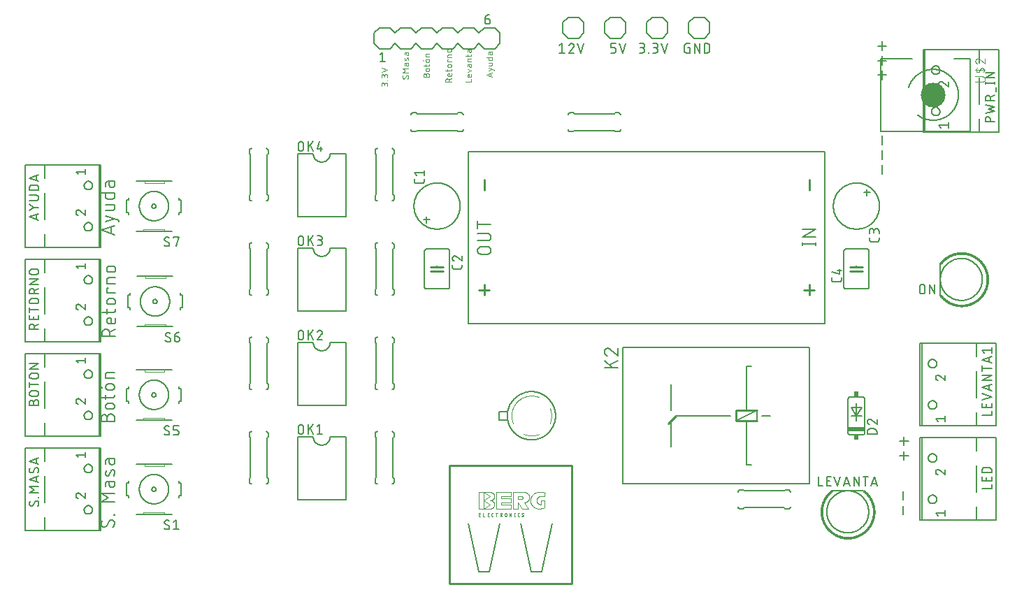
<source format=gbr>
G04 EAGLE Gerber X2 export*
%TF.Part,Single*%
%TF.FileFunction,Legend,Top,1*%
%TF.FilePolarity,Positive*%
%TF.GenerationSoftware,Autodesk,EAGLE,8.7.0*%
%TF.CreationDate,2019-01-30T20:35:29Z*%
G75*
%MOMM*%
%FSLAX34Y34*%
%LPD*%
%AMOC8*
5,1,8,0,0,1.08239X$1,22.5*%
G01*
%ADD10C,0.152400*%
%ADD11C,0.076200*%
%ADD12C,0.127000*%
%ADD13C,0.254000*%
%ADD14R,2.032000X0.508000*%
%ADD15R,0.508000X0.635000*%
%ADD16C,0.177800*%
%ADD17C,0.203200*%
%ADD18C,0.025400*%
%ADD19C,0.050800*%
%ADD20C,3.000000*%
%ADD21C,0.101600*%


D10*
X1047016Y572262D02*
X1047016Y583099D01*
X1052435Y577681D02*
X1041598Y577681D01*
X1047016Y589977D02*
X1047016Y600815D01*
X1041598Y595396D02*
X1052435Y595396D01*
X1047016Y607693D02*
X1047016Y618530D01*
X1041598Y613111D02*
X1052435Y613111D01*
X1047016Y468799D02*
X1047016Y457962D01*
X1047016Y475677D02*
X1047016Y486515D01*
X1047016Y493393D02*
X1047016Y504230D01*
X1072416Y56049D02*
X1072416Y45212D01*
X1072416Y62927D02*
X1072416Y73765D01*
X1073686Y111252D02*
X1073686Y122089D01*
X1079105Y116671D02*
X1068268Y116671D01*
X1073686Y128967D02*
X1073686Y139805D01*
X1068268Y134386D02*
X1079105Y134386D01*
D11*
X574929Y575691D02*
X567563Y578146D01*
X574929Y580602D01*
X573088Y579988D02*
X573088Y576305D01*
X577384Y583093D02*
X577384Y583912D01*
X570018Y586367D01*
X570018Y583093D02*
X574929Y584730D01*
X573701Y589433D02*
X570018Y589433D01*
X573701Y589433D02*
X573770Y589435D01*
X573838Y589441D01*
X573907Y589450D01*
X573974Y589464D01*
X574041Y589481D01*
X574107Y589502D01*
X574171Y589526D01*
X574234Y589555D01*
X574295Y589586D01*
X574354Y589621D01*
X574412Y589659D01*
X574467Y589701D01*
X574519Y589745D01*
X574569Y589793D01*
X574617Y589843D01*
X574661Y589895D01*
X574703Y589950D01*
X574741Y590008D01*
X574776Y590067D01*
X574807Y590128D01*
X574836Y590191D01*
X574860Y590255D01*
X574881Y590321D01*
X574898Y590388D01*
X574912Y590455D01*
X574921Y590524D01*
X574927Y590592D01*
X574929Y590661D01*
X574929Y592707D01*
X570018Y592707D01*
X567563Y599249D02*
X574929Y599249D01*
X574929Y597203D01*
X574927Y597134D01*
X574921Y597066D01*
X574912Y596997D01*
X574898Y596930D01*
X574881Y596863D01*
X574860Y596797D01*
X574836Y596733D01*
X574807Y596670D01*
X574776Y596609D01*
X574741Y596550D01*
X574703Y596492D01*
X574661Y596437D01*
X574617Y596385D01*
X574569Y596335D01*
X574519Y596287D01*
X574467Y596243D01*
X574412Y596202D01*
X574354Y596163D01*
X574295Y596128D01*
X574234Y596097D01*
X574171Y596068D01*
X574107Y596044D01*
X574041Y596023D01*
X573974Y596006D01*
X573907Y595992D01*
X573839Y595983D01*
X573770Y595977D01*
X573701Y595975D01*
X573701Y595976D02*
X571246Y595976D01*
X571246Y595975D02*
X571177Y595977D01*
X571109Y595983D01*
X571040Y595992D01*
X570973Y596006D01*
X570906Y596023D01*
X570840Y596044D01*
X570776Y596068D01*
X570713Y596097D01*
X570652Y596128D01*
X570593Y596163D01*
X570535Y596201D01*
X570480Y596243D01*
X570428Y596287D01*
X570378Y596335D01*
X570330Y596385D01*
X570286Y596437D01*
X570244Y596492D01*
X570206Y596550D01*
X570171Y596609D01*
X570140Y596670D01*
X570111Y596733D01*
X570087Y596797D01*
X570066Y596863D01*
X570049Y596930D01*
X570035Y596997D01*
X570026Y597066D01*
X570020Y597134D01*
X570018Y597203D01*
X570018Y599249D01*
X572064Y603992D02*
X572064Y605833D01*
X572065Y603992D02*
X572067Y603917D01*
X572073Y603842D01*
X572083Y603768D01*
X572096Y603694D01*
X572114Y603621D01*
X572135Y603549D01*
X572160Y603479D01*
X572189Y603410D01*
X572221Y603342D01*
X572257Y603276D01*
X572296Y603212D01*
X572338Y603150D01*
X572384Y603091D01*
X572433Y603034D01*
X572484Y602979D01*
X572539Y602928D01*
X572596Y602879D01*
X572655Y602833D01*
X572717Y602791D01*
X572781Y602752D01*
X572847Y602716D01*
X572915Y602684D01*
X572984Y602655D01*
X573054Y602630D01*
X573126Y602609D01*
X573199Y602591D01*
X573273Y602578D01*
X573347Y602568D01*
X573422Y602562D01*
X573497Y602560D01*
X573572Y602562D01*
X573647Y602568D01*
X573721Y602578D01*
X573795Y602591D01*
X573868Y602609D01*
X573940Y602630D01*
X574010Y602655D01*
X574079Y602684D01*
X574147Y602716D01*
X574213Y602752D01*
X574277Y602791D01*
X574339Y602833D01*
X574398Y602879D01*
X574455Y602928D01*
X574510Y602979D01*
X574561Y603034D01*
X574610Y603091D01*
X574656Y603150D01*
X574698Y603212D01*
X574737Y603276D01*
X574773Y603342D01*
X574805Y603410D01*
X574834Y603479D01*
X574859Y603549D01*
X574880Y603621D01*
X574898Y603694D01*
X574911Y603768D01*
X574921Y603842D01*
X574927Y603917D01*
X574929Y603992D01*
X574929Y605833D01*
X571246Y605833D01*
X571177Y605831D01*
X571109Y605825D01*
X571040Y605816D01*
X570973Y605802D01*
X570906Y605785D01*
X570840Y605764D01*
X570776Y605740D01*
X570713Y605711D01*
X570652Y605680D01*
X570593Y605645D01*
X570535Y605607D01*
X570480Y605565D01*
X570428Y605521D01*
X570378Y605473D01*
X570330Y605423D01*
X570286Y605371D01*
X570245Y605316D01*
X570206Y605258D01*
X570171Y605199D01*
X570140Y605138D01*
X570111Y605075D01*
X570087Y605011D01*
X570066Y604945D01*
X570049Y604878D01*
X570035Y604811D01*
X570026Y604743D01*
X570020Y604674D01*
X570018Y604605D01*
X570018Y602969D01*
X549529Y569341D02*
X542163Y569341D01*
X549529Y569341D02*
X549529Y572615D01*
X549529Y576570D02*
X549529Y578617D01*
X549529Y576570D02*
X549527Y576501D01*
X549521Y576433D01*
X549512Y576364D01*
X549498Y576297D01*
X549481Y576230D01*
X549460Y576164D01*
X549436Y576100D01*
X549407Y576037D01*
X549376Y575976D01*
X549341Y575917D01*
X549303Y575859D01*
X549261Y575804D01*
X549217Y575752D01*
X549169Y575702D01*
X549119Y575654D01*
X549067Y575610D01*
X549012Y575569D01*
X548954Y575530D01*
X548895Y575495D01*
X548834Y575464D01*
X548771Y575435D01*
X548707Y575411D01*
X548641Y575390D01*
X548574Y575373D01*
X548507Y575359D01*
X548439Y575350D01*
X548370Y575344D01*
X548301Y575342D01*
X548301Y575343D02*
X546255Y575343D01*
X546176Y575345D01*
X546097Y575351D01*
X546018Y575360D01*
X545940Y575373D01*
X545863Y575391D01*
X545787Y575411D01*
X545712Y575436D01*
X545638Y575464D01*
X545565Y575495D01*
X545494Y575531D01*
X545425Y575569D01*
X545358Y575611D01*
X545293Y575656D01*
X545230Y575704D01*
X545169Y575755D01*
X545112Y575809D01*
X545056Y575865D01*
X545004Y575924D01*
X544954Y575986D01*
X544908Y576050D01*
X544864Y576116D01*
X544824Y576184D01*
X544788Y576254D01*
X544754Y576326D01*
X544724Y576400D01*
X544698Y576474D01*
X544675Y576550D01*
X544657Y576627D01*
X544641Y576704D01*
X544630Y576783D01*
X544622Y576861D01*
X544618Y576940D01*
X544618Y577020D01*
X544622Y577099D01*
X544630Y577177D01*
X544641Y577256D01*
X544657Y577333D01*
X544675Y577410D01*
X544698Y577486D01*
X544724Y577560D01*
X544754Y577634D01*
X544788Y577706D01*
X544824Y577776D01*
X544864Y577844D01*
X544908Y577910D01*
X544954Y577974D01*
X545004Y578036D01*
X545056Y578095D01*
X545112Y578151D01*
X545169Y578205D01*
X545230Y578256D01*
X545293Y578304D01*
X545358Y578349D01*
X545425Y578391D01*
X545494Y578429D01*
X545565Y578465D01*
X545638Y578496D01*
X545712Y578524D01*
X545787Y578549D01*
X545863Y578569D01*
X545940Y578587D01*
X546018Y578600D01*
X546097Y578609D01*
X546176Y578615D01*
X546255Y578617D01*
X547074Y578617D01*
X547074Y575343D01*
X544618Y581439D02*
X549529Y583076D01*
X544618Y584713D01*
X546664Y588926D02*
X546664Y590768D01*
X546665Y588926D02*
X546667Y588851D01*
X546673Y588776D01*
X546683Y588702D01*
X546696Y588628D01*
X546714Y588555D01*
X546735Y588483D01*
X546760Y588413D01*
X546789Y588344D01*
X546821Y588276D01*
X546857Y588210D01*
X546896Y588146D01*
X546938Y588084D01*
X546984Y588025D01*
X547033Y587968D01*
X547084Y587913D01*
X547139Y587862D01*
X547196Y587813D01*
X547255Y587767D01*
X547317Y587725D01*
X547381Y587686D01*
X547447Y587650D01*
X547515Y587618D01*
X547584Y587589D01*
X547654Y587564D01*
X547726Y587543D01*
X547799Y587525D01*
X547873Y587512D01*
X547947Y587502D01*
X548022Y587496D01*
X548097Y587494D01*
X548172Y587496D01*
X548247Y587502D01*
X548321Y587512D01*
X548395Y587525D01*
X548468Y587543D01*
X548540Y587564D01*
X548610Y587589D01*
X548679Y587618D01*
X548747Y587650D01*
X548813Y587686D01*
X548877Y587725D01*
X548939Y587767D01*
X548998Y587813D01*
X549055Y587862D01*
X549110Y587913D01*
X549161Y587968D01*
X549210Y588025D01*
X549256Y588084D01*
X549298Y588146D01*
X549337Y588210D01*
X549373Y588276D01*
X549405Y588344D01*
X549434Y588413D01*
X549459Y588483D01*
X549480Y588555D01*
X549498Y588628D01*
X549511Y588702D01*
X549521Y588776D01*
X549527Y588851D01*
X549529Y588926D01*
X549529Y590768D01*
X545846Y590768D01*
X545777Y590766D01*
X545709Y590760D01*
X545640Y590751D01*
X545573Y590737D01*
X545506Y590720D01*
X545440Y590699D01*
X545376Y590675D01*
X545313Y590646D01*
X545252Y590615D01*
X545193Y590580D01*
X545135Y590542D01*
X545080Y590500D01*
X545028Y590456D01*
X544978Y590408D01*
X544930Y590358D01*
X544886Y590306D01*
X544845Y590251D01*
X544806Y590193D01*
X544771Y590134D01*
X544740Y590073D01*
X544711Y590010D01*
X544687Y589946D01*
X544666Y589880D01*
X544649Y589813D01*
X544635Y589746D01*
X544626Y589678D01*
X544620Y589609D01*
X544618Y589540D01*
X544618Y587903D01*
X544618Y594362D02*
X549529Y594362D01*
X544618Y594362D02*
X544618Y596408D01*
X544620Y596477D01*
X544626Y596545D01*
X544635Y596614D01*
X544649Y596681D01*
X544666Y596748D01*
X544687Y596814D01*
X544711Y596878D01*
X544740Y596941D01*
X544771Y597002D01*
X544806Y597061D01*
X544844Y597119D01*
X544886Y597174D01*
X544930Y597226D01*
X544978Y597276D01*
X545028Y597324D01*
X545080Y597368D01*
X545135Y597410D01*
X545193Y597448D01*
X545252Y597483D01*
X545313Y597514D01*
X545376Y597543D01*
X545440Y597567D01*
X545506Y597588D01*
X545573Y597605D01*
X545640Y597619D01*
X545709Y597628D01*
X545777Y597634D01*
X545846Y597636D01*
X549529Y597636D01*
X544618Y600316D02*
X544618Y602771D01*
X542163Y601134D02*
X548301Y601134D01*
X548370Y601136D01*
X548438Y601142D01*
X548507Y601151D01*
X548574Y601165D01*
X548641Y601182D01*
X548707Y601203D01*
X548771Y601227D01*
X548834Y601256D01*
X548895Y601287D01*
X548954Y601322D01*
X549012Y601360D01*
X549067Y601402D01*
X549119Y601446D01*
X549169Y601494D01*
X549217Y601544D01*
X549261Y601596D01*
X549303Y601651D01*
X549341Y601709D01*
X549376Y601768D01*
X549407Y601829D01*
X549436Y601892D01*
X549460Y601956D01*
X549481Y602022D01*
X549498Y602089D01*
X549512Y602156D01*
X549521Y602225D01*
X549527Y602293D01*
X549529Y602362D01*
X549529Y602771D01*
X546664Y606970D02*
X546664Y608812D01*
X546665Y606970D02*
X546667Y606895D01*
X546673Y606820D01*
X546683Y606746D01*
X546696Y606672D01*
X546714Y606599D01*
X546735Y606527D01*
X546760Y606457D01*
X546789Y606388D01*
X546821Y606320D01*
X546857Y606254D01*
X546896Y606190D01*
X546938Y606128D01*
X546984Y606069D01*
X547033Y606012D01*
X547084Y605957D01*
X547139Y605906D01*
X547196Y605857D01*
X547255Y605811D01*
X547317Y605769D01*
X547381Y605730D01*
X547447Y605694D01*
X547515Y605662D01*
X547584Y605633D01*
X547654Y605608D01*
X547726Y605587D01*
X547799Y605569D01*
X547873Y605556D01*
X547947Y605546D01*
X548022Y605540D01*
X548097Y605538D01*
X548172Y605540D01*
X548247Y605546D01*
X548321Y605556D01*
X548395Y605569D01*
X548468Y605587D01*
X548540Y605608D01*
X548610Y605633D01*
X548679Y605662D01*
X548747Y605694D01*
X548813Y605730D01*
X548877Y605769D01*
X548939Y605811D01*
X548998Y605857D01*
X549055Y605906D01*
X549110Y605957D01*
X549161Y606012D01*
X549210Y606069D01*
X549256Y606128D01*
X549298Y606190D01*
X549337Y606254D01*
X549373Y606320D01*
X549405Y606388D01*
X549434Y606457D01*
X549459Y606527D01*
X549480Y606599D01*
X549498Y606672D01*
X549511Y606746D01*
X549521Y606820D01*
X549527Y606895D01*
X549529Y606970D01*
X549529Y608812D01*
X545846Y608812D01*
X545777Y608810D01*
X545709Y608804D01*
X545640Y608795D01*
X545573Y608781D01*
X545506Y608764D01*
X545440Y608743D01*
X545376Y608719D01*
X545313Y608690D01*
X545252Y608659D01*
X545193Y608624D01*
X545135Y608586D01*
X545080Y608544D01*
X545028Y608500D01*
X544978Y608452D01*
X544930Y608402D01*
X544886Y608350D01*
X544845Y608295D01*
X544806Y608237D01*
X544771Y608178D01*
X544740Y608117D01*
X544711Y608054D01*
X544687Y607990D01*
X544666Y607924D01*
X544649Y607857D01*
X544635Y607790D01*
X544626Y607722D01*
X544620Y607653D01*
X544618Y607584D01*
X544618Y605947D01*
X525399Y569341D02*
X518033Y569341D01*
X518033Y571387D01*
X518035Y571476D01*
X518041Y571565D01*
X518051Y571654D01*
X518064Y571742D01*
X518081Y571830D01*
X518103Y571917D01*
X518128Y572002D01*
X518156Y572087D01*
X518189Y572170D01*
X518225Y572252D01*
X518264Y572332D01*
X518307Y572410D01*
X518353Y572486D01*
X518403Y572561D01*
X518456Y572633D01*
X518512Y572702D01*
X518571Y572769D01*
X518632Y572834D01*
X518697Y572895D01*
X518764Y572954D01*
X518833Y573010D01*
X518905Y573063D01*
X518980Y573113D01*
X519056Y573159D01*
X519134Y573202D01*
X519214Y573241D01*
X519296Y573277D01*
X519379Y573310D01*
X519464Y573338D01*
X519549Y573363D01*
X519636Y573385D01*
X519724Y573402D01*
X519812Y573415D01*
X519901Y573425D01*
X519990Y573431D01*
X520079Y573433D01*
X520168Y573431D01*
X520257Y573425D01*
X520346Y573415D01*
X520434Y573402D01*
X520522Y573385D01*
X520609Y573363D01*
X520694Y573338D01*
X520779Y573310D01*
X520862Y573277D01*
X520944Y573241D01*
X521024Y573202D01*
X521102Y573159D01*
X521178Y573113D01*
X521253Y573063D01*
X521325Y573010D01*
X521394Y572954D01*
X521461Y572895D01*
X521526Y572834D01*
X521587Y572769D01*
X521646Y572702D01*
X521702Y572633D01*
X521755Y572561D01*
X521805Y572486D01*
X521851Y572410D01*
X521894Y572332D01*
X521933Y572252D01*
X521969Y572170D01*
X522002Y572087D01*
X522030Y572002D01*
X522055Y571917D01*
X522077Y571830D01*
X522094Y571742D01*
X522107Y571654D01*
X522117Y571565D01*
X522123Y571476D01*
X522125Y571387D01*
X522125Y569341D01*
X522125Y571796D02*
X525399Y573433D01*
X525399Y577754D02*
X525399Y579800D01*
X525399Y577754D02*
X525397Y577685D01*
X525391Y577617D01*
X525382Y577548D01*
X525368Y577481D01*
X525351Y577414D01*
X525330Y577348D01*
X525306Y577284D01*
X525277Y577221D01*
X525246Y577160D01*
X525211Y577101D01*
X525173Y577043D01*
X525131Y576988D01*
X525087Y576936D01*
X525039Y576886D01*
X524989Y576838D01*
X524937Y576794D01*
X524882Y576753D01*
X524824Y576714D01*
X524765Y576679D01*
X524704Y576648D01*
X524641Y576619D01*
X524577Y576595D01*
X524511Y576574D01*
X524444Y576557D01*
X524377Y576543D01*
X524309Y576534D01*
X524240Y576528D01*
X524171Y576526D01*
X524171Y576527D02*
X522125Y576527D01*
X522125Y576526D02*
X522046Y576528D01*
X521967Y576534D01*
X521888Y576543D01*
X521810Y576556D01*
X521733Y576574D01*
X521657Y576594D01*
X521582Y576619D01*
X521508Y576647D01*
X521435Y576678D01*
X521364Y576714D01*
X521295Y576752D01*
X521228Y576794D01*
X521163Y576839D01*
X521100Y576887D01*
X521039Y576938D01*
X520982Y576992D01*
X520926Y577048D01*
X520874Y577107D01*
X520824Y577169D01*
X520778Y577233D01*
X520734Y577299D01*
X520694Y577367D01*
X520658Y577437D01*
X520624Y577509D01*
X520594Y577583D01*
X520568Y577657D01*
X520545Y577733D01*
X520527Y577810D01*
X520511Y577887D01*
X520500Y577966D01*
X520492Y578044D01*
X520488Y578123D01*
X520488Y578203D01*
X520492Y578282D01*
X520500Y578360D01*
X520511Y578439D01*
X520527Y578516D01*
X520545Y578593D01*
X520568Y578669D01*
X520594Y578743D01*
X520624Y578817D01*
X520658Y578889D01*
X520694Y578959D01*
X520734Y579027D01*
X520778Y579093D01*
X520824Y579157D01*
X520874Y579219D01*
X520926Y579278D01*
X520982Y579334D01*
X521039Y579388D01*
X521100Y579439D01*
X521163Y579487D01*
X521228Y579532D01*
X521295Y579574D01*
X521364Y579612D01*
X521435Y579648D01*
X521508Y579679D01*
X521582Y579707D01*
X521657Y579732D01*
X521733Y579752D01*
X521810Y579770D01*
X521888Y579783D01*
X521967Y579792D01*
X522046Y579798D01*
X522125Y579800D01*
X522944Y579800D01*
X522944Y576527D01*
X520488Y582236D02*
X520488Y584691D01*
X518033Y583054D02*
X524171Y583054D01*
X524240Y583056D01*
X524308Y583062D01*
X524377Y583071D01*
X524444Y583085D01*
X524511Y583102D01*
X524577Y583123D01*
X524641Y583147D01*
X524704Y583176D01*
X524765Y583207D01*
X524824Y583242D01*
X524882Y583280D01*
X524937Y583322D01*
X524989Y583366D01*
X525039Y583414D01*
X525087Y583464D01*
X525131Y583516D01*
X525173Y583571D01*
X525211Y583629D01*
X525246Y583688D01*
X525277Y583749D01*
X525306Y583812D01*
X525330Y583876D01*
X525351Y583942D01*
X525368Y584009D01*
X525382Y584076D01*
X525391Y584145D01*
X525397Y584213D01*
X525399Y584282D01*
X525399Y584691D01*
X523762Y587499D02*
X522125Y587499D01*
X522046Y587501D01*
X521967Y587507D01*
X521888Y587516D01*
X521810Y587529D01*
X521733Y587547D01*
X521657Y587567D01*
X521582Y587592D01*
X521508Y587620D01*
X521435Y587651D01*
X521364Y587687D01*
X521295Y587725D01*
X521228Y587767D01*
X521163Y587812D01*
X521100Y587860D01*
X521039Y587911D01*
X520982Y587965D01*
X520926Y588021D01*
X520874Y588080D01*
X520824Y588142D01*
X520778Y588206D01*
X520734Y588272D01*
X520694Y588340D01*
X520658Y588410D01*
X520624Y588482D01*
X520594Y588556D01*
X520568Y588630D01*
X520545Y588706D01*
X520527Y588783D01*
X520511Y588860D01*
X520500Y588939D01*
X520492Y589017D01*
X520488Y589096D01*
X520488Y589176D01*
X520492Y589255D01*
X520500Y589333D01*
X520511Y589412D01*
X520527Y589489D01*
X520545Y589566D01*
X520568Y589642D01*
X520594Y589716D01*
X520624Y589790D01*
X520658Y589862D01*
X520694Y589932D01*
X520734Y590000D01*
X520778Y590066D01*
X520824Y590130D01*
X520874Y590192D01*
X520926Y590251D01*
X520982Y590307D01*
X521039Y590361D01*
X521100Y590412D01*
X521163Y590460D01*
X521228Y590505D01*
X521295Y590547D01*
X521364Y590585D01*
X521435Y590621D01*
X521508Y590652D01*
X521582Y590680D01*
X521657Y590705D01*
X521733Y590725D01*
X521810Y590743D01*
X521888Y590756D01*
X521967Y590765D01*
X522046Y590771D01*
X522125Y590773D01*
X523762Y590773D01*
X523841Y590771D01*
X523920Y590765D01*
X523999Y590756D01*
X524077Y590743D01*
X524154Y590725D01*
X524230Y590705D01*
X524305Y590680D01*
X524379Y590652D01*
X524452Y590621D01*
X524523Y590585D01*
X524592Y590547D01*
X524659Y590505D01*
X524724Y590460D01*
X524787Y590412D01*
X524848Y590361D01*
X524905Y590307D01*
X524961Y590251D01*
X525013Y590192D01*
X525063Y590130D01*
X525109Y590066D01*
X525153Y590000D01*
X525193Y589932D01*
X525229Y589862D01*
X525263Y589790D01*
X525293Y589716D01*
X525319Y589642D01*
X525342Y589566D01*
X525360Y589489D01*
X525376Y589412D01*
X525387Y589333D01*
X525395Y589255D01*
X525399Y589176D01*
X525399Y589096D01*
X525395Y589017D01*
X525387Y588939D01*
X525376Y588860D01*
X525360Y588783D01*
X525342Y588706D01*
X525319Y588630D01*
X525293Y588556D01*
X525263Y588482D01*
X525229Y588410D01*
X525193Y588340D01*
X525153Y588272D01*
X525109Y588206D01*
X525063Y588142D01*
X525013Y588080D01*
X524961Y588021D01*
X524905Y587965D01*
X524848Y587911D01*
X524787Y587860D01*
X524724Y587812D01*
X524659Y587767D01*
X524592Y587725D01*
X524523Y587687D01*
X524452Y587651D01*
X524379Y587620D01*
X524305Y587592D01*
X524230Y587567D01*
X524154Y587547D01*
X524077Y587529D01*
X523999Y587516D01*
X523920Y587507D01*
X523841Y587501D01*
X523762Y587499D01*
X525399Y594129D02*
X520488Y594129D01*
X520488Y596584D01*
X521307Y596584D01*
X520488Y599204D02*
X525399Y599204D01*
X520488Y599204D02*
X520488Y601250D01*
X520490Y601319D01*
X520496Y601387D01*
X520505Y601456D01*
X520519Y601523D01*
X520536Y601590D01*
X520557Y601656D01*
X520581Y601720D01*
X520610Y601783D01*
X520641Y601844D01*
X520676Y601903D01*
X520714Y601961D01*
X520756Y602016D01*
X520800Y602068D01*
X520848Y602118D01*
X520898Y602166D01*
X520950Y602210D01*
X521005Y602252D01*
X521063Y602290D01*
X521122Y602325D01*
X521183Y602356D01*
X521246Y602385D01*
X521310Y602409D01*
X521376Y602430D01*
X521443Y602447D01*
X521510Y602461D01*
X521579Y602470D01*
X521647Y602476D01*
X521716Y602478D01*
X521716Y602477D02*
X525399Y602477D01*
X523762Y605787D02*
X522125Y605787D01*
X522046Y605789D01*
X521967Y605795D01*
X521888Y605804D01*
X521810Y605817D01*
X521733Y605835D01*
X521657Y605855D01*
X521582Y605880D01*
X521508Y605908D01*
X521435Y605939D01*
X521364Y605975D01*
X521295Y606013D01*
X521228Y606055D01*
X521163Y606100D01*
X521100Y606148D01*
X521039Y606199D01*
X520982Y606253D01*
X520926Y606309D01*
X520874Y606368D01*
X520824Y606430D01*
X520778Y606494D01*
X520734Y606560D01*
X520694Y606628D01*
X520658Y606698D01*
X520624Y606770D01*
X520594Y606844D01*
X520568Y606918D01*
X520545Y606994D01*
X520527Y607071D01*
X520511Y607148D01*
X520500Y607227D01*
X520492Y607305D01*
X520488Y607384D01*
X520488Y607464D01*
X520492Y607543D01*
X520500Y607621D01*
X520511Y607700D01*
X520527Y607777D01*
X520545Y607854D01*
X520568Y607930D01*
X520594Y608004D01*
X520624Y608078D01*
X520658Y608150D01*
X520694Y608220D01*
X520734Y608288D01*
X520778Y608354D01*
X520824Y608418D01*
X520874Y608480D01*
X520926Y608539D01*
X520982Y608595D01*
X521039Y608649D01*
X521100Y608700D01*
X521163Y608748D01*
X521228Y608793D01*
X521295Y608835D01*
X521364Y608873D01*
X521435Y608909D01*
X521508Y608940D01*
X521582Y608968D01*
X521657Y608993D01*
X521733Y609013D01*
X521810Y609031D01*
X521888Y609044D01*
X521967Y609053D01*
X522046Y609059D01*
X522125Y609061D01*
X523762Y609061D01*
X523841Y609059D01*
X523920Y609053D01*
X523999Y609044D01*
X524077Y609031D01*
X524154Y609013D01*
X524230Y608993D01*
X524305Y608968D01*
X524379Y608940D01*
X524452Y608909D01*
X524523Y608873D01*
X524592Y608835D01*
X524659Y608793D01*
X524724Y608748D01*
X524787Y608700D01*
X524848Y608649D01*
X524905Y608595D01*
X524961Y608539D01*
X525013Y608480D01*
X525063Y608418D01*
X525109Y608354D01*
X525153Y608288D01*
X525193Y608220D01*
X525229Y608150D01*
X525263Y608078D01*
X525293Y608004D01*
X525319Y607930D01*
X525342Y607854D01*
X525360Y607777D01*
X525376Y607700D01*
X525387Y607621D01*
X525395Y607543D01*
X525399Y607464D01*
X525399Y607384D01*
X525395Y607305D01*
X525387Y607227D01*
X525376Y607148D01*
X525360Y607071D01*
X525342Y606994D01*
X525319Y606918D01*
X525293Y606844D01*
X525263Y606770D01*
X525229Y606698D01*
X525193Y606628D01*
X525153Y606560D01*
X525109Y606494D01*
X525063Y606430D01*
X525013Y606368D01*
X524961Y606309D01*
X524905Y606253D01*
X524848Y606199D01*
X524787Y606148D01*
X524724Y606100D01*
X524659Y606055D01*
X524592Y606013D01*
X524523Y605975D01*
X524452Y605939D01*
X524379Y605908D01*
X524305Y605880D01*
X524230Y605855D01*
X524154Y605835D01*
X524077Y605817D01*
X523999Y605804D01*
X523920Y605795D01*
X523841Y605789D01*
X523762Y605787D01*
X494637Y577737D02*
X494637Y575691D01*
X494637Y577737D02*
X494639Y577826D01*
X494645Y577915D01*
X494655Y578004D01*
X494668Y578092D01*
X494685Y578180D01*
X494707Y578267D01*
X494732Y578352D01*
X494760Y578437D01*
X494793Y578520D01*
X494829Y578602D01*
X494868Y578682D01*
X494911Y578760D01*
X494957Y578836D01*
X495007Y578911D01*
X495060Y578983D01*
X495116Y579052D01*
X495175Y579119D01*
X495236Y579184D01*
X495301Y579245D01*
X495368Y579304D01*
X495437Y579360D01*
X495509Y579413D01*
X495584Y579463D01*
X495660Y579509D01*
X495738Y579552D01*
X495818Y579591D01*
X495900Y579627D01*
X495983Y579660D01*
X496068Y579688D01*
X496153Y579713D01*
X496240Y579735D01*
X496328Y579752D01*
X496416Y579765D01*
X496505Y579775D01*
X496594Y579781D01*
X496683Y579783D01*
X496772Y579781D01*
X496861Y579775D01*
X496950Y579765D01*
X497038Y579752D01*
X497126Y579735D01*
X497213Y579713D01*
X497298Y579688D01*
X497383Y579660D01*
X497466Y579627D01*
X497548Y579591D01*
X497628Y579552D01*
X497706Y579509D01*
X497782Y579463D01*
X497857Y579413D01*
X497929Y579360D01*
X497998Y579304D01*
X498065Y579245D01*
X498130Y579184D01*
X498191Y579119D01*
X498250Y579052D01*
X498306Y578983D01*
X498359Y578911D01*
X498409Y578836D01*
X498455Y578760D01*
X498498Y578682D01*
X498537Y578602D01*
X498573Y578520D01*
X498606Y578437D01*
X498634Y578352D01*
X498659Y578267D01*
X498681Y578180D01*
X498698Y578092D01*
X498711Y578004D01*
X498721Y577915D01*
X498727Y577826D01*
X498729Y577737D01*
X498729Y575691D01*
X491363Y575691D01*
X491363Y577737D01*
X491365Y577816D01*
X491371Y577895D01*
X491380Y577974D01*
X491393Y578052D01*
X491411Y578129D01*
X491431Y578205D01*
X491456Y578280D01*
X491484Y578354D01*
X491515Y578427D01*
X491551Y578498D01*
X491589Y578567D01*
X491631Y578634D01*
X491676Y578699D01*
X491724Y578762D01*
X491775Y578823D01*
X491829Y578880D01*
X491885Y578936D01*
X491944Y578988D01*
X492006Y579038D01*
X492070Y579084D01*
X492136Y579128D01*
X492204Y579168D01*
X492274Y579204D01*
X492346Y579238D01*
X492420Y579268D01*
X492494Y579294D01*
X492570Y579317D01*
X492647Y579335D01*
X492724Y579351D01*
X492803Y579362D01*
X492881Y579370D01*
X492960Y579374D01*
X493040Y579374D01*
X493119Y579370D01*
X493197Y579362D01*
X493276Y579351D01*
X493353Y579335D01*
X493430Y579317D01*
X493506Y579294D01*
X493580Y579268D01*
X493654Y579238D01*
X493726Y579204D01*
X493796Y579168D01*
X493864Y579128D01*
X493930Y579084D01*
X493994Y579038D01*
X494056Y578988D01*
X494115Y578936D01*
X494171Y578880D01*
X494225Y578823D01*
X494276Y578762D01*
X494324Y578699D01*
X494369Y578634D01*
X494411Y578567D01*
X494449Y578498D01*
X494485Y578427D01*
X494516Y578354D01*
X494544Y578280D01*
X494569Y578205D01*
X494589Y578129D01*
X494607Y578052D01*
X494620Y577974D01*
X494629Y577895D01*
X494635Y577816D01*
X494637Y577737D01*
X495455Y582566D02*
X497092Y582566D01*
X495455Y582566D02*
X495376Y582568D01*
X495297Y582574D01*
X495218Y582583D01*
X495140Y582596D01*
X495063Y582614D01*
X494987Y582634D01*
X494912Y582659D01*
X494838Y582687D01*
X494765Y582718D01*
X494694Y582754D01*
X494625Y582792D01*
X494558Y582834D01*
X494493Y582879D01*
X494430Y582927D01*
X494369Y582978D01*
X494312Y583032D01*
X494256Y583088D01*
X494204Y583147D01*
X494154Y583209D01*
X494108Y583273D01*
X494064Y583339D01*
X494024Y583407D01*
X493988Y583477D01*
X493954Y583549D01*
X493924Y583623D01*
X493898Y583697D01*
X493875Y583773D01*
X493857Y583850D01*
X493841Y583927D01*
X493830Y584006D01*
X493822Y584084D01*
X493818Y584163D01*
X493818Y584243D01*
X493822Y584322D01*
X493830Y584400D01*
X493841Y584479D01*
X493857Y584556D01*
X493875Y584633D01*
X493898Y584709D01*
X493924Y584783D01*
X493954Y584857D01*
X493988Y584929D01*
X494024Y584999D01*
X494064Y585067D01*
X494108Y585133D01*
X494154Y585197D01*
X494204Y585259D01*
X494256Y585318D01*
X494312Y585374D01*
X494369Y585428D01*
X494430Y585479D01*
X494493Y585527D01*
X494558Y585572D01*
X494625Y585614D01*
X494694Y585652D01*
X494765Y585688D01*
X494838Y585719D01*
X494912Y585747D01*
X494987Y585772D01*
X495063Y585792D01*
X495140Y585810D01*
X495218Y585823D01*
X495297Y585832D01*
X495376Y585838D01*
X495455Y585840D01*
X497092Y585840D01*
X497171Y585838D01*
X497250Y585832D01*
X497329Y585823D01*
X497407Y585810D01*
X497484Y585792D01*
X497560Y585772D01*
X497635Y585747D01*
X497709Y585719D01*
X497782Y585688D01*
X497853Y585652D01*
X497922Y585614D01*
X497989Y585572D01*
X498054Y585527D01*
X498117Y585479D01*
X498178Y585428D01*
X498235Y585374D01*
X498291Y585318D01*
X498343Y585259D01*
X498393Y585197D01*
X498439Y585133D01*
X498483Y585067D01*
X498523Y584999D01*
X498559Y584929D01*
X498593Y584857D01*
X498623Y584783D01*
X498649Y584709D01*
X498672Y584633D01*
X498690Y584556D01*
X498706Y584479D01*
X498717Y584400D01*
X498725Y584322D01*
X498729Y584243D01*
X498729Y584163D01*
X498725Y584084D01*
X498717Y584006D01*
X498706Y583927D01*
X498690Y583850D01*
X498672Y583773D01*
X498649Y583697D01*
X498623Y583623D01*
X498593Y583549D01*
X498559Y583477D01*
X498523Y583407D01*
X498483Y583339D01*
X498439Y583273D01*
X498393Y583209D01*
X498343Y583147D01*
X498291Y583088D01*
X498235Y583032D01*
X498178Y582978D01*
X498117Y582927D01*
X498054Y582879D01*
X497989Y582834D01*
X497922Y582792D01*
X497853Y582754D01*
X497782Y582718D01*
X497709Y582687D01*
X497635Y582659D01*
X497560Y582634D01*
X497484Y582614D01*
X497407Y582596D01*
X497329Y582583D01*
X497250Y582574D01*
X497171Y582568D01*
X497092Y582566D01*
X493818Y588276D02*
X493818Y590731D01*
X491363Y589094D02*
X497501Y589094D01*
X497570Y589096D01*
X497638Y589102D01*
X497707Y589111D01*
X497774Y589125D01*
X497841Y589142D01*
X497907Y589163D01*
X497971Y589187D01*
X498034Y589216D01*
X498095Y589247D01*
X498154Y589282D01*
X498212Y589320D01*
X498267Y589362D01*
X498319Y589406D01*
X498369Y589454D01*
X498417Y589504D01*
X498461Y589556D01*
X498503Y589611D01*
X498541Y589669D01*
X498576Y589728D01*
X498607Y589789D01*
X498636Y589852D01*
X498660Y589916D01*
X498681Y589982D01*
X498698Y590049D01*
X498712Y590116D01*
X498721Y590185D01*
X498727Y590253D01*
X498729Y590322D01*
X498729Y590731D01*
X497092Y593539D02*
X495455Y593539D01*
X495376Y593541D01*
X495297Y593547D01*
X495218Y593556D01*
X495140Y593569D01*
X495063Y593587D01*
X494987Y593607D01*
X494912Y593632D01*
X494838Y593660D01*
X494765Y593691D01*
X494694Y593727D01*
X494625Y593765D01*
X494558Y593807D01*
X494493Y593852D01*
X494430Y593900D01*
X494369Y593951D01*
X494312Y594005D01*
X494256Y594061D01*
X494204Y594120D01*
X494154Y594182D01*
X494108Y594246D01*
X494064Y594312D01*
X494024Y594380D01*
X493988Y594450D01*
X493954Y594522D01*
X493924Y594596D01*
X493898Y594670D01*
X493875Y594746D01*
X493857Y594823D01*
X493841Y594900D01*
X493830Y594979D01*
X493822Y595057D01*
X493818Y595136D01*
X493818Y595216D01*
X493822Y595295D01*
X493830Y595373D01*
X493841Y595452D01*
X493857Y595529D01*
X493875Y595606D01*
X493898Y595682D01*
X493924Y595756D01*
X493954Y595830D01*
X493988Y595902D01*
X494024Y595972D01*
X494064Y596040D01*
X494108Y596106D01*
X494154Y596170D01*
X494204Y596232D01*
X494256Y596291D01*
X494312Y596347D01*
X494369Y596401D01*
X494430Y596452D01*
X494493Y596500D01*
X494558Y596545D01*
X494625Y596587D01*
X494694Y596625D01*
X494765Y596661D01*
X494838Y596692D01*
X494912Y596720D01*
X494987Y596745D01*
X495063Y596765D01*
X495140Y596783D01*
X495218Y596796D01*
X495297Y596805D01*
X495376Y596811D01*
X495455Y596813D01*
X497092Y596813D01*
X497171Y596811D01*
X497250Y596805D01*
X497329Y596796D01*
X497407Y596783D01*
X497484Y596765D01*
X497560Y596745D01*
X497635Y596720D01*
X497709Y596692D01*
X497782Y596661D01*
X497853Y596625D01*
X497922Y596587D01*
X497989Y596545D01*
X498054Y596500D01*
X498117Y596452D01*
X498178Y596401D01*
X498235Y596347D01*
X498291Y596291D01*
X498343Y596232D01*
X498393Y596170D01*
X498439Y596106D01*
X498483Y596040D01*
X498523Y595972D01*
X498559Y595902D01*
X498593Y595830D01*
X498623Y595756D01*
X498649Y595682D01*
X498672Y595606D01*
X498690Y595529D01*
X498706Y595452D01*
X498717Y595373D01*
X498725Y595295D01*
X498729Y595216D01*
X498729Y595136D01*
X498725Y595057D01*
X498717Y594979D01*
X498706Y594900D01*
X498690Y594823D01*
X498672Y594746D01*
X498649Y594670D01*
X498623Y594596D01*
X498593Y594522D01*
X498559Y594450D01*
X498523Y594380D01*
X498483Y594312D01*
X498439Y594246D01*
X498393Y594182D01*
X498343Y594120D01*
X498291Y594061D01*
X498235Y594005D01*
X498178Y593951D01*
X498117Y593900D01*
X498054Y593852D01*
X497989Y593807D01*
X497922Y593765D01*
X497853Y593727D01*
X497782Y593691D01*
X497709Y593660D01*
X497635Y593632D01*
X497560Y593607D01*
X497484Y593587D01*
X497407Y593569D01*
X497329Y593556D01*
X497250Y593547D01*
X497171Y593541D01*
X497092Y593539D01*
X491977Y594767D02*
X490545Y595994D01*
X493818Y600123D02*
X498729Y600123D01*
X493818Y600123D02*
X493818Y602169D01*
X493820Y602238D01*
X493826Y602306D01*
X493835Y602375D01*
X493849Y602442D01*
X493866Y602509D01*
X493887Y602575D01*
X493911Y602639D01*
X493940Y602702D01*
X493971Y602763D01*
X494006Y602822D01*
X494044Y602880D01*
X494086Y602935D01*
X494130Y602987D01*
X494178Y603037D01*
X494228Y603085D01*
X494280Y603129D01*
X494335Y603171D01*
X494393Y603209D01*
X494452Y603244D01*
X494513Y603275D01*
X494576Y603304D01*
X494640Y603328D01*
X494706Y603349D01*
X494773Y603366D01*
X494840Y603380D01*
X494909Y603389D01*
X494977Y603395D01*
X495046Y603397D01*
X495046Y603396D02*
X498729Y603396D01*
X471692Y577243D02*
X471770Y577241D01*
X471848Y577236D01*
X471925Y577226D01*
X472002Y577213D01*
X472078Y577197D01*
X472153Y577177D01*
X472227Y577153D01*
X472300Y577126D01*
X472372Y577095D01*
X472442Y577061D01*
X472511Y577024D01*
X472577Y576983D01*
X472642Y576939D01*
X472704Y576893D01*
X472764Y576843D01*
X472822Y576791D01*
X472877Y576736D01*
X472929Y576678D01*
X472979Y576618D01*
X473025Y576556D01*
X473069Y576491D01*
X473110Y576425D01*
X473147Y576356D01*
X473181Y576286D01*
X473212Y576214D01*
X473239Y576141D01*
X473263Y576067D01*
X473283Y575992D01*
X473299Y575916D01*
X473312Y575839D01*
X473322Y575762D01*
X473327Y575684D01*
X473329Y575606D01*
X473327Y575492D01*
X473322Y575379D01*
X473312Y575265D01*
X473299Y575152D01*
X473282Y575040D01*
X473262Y574928D01*
X473238Y574817D01*
X473210Y574706D01*
X473179Y574597D01*
X473144Y574489D01*
X473105Y574382D01*
X473063Y574276D01*
X473018Y574172D01*
X472969Y574069D01*
X472916Y573968D01*
X472861Y573869D01*
X472802Y573771D01*
X472740Y573676D01*
X472675Y573583D01*
X472607Y573491D01*
X472536Y573403D01*
X472462Y573316D01*
X472385Y573232D01*
X472306Y573151D01*
X467600Y573356D02*
X467522Y573358D01*
X467444Y573363D01*
X467367Y573373D01*
X467290Y573386D01*
X467214Y573402D01*
X467139Y573422D01*
X467065Y573446D01*
X466992Y573473D01*
X466920Y573504D01*
X466850Y573538D01*
X466782Y573575D01*
X466715Y573616D01*
X466650Y573660D01*
X466588Y573706D01*
X466528Y573756D01*
X466470Y573808D01*
X466415Y573863D01*
X466363Y573921D01*
X466313Y573981D01*
X466267Y574043D01*
X466223Y574108D01*
X466182Y574175D01*
X466145Y574243D01*
X466111Y574313D01*
X466080Y574385D01*
X466053Y574458D01*
X466029Y574532D01*
X466009Y574607D01*
X465993Y574683D01*
X465980Y574760D01*
X465970Y574837D01*
X465965Y574915D01*
X465963Y574993D01*
X465965Y575103D01*
X465971Y575212D01*
X465981Y575322D01*
X465994Y575430D01*
X466012Y575539D01*
X466033Y575646D01*
X466059Y575753D01*
X466088Y575859D01*
X466120Y575964D01*
X466157Y576067D01*
X466197Y576169D01*
X466241Y576270D01*
X466289Y576369D01*
X466339Y576466D01*
X466394Y576561D01*
X466452Y576654D01*
X466513Y576745D01*
X466577Y576834D01*
X469032Y574174D02*
X468990Y574108D01*
X468946Y574043D01*
X468898Y573981D01*
X468848Y573921D01*
X468795Y573863D01*
X468739Y573808D01*
X468681Y573755D01*
X468620Y573706D01*
X468557Y573659D01*
X468492Y573615D01*
X468425Y573575D01*
X468356Y573538D01*
X468285Y573504D01*
X468213Y573473D01*
X468139Y573446D01*
X468064Y573422D01*
X467989Y573402D01*
X467912Y573386D01*
X467835Y573373D01*
X467757Y573363D01*
X467678Y573358D01*
X467600Y573356D01*
X470259Y576425D02*
X470301Y576492D01*
X470345Y576557D01*
X470393Y576619D01*
X470443Y576679D01*
X470496Y576737D01*
X470552Y576792D01*
X470611Y576844D01*
X470671Y576894D01*
X470735Y576941D01*
X470800Y576984D01*
X470867Y577025D01*
X470936Y577062D01*
X471007Y577096D01*
X471079Y577127D01*
X471153Y577154D01*
X471227Y577178D01*
X471303Y577198D01*
X471380Y577214D01*
X471457Y577227D01*
X471535Y577237D01*
X471614Y577242D01*
X471692Y577244D01*
X470260Y576425D02*
X469032Y574174D01*
X465963Y580545D02*
X473329Y580545D01*
X470055Y583000D02*
X465963Y580545D01*
X470055Y583000D02*
X465963Y585455D01*
X473329Y585455D01*
X470464Y590313D02*
X470464Y592155D01*
X470465Y590313D02*
X470467Y590238D01*
X470473Y590163D01*
X470483Y590089D01*
X470496Y590015D01*
X470514Y589942D01*
X470535Y589870D01*
X470560Y589800D01*
X470589Y589731D01*
X470621Y589663D01*
X470657Y589597D01*
X470696Y589533D01*
X470738Y589471D01*
X470784Y589412D01*
X470833Y589355D01*
X470884Y589300D01*
X470939Y589249D01*
X470996Y589200D01*
X471055Y589154D01*
X471117Y589112D01*
X471181Y589073D01*
X471247Y589037D01*
X471315Y589005D01*
X471384Y588976D01*
X471454Y588951D01*
X471526Y588930D01*
X471599Y588912D01*
X471673Y588899D01*
X471747Y588889D01*
X471822Y588883D01*
X471897Y588881D01*
X471972Y588883D01*
X472047Y588889D01*
X472121Y588899D01*
X472195Y588912D01*
X472268Y588930D01*
X472340Y588951D01*
X472410Y588976D01*
X472479Y589005D01*
X472547Y589037D01*
X472613Y589073D01*
X472677Y589112D01*
X472739Y589154D01*
X472798Y589200D01*
X472855Y589249D01*
X472910Y589300D01*
X472961Y589355D01*
X473010Y589412D01*
X473056Y589471D01*
X473098Y589533D01*
X473137Y589597D01*
X473173Y589663D01*
X473205Y589731D01*
X473234Y589800D01*
X473259Y589870D01*
X473280Y589942D01*
X473298Y590015D01*
X473311Y590089D01*
X473321Y590163D01*
X473327Y590238D01*
X473329Y590313D01*
X473329Y592155D01*
X469646Y592155D01*
X469577Y592153D01*
X469509Y592147D01*
X469440Y592138D01*
X469373Y592124D01*
X469306Y592107D01*
X469240Y592086D01*
X469176Y592062D01*
X469113Y592033D01*
X469052Y592002D01*
X468993Y591967D01*
X468935Y591929D01*
X468880Y591887D01*
X468828Y591843D01*
X468778Y591795D01*
X468730Y591745D01*
X468686Y591693D01*
X468645Y591638D01*
X468606Y591580D01*
X468571Y591521D01*
X468540Y591460D01*
X468511Y591397D01*
X468487Y591333D01*
X468466Y591267D01*
X468449Y591200D01*
X468435Y591133D01*
X468426Y591065D01*
X468420Y590996D01*
X468418Y590927D01*
X468418Y589290D01*
X470464Y596120D02*
X471283Y598166D01*
X470464Y596120D02*
X470439Y596061D01*
X470410Y596004D01*
X470377Y595949D01*
X470341Y595896D01*
X470303Y595845D01*
X470261Y595797D01*
X470216Y595751D01*
X470169Y595708D01*
X470119Y595668D01*
X470067Y595631D01*
X470012Y595597D01*
X469956Y595566D01*
X469898Y595539D01*
X469838Y595516D01*
X469778Y595496D01*
X469716Y595480D01*
X469653Y595467D01*
X469589Y595459D01*
X469526Y595454D01*
X469462Y595453D01*
X469398Y595456D01*
X469334Y595463D01*
X469271Y595474D01*
X469209Y595488D01*
X469147Y595506D01*
X469087Y595528D01*
X469028Y595553D01*
X468971Y595582D01*
X468916Y595615D01*
X468863Y595650D01*
X468812Y595689D01*
X468763Y595731D01*
X468717Y595775D01*
X468674Y595823D01*
X468634Y595872D01*
X468597Y595925D01*
X468563Y595979D01*
X468532Y596035D01*
X468505Y596093D01*
X468481Y596152D01*
X468462Y596213D01*
X468445Y596275D01*
X468433Y596338D01*
X468424Y596401D01*
X468419Y596465D01*
X468418Y596529D01*
X468418Y596528D02*
X468422Y596664D01*
X468430Y596799D01*
X468442Y596935D01*
X468458Y597069D01*
X468478Y597204D01*
X468501Y597337D01*
X468529Y597470D01*
X468560Y597602D01*
X468595Y597733D01*
X468634Y597863D01*
X468677Y597992D01*
X468724Y598119D01*
X468774Y598245D01*
X468828Y598370D01*
X471283Y598166D02*
X471308Y598225D01*
X471337Y598282D01*
X471370Y598337D01*
X471406Y598390D01*
X471444Y598441D01*
X471486Y598489D01*
X471531Y598535D01*
X471578Y598578D01*
X471628Y598618D01*
X471680Y598655D01*
X471735Y598689D01*
X471791Y598720D01*
X471849Y598747D01*
X471909Y598770D01*
X471969Y598790D01*
X472031Y598806D01*
X472094Y598819D01*
X472158Y598827D01*
X472221Y598832D01*
X472285Y598833D01*
X472349Y598830D01*
X472413Y598823D01*
X472476Y598812D01*
X472538Y598798D01*
X472600Y598780D01*
X472660Y598758D01*
X472719Y598733D01*
X472776Y598704D01*
X472831Y598671D01*
X472884Y598636D01*
X472935Y598597D01*
X472984Y598555D01*
X473030Y598511D01*
X473073Y598463D01*
X473113Y598414D01*
X473150Y598361D01*
X473184Y598307D01*
X473215Y598251D01*
X473242Y598193D01*
X473266Y598134D01*
X473285Y598073D01*
X473302Y598011D01*
X473314Y597948D01*
X473323Y597885D01*
X473328Y597821D01*
X473329Y597757D01*
X473325Y597593D01*
X473317Y597429D01*
X473305Y597265D01*
X473289Y597102D01*
X473269Y596939D01*
X473246Y596776D01*
X473218Y596615D01*
X473187Y596453D01*
X473152Y596293D01*
X473113Y596134D01*
X473070Y595975D01*
X473024Y595818D01*
X472974Y595661D01*
X472920Y595506D01*
X470464Y603237D02*
X470464Y605078D01*
X470465Y603237D02*
X470467Y603162D01*
X470473Y603087D01*
X470483Y603013D01*
X470496Y602939D01*
X470514Y602866D01*
X470535Y602794D01*
X470560Y602724D01*
X470589Y602655D01*
X470621Y602587D01*
X470657Y602521D01*
X470696Y602457D01*
X470738Y602395D01*
X470784Y602336D01*
X470833Y602279D01*
X470884Y602224D01*
X470939Y602173D01*
X470996Y602124D01*
X471055Y602078D01*
X471117Y602036D01*
X471181Y601997D01*
X471247Y601961D01*
X471315Y601929D01*
X471384Y601900D01*
X471454Y601875D01*
X471526Y601854D01*
X471599Y601836D01*
X471673Y601823D01*
X471747Y601813D01*
X471822Y601807D01*
X471897Y601805D01*
X471972Y601807D01*
X472047Y601813D01*
X472121Y601823D01*
X472195Y601836D01*
X472268Y601854D01*
X472340Y601875D01*
X472410Y601900D01*
X472479Y601929D01*
X472547Y601961D01*
X472613Y601997D01*
X472677Y602036D01*
X472739Y602078D01*
X472798Y602124D01*
X472855Y602173D01*
X472910Y602224D01*
X472961Y602279D01*
X473010Y602336D01*
X473056Y602395D01*
X473098Y602457D01*
X473137Y602521D01*
X473173Y602587D01*
X473205Y602655D01*
X473234Y602724D01*
X473259Y602794D01*
X473280Y602866D01*
X473298Y602939D01*
X473311Y603013D01*
X473321Y603087D01*
X473327Y603162D01*
X473329Y603237D01*
X473329Y605078D01*
X469646Y605078D01*
X469646Y605079D02*
X469577Y605077D01*
X469509Y605071D01*
X469440Y605062D01*
X469373Y605048D01*
X469306Y605031D01*
X469240Y605010D01*
X469176Y604986D01*
X469113Y604957D01*
X469052Y604926D01*
X468993Y604891D01*
X468935Y604853D01*
X468880Y604811D01*
X468828Y604767D01*
X468778Y604719D01*
X468730Y604669D01*
X468686Y604617D01*
X468645Y604562D01*
X468606Y604504D01*
X468571Y604445D01*
X468540Y604384D01*
X468511Y604321D01*
X468487Y604257D01*
X468466Y604191D01*
X468449Y604124D01*
X468435Y604057D01*
X468426Y603989D01*
X468420Y603920D01*
X468418Y603851D01*
X468418Y602214D01*
X447929Y566307D02*
X447929Y564261D01*
X447929Y566307D02*
X447927Y566396D01*
X447921Y566485D01*
X447911Y566574D01*
X447898Y566662D01*
X447881Y566750D01*
X447859Y566837D01*
X447834Y566922D01*
X447806Y567007D01*
X447773Y567090D01*
X447737Y567172D01*
X447698Y567252D01*
X447655Y567330D01*
X447609Y567406D01*
X447559Y567481D01*
X447506Y567553D01*
X447450Y567622D01*
X447391Y567689D01*
X447330Y567754D01*
X447265Y567815D01*
X447198Y567874D01*
X447129Y567930D01*
X447057Y567983D01*
X446982Y568033D01*
X446906Y568079D01*
X446828Y568122D01*
X446748Y568161D01*
X446666Y568197D01*
X446583Y568230D01*
X446498Y568258D01*
X446413Y568283D01*
X446326Y568305D01*
X446238Y568322D01*
X446150Y568335D01*
X446061Y568345D01*
X445972Y568351D01*
X445883Y568353D01*
X445794Y568351D01*
X445705Y568345D01*
X445616Y568335D01*
X445528Y568322D01*
X445440Y568305D01*
X445353Y568283D01*
X445268Y568258D01*
X445183Y568230D01*
X445100Y568197D01*
X445018Y568161D01*
X444938Y568122D01*
X444860Y568079D01*
X444784Y568033D01*
X444709Y567983D01*
X444637Y567930D01*
X444568Y567874D01*
X444501Y567815D01*
X444436Y567754D01*
X444375Y567689D01*
X444316Y567622D01*
X444260Y567553D01*
X444207Y567481D01*
X444157Y567406D01*
X444111Y567330D01*
X444068Y567252D01*
X444029Y567172D01*
X443993Y567090D01*
X443960Y567007D01*
X443932Y566922D01*
X443907Y566837D01*
X443885Y566750D01*
X443868Y566662D01*
X443855Y566574D01*
X443845Y566485D01*
X443839Y566396D01*
X443837Y566307D01*
X440563Y566716D02*
X440563Y564261D01*
X440563Y566716D02*
X440565Y566795D01*
X440571Y566874D01*
X440580Y566953D01*
X440593Y567031D01*
X440611Y567108D01*
X440631Y567184D01*
X440656Y567259D01*
X440684Y567333D01*
X440715Y567406D01*
X440751Y567477D01*
X440789Y567546D01*
X440831Y567613D01*
X440876Y567678D01*
X440924Y567741D01*
X440975Y567802D01*
X441029Y567859D01*
X441085Y567915D01*
X441144Y567967D01*
X441206Y568017D01*
X441270Y568063D01*
X441336Y568107D01*
X441404Y568147D01*
X441474Y568183D01*
X441546Y568217D01*
X441620Y568247D01*
X441694Y568273D01*
X441770Y568296D01*
X441847Y568314D01*
X441924Y568330D01*
X442003Y568341D01*
X442081Y568349D01*
X442160Y568353D01*
X442240Y568353D01*
X442319Y568349D01*
X442397Y568341D01*
X442476Y568330D01*
X442553Y568314D01*
X442630Y568296D01*
X442706Y568273D01*
X442780Y568247D01*
X442854Y568217D01*
X442926Y568183D01*
X442996Y568147D01*
X443064Y568107D01*
X443130Y568063D01*
X443194Y568017D01*
X443256Y567967D01*
X443315Y567915D01*
X443371Y567859D01*
X443425Y567802D01*
X443476Y567741D01*
X443524Y567678D01*
X443569Y567613D01*
X443611Y567546D01*
X443649Y567477D01*
X443685Y567406D01*
X443716Y567333D01*
X443744Y567259D01*
X443769Y567184D01*
X443789Y567108D01*
X443807Y567031D01*
X443820Y566953D01*
X443829Y566874D01*
X443835Y566795D01*
X443837Y566716D01*
X443837Y565079D01*
X447520Y571223D02*
X447929Y571223D01*
X447520Y571223D02*
X447520Y571632D01*
X447929Y571632D01*
X447929Y571223D01*
X447929Y574502D02*
X447929Y576548D01*
X447927Y576637D01*
X447921Y576726D01*
X447911Y576815D01*
X447898Y576903D01*
X447881Y576991D01*
X447859Y577078D01*
X447834Y577163D01*
X447806Y577248D01*
X447773Y577331D01*
X447737Y577413D01*
X447698Y577493D01*
X447655Y577571D01*
X447609Y577647D01*
X447559Y577722D01*
X447506Y577794D01*
X447450Y577863D01*
X447391Y577930D01*
X447330Y577995D01*
X447265Y578056D01*
X447198Y578115D01*
X447129Y578171D01*
X447057Y578224D01*
X446982Y578274D01*
X446906Y578320D01*
X446828Y578363D01*
X446748Y578402D01*
X446666Y578438D01*
X446583Y578471D01*
X446498Y578499D01*
X446413Y578524D01*
X446326Y578546D01*
X446238Y578563D01*
X446150Y578576D01*
X446061Y578586D01*
X445972Y578592D01*
X445883Y578594D01*
X445794Y578592D01*
X445705Y578586D01*
X445616Y578576D01*
X445528Y578563D01*
X445440Y578546D01*
X445353Y578524D01*
X445268Y578499D01*
X445183Y578471D01*
X445100Y578438D01*
X445018Y578402D01*
X444938Y578363D01*
X444860Y578320D01*
X444784Y578274D01*
X444709Y578224D01*
X444637Y578171D01*
X444568Y578115D01*
X444501Y578056D01*
X444436Y577995D01*
X444375Y577930D01*
X444316Y577863D01*
X444260Y577794D01*
X444207Y577722D01*
X444157Y577647D01*
X444111Y577571D01*
X444068Y577493D01*
X444029Y577413D01*
X443993Y577331D01*
X443960Y577248D01*
X443932Y577163D01*
X443907Y577078D01*
X443885Y576991D01*
X443868Y576903D01*
X443855Y576815D01*
X443845Y576726D01*
X443839Y576637D01*
X443837Y576548D01*
X440563Y576958D02*
X440563Y574502D01*
X440563Y576958D02*
X440565Y577037D01*
X440571Y577116D01*
X440580Y577195D01*
X440593Y577273D01*
X440611Y577350D01*
X440631Y577426D01*
X440656Y577501D01*
X440684Y577575D01*
X440715Y577648D01*
X440751Y577719D01*
X440789Y577788D01*
X440831Y577855D01*
X440876Y577920D01*
X440924Y577983D01*
X440975Y578044D01*
X441029Y578101D01*
X441085Y578157D01*
X441144Y578209D01*
X441206Y578259D01*
X441270Y578305D01*
X441336Y578349D01*
X441404Y578389D01*
X441474Y578425D01*
X441546Y578459D01*
X441620Y578489D01*
X441694Y578515D01*
X441770Y578538D01*
X441847Y578556D01*
X441924Y578572D01*
X442003Y578583D01*
X442081Y578591D01*
X442160Y578595D01*
X442240Y578595D01*
X442319Y578591D01*
X442397Y578583D01*
X442476Y578572D01*
X442553Y578556D01*
X442630Y578538D01*
X442706Y578515D01*
X442780Y578489D01*
X442854Y578459D01*
X442926Y578425D01*
X442996Y578389D01*
X443064Y578349D01*
X443130Y578305D01*
X443194Y578259D01*
X443256Y578209D01*
X443315Y578157D01*
X443371Y578101D01*
X443425Y578044D01*
X443476Y577983D01*
X443524Y577920D01*
X443569Y577855D01*
X443611Y577788D01*
X443649Y577719D01*
X443685Y577648D01*
X443716Y577575D01*
X443744Y577501D01*
X443769Y577426D01*
X443789Y577350D01*
X443807Y577273D01*
X443820Y577195D01*
X443829Y577116D01*
X443835Y577037D01*
X443837Y576958D01*
X443837Y575321D01*
X440563Y581408D02*
X447929Y583864D01*
X440563Y586319D01*
D10*
X113736Y39003D02*
X113854Y39001D01*
X113972Y38995D01*
X114090Y38986D01*
X114207Y38972D01*
X114324Y38955D01*
X114441Y38934D01*
X114556Y38909D01*
X114671Y38880D01*
X114785Y38847D01*
X114897Y38811D01*
X115008Y38771D01*
X115118Y38728D01*
X115227Y38681D01*
X115334Y38631D01*
X115439Y38576D01*
X115542Y38519D01*
X115643Y38458D01*
X115743Y38394D01*
X115840Y38327D01*
X115935Y38257D01*
X116027Y38183D01*
X116118Y38107D01*
X116205Y38027D01*
X116290Y37945D01*
X116372Y37860D01*
X116452Y37773D01*
X116528Y37682D01*
X116602Y37590D01*
X116672Y37495D01*
X116739Y37398D01*
X116803Y37298D01*
X116864Y37197D01*
X116921Y37094D01*
X116976Y36989D01*
X117026Y36882D01*
X117073Y36773D01*
X117116Y36663D01*
X117156Y36552D01*
X117192Y36440D01*
X117225Y36326D01*
X117254Y36211D01*
X117279Y36096D01*
X117300Y35979D01*
X117317Y35862D01*
X117331Y35745D01*
X117340Y35627D01*
X117346Y35509D01*
X117348Y35391D01*
X117346Y35208D01*
X117339Y35026D01*
X117328Y34844D01*
X117313Y34662D01*
X117293Y34480D01*
X117270Y34299D01*
X117241Y34119D01*
X117209Y33939D01*
X117172Y33760D01*
X117131Y33583D01*
X117085Y33406D01*
X117036Y33230D01*
X116982Y33056D01*
X116924Y32882D01*
X116862Y32711D01*
X116796Y32541D01*
X116725Y32372D01*
X116651Y32205D01*
X116573Y32040D01*
X116491Y31877D01*
X116405Y31716D01*
X116315Y31557D01*
X116221Y31400D01*
X116124Y31246D01*
X116023Y31094D01*
X115918Y30944D01*
X115810Y30797D01*
X115699Y30653D01*
X115584Y30511D01*
X115465Y30372D01*
X115343Y30236D01*
X115218Y30103D01*
X115090Y29973D01*
X104704Y30424D02*
X104586Y30426D01*
X104468Y30432D01*
X104350Y30441D01*
X104233Y30455D01*
X104116Y30472D01*
X103999Y30493D01*
X103884Y30518D01*
X103769Y30547D01*
X103655Y30580D01*
X103543Y30616D01*
X103432Y30656D01*
X103322Y30699D01*
X103213Y30746D01*
X103106Y30796D01*
X103001Y30851D01*
X102898Y30908D01*
X102797Y30969D01*
X102697Y31033D01*
X102600Y31100D01*
X102505Y31170D01*
X102413Y31244D01*
X102322Y31320D01*
X102235Y31400D01*
X102150Y31482D01*
X102068Y31567D01*
X101988Y31654D01*
X101912Y31745D01*
X101838Y31837D01*
X101768Y31932D01*
X101701Y32029D01*
X101637Y32129D01*
X101576Y32230D01*
X101519Y32333D01*
X101464Y32438D01*
X101414Y32545D01*
X101367Y32654D01*
X101324Y32764D01*
X101284Y32875D01*
X101248Y32987D01*
X101215Y33101D01*
X101186Y33216D01*
X101161Y33331D01*
X101140Y33448D01*
X101123Y33565D01*
X101109Y33682D01*
X101100Y33800D01*
X101094Y33918D01*
X101092Y34036D01*
X101094Y34197D01*
X101100Y34359D01*
X101109Y34520D01*
X101123Y34681D01*
X101140Y34841D01*
X101161Y35001D01*
X101186Y35161D01*
X101215Y35320D01*
X101247Y35478D01*
X101283Y35635D01*
X101323Y35791D01*
X101367Y35947D01*
X101415Y36101D01*
X101466Y36254D01*
X101520Y36406D01*
X101579Y36557D01*
X101640Y36706D01*
X101706Y36853D01*
X101775Y36999D01*
X101847Y37144D01*
X101923Y37286D01*
X102002Y37427D01*
X102084Y37566D01*
X102170Y37702D01*
X102259Y37837D01*
X102351Y37970D01*
X102447Y38100D01*
X107865Y32229D02*
X107803Y32128D01*
X107738Y32028D01*
X107669Y31931D01*
X107597Y31836D01*
X107523Y31743D01*
X107445Y31653D01*
X107364Y31565D01*
X107281Y31480D01*
X107195Y31398D01*
X107106Y31319D01*
X107015Y31242D01*
X106921Y31169D01*
X106825Y31098D01*
X106727Y31031D01*
X106627Y30967D01*
X106524Y30906D01*
X106420Y30849D01*
X106314Y30795D01*
X106206Y30745D01*
X106097Y30698D01*
X105986Y30654D01*
X105874Y30614D01*
X105760Y30578D01*
X105646Y30546D01*
X105530Y30517D01*
X105414Y30492D01*
X105297Y30471D01*
X105179Y30454D01*
X105061Y30440D01*
X104942Y30431D01*
X104823Y30425D01*
X104704Y30423D01*
X110575Y37197D02*
X110637Y37298D01*
X110702Y37398D01*
X110771Y37495D01*
X110843Y37590D01*
X110917Y37683D01*
X110995Y37773D01*
X111076Y37861D01*
X111159Y37946D01*
X111245Y38028D01*
X111334Y38107D01*
X111425Y38184D01*
X111519Y38257D01*
X111615Y38328D01*
X111713Y38395D01*
X111813Y38459D01*
X111916Y38520D01*
X112020Y38577D01*
X112126Y38631D01*
X112234Y38681D01*
X112343Y38728D01*
X112454Y38772D01*
X112566Y38812D01*
X112680Y38848D01*
X112794Y38880D01*
X112910Y38909D01*
X113026Y38934D01*
X113143Y38955D01*
X113261Y38972D01*
X113379Y38986D01*
X113498Y38995D01*
X113617Y39001D01*
X113736Y39003D01*
X110575Y37197D02*
X107865Y32230D01*
X116445Y44457D02*
X117348Y44457D01*
X116445Y44457D02*
X116445Y45360D01*
X117348Y45360D01*
X117348Y44457D01*
X117348Y60331D02*
X101092Y60331D01*
X110123Y65750D01*
X101092Y71169D01*
X117348Y71169D01*
X111026Y81377D02*
X111026Y85441D01*
X111026Y81377D02*
X111028Y81265D01*
X111034Y81154D01*
X111044Y81043D01*
X111057Y80932D01*
X111075Y80822D01*
X111097Y80713D01*
X111122Y80604D01*
X111151Y80496D01*
X111184Y80390D01*
X111221Y80284D01*
X111261Y80180D01*
X111305Y80078D01*
X111353Y79977D01*
X111404Y79878D01*
X111459Y79780D01*
X111517Y79685D01*
X111578Y79592D01*
X111643Y79501D01*
X111711Y79412D01*
X111782Y79326D01*
X111855Y79243D01*
X111932Y79162D01*
X112012Y79083D01*
X112094Y79008D01*
X112179Y78936D01*
X112266Y78866D01*
X112356Y78800D01*
X112448Y78737D01*
X112543Y78677D01*
X112639Y78621D01*
X112737Y78568D01*
X112837Y78519D01*
X112939Y78473D01*
X113042Y78431D01*
X113147Y78392D01*
X113253Y78357D01*
X113360Y78326D01*
X113468Y78299D01*
X113577Y78275D01*
X113687Y78256D01*
X113797Y78240D01*
X113908Y78228D01*
X114020Y78220D01*
X114131Y78216D01*
X114243Y78216D01*
X114354Y78220D01*
X114466Y78228D01*
X114577Y78240D01*
X114687Y78256D01*
X114797Y78275D01*
X114906Y78299D01*
X115014Y78326D01*
X115121Y78357D01*
X115227Y78392D01*
X115332Y78431D01*
X115435Y78473D01*
X115537Y78519D01*
X115637Y78568D01*
X115735Y78621D01*
X115831Y78677D01*
X115926Y78737D01*
X116018Y78800D01*
X116108Y78866D01*
X116195Y78936D01*
X116280Y79008D01*
X116362Y79083D01*
X116442Y79162D01*
X116519Y79243D01*
X116592Y79326D01*
X116663Y79412D01*
X116731Y79501D01*
X116796Y79592D01*
X116857Y79685D01*
X116915Y79780D01*
X116970Y79878D01*
X117021Y79977D01*
X117069Y80078D01*
X117113Y80180D01*
X117153Y80284D01*
X117190Y80390D01*
X117223Y80496D01*
X117252Y80604D01*
X117277Y80713D01*
X117299Y80822D01*
X117317Y80932D01*
X117330Y81043D01*
X117340Y81154D01*
X117346Y81265D01*
X117348Y81377D01*
X117348Y85441D01*
X109220Y85441D01*
X109119Y85439D01*
X109018Y85433D01*
X108917Y85424D01*
X108816Y85411D01*
X108716Y85394D01*
X108617Y85373D01*
X108519Y85349D01*
X108422Y85321D01*
X108325Y85289D01*
X108230Y85254D01*
X108137Y85215D01*
X108045Y85173D01*
X107954Y85127D01*
X107866Y85078D01*
X107779Y85026D01*
X107694Y84970D01*
X107611Y84912D01*
X107531Y84850D01*
X107453Y84785D01*
X107377Y84718D01*
X107304Y84648D01*
X107234Y84575D01*
X107167Y84499D01*
X107102Y84421D01*
X107040Y84341D01*
X106982Y84258D01*
X106926Y84173D01*
X106874Y84087D01*
X106825Y83998D01*
X106779Y83907D01*
X106737Y83815D01*
X106698Y83722D01*
X106663Y83627D01*
X106631Y83530D01*
X106603Y83433D01*
X106579Y83335D01*
X106558Y83236D01*
X106541Y83136D01*
X106528Y83035D01*
X106519Y82934D01*
X106513Y82833D01*
X106511Y82732D01*
X106511Y79120D01*
X111026Y93713D02*
X112832Y98228D01*
X111026Y93712D02*
X110989Y93624D01*
X110948Y93538D01*
X110904Y93453D01*
X110856Y93370D01*
X110805Y93290D01*
X110751Y93211D01*
X110693Y93135D01*
X110633Y93061D01*
X110569Y92989D01*
X110503Y92921D01*
X110433Y92855D01*
X110362Y92792D01*
X110287Y92731D01*
X110211Y92674D01*
X110132Y92621D01*
X110051Y92570D01*
X109968Y92523D01*
X109883Y92479D01*
X109796Y92439D01*
X109708Y92402D01*
X109618Y92369D01*
X109527Y92339D01*
X109435Y92314D01*
X109342Y92292D01*
X109248Y92274D01*
X109154Y92259D01*
X109059Y92249D01*
X108963Y92243D01*
X108868Y92240D01*
X108772Y92241D01*
X108677Y92247D01*
X108581Y92256D01*
X108487Y92269D01*
X108393Y92285D01*
X108299Y92306D01*
X108207Y92331D01*
X108116Y92359D01*
X108026Y92391D01*
X107937Y92426D01*
X107850Y92465D01*
X107764Y92508D01*
X107680Y92554D01*
X107599Y92604D01*
X107519Y92656D01*
X107441Y92712D01*
X107366Y92772D01*
X107294Y92834D01*
X107224Y92899D01*
X107156Y92967D01*
X107092Y93037D01*
X107030Y93110D01*
X106972Y93186D01*
X106916Y93264D01*
X106864Y93344D01*
X106815Y93426D01*
X106770Y93510D01*
X106728Y93596D01*
X106689Y93683D01*
X106654Y93772D01*
X106623Y93863D01*
X106596Y93954D01*
X106572Y94047D01*
X106552Y94140D01*
X106536Y94234D01*
X106524Y94329D01*
X106515Y94424D01*
X106511Y94520D01*
X106510Y94615D01*
X106517Y94862D01*
X106529Y95108D01*
X106547Y95354D01*
X106572Y95600D01*
X106602Y95844D01*
X106638Y96088D01*
X106680Y96331D01*
X106727Y96573D01*
X106781Y96814D01*
X106840Y97053D01*
X106905Y97291D01*
X106976Y97528D01*
X107052Y97762D01*
X107134Y97995D01*
X107222Y98225D01*
X107315Y98453D01*
X107413Y98680D01*
X112833Y98228D02*
X112870Y98316D01*
X112911Y98402D01*
X112955Y98487D01*
X113003Y98570D01*
X113054Y98650D01*
X113108Y98729D01*
X113166Y98805D01*
X113226Y98879D01*
X113290Y98951D01*
X113356Y99019D01*
X113426Y99085D01*
X113497Y99148D01*
X113572Y99209D01*
X113648Y99266D01*
X113727Y99319D01*
X113808Y99370D01*
X113891Y99417D01*
X113976Y99461D01*
X114063Y99501D01*
X114151Y99538D01*
X114241Y99571D01*
X114332Y99601D01*
X114424Y99626D01*
X114517Y99648D01*
X114611Y99666D01*
X114705Y99681D01*
X114800Y99691D01*
X114896Y99697D01*
X114991Y99700D01*
X115087Y99699D01*
X115182Y99693D01*
X115278Y99684D01*
X115372Y99671D01*
X115466Y99655D01*
X115560Y99634D01*
X115652Y99609D01*
X115743Y99581D01*
X115833Y99549D01*
X115922Y99514D01*
X116009Y99475D01*
X116095Y99432D01*
X116179Y99386D01*
X116260Y99336D01*
X116340Y99284D01*
X116418Y99228D01*
X116493Y99168D01*
X116565Y99106D01*
X116635Y99041D01*
X116703Y98973D01*
X116767Y98903D01*
X116829Y98830D01*
X116887Y98754D01*
X116943Y98676D01*
X116995Y98596D01*
X117044Y98514D01*
X117089Y98430D01*
X117131Y98344D01*
X117170Y98257D01*
X117205Y98168D01*
X117236Y98077D01*
X117263Y97986D01*
X117287Y97893D01*
X117307Y97800D01*
X117323Y97706D01*
X117335Y97611D01*
X117344Y97516D01*
X117348Y97420D01*
X117349Y97325D01*
X117348Y97325D02*
X117339Y96963D01*
X117321Y96601D01*
X117294Y96240D01*
X117259Y95880D01*
X117216Y95520D01*
X117164Y95161D01*
X117103Y94804D01*
X117034Y94449D01*
X116957Y94095D01*
X116871Y93743D01*
X116777Y93393D01*
X116674Y93045D01*
X116564Y92700D01*
X116445Y92358D01*
X111026Y108993D02*
X111026Y113057D01*
X111026Y108993D02*
X111028Y108881D01*
X111034Y108770D01*
X111044Y108659D01*
X111057Y108548D01*
X111075Y108438D01*
X111097Y108329D01*
X111122Y108220D01*
X111151Y108112D01*
X111184Y108006D01*
X111221Y107900D01*
X111261Y107796D01*
X111305Y107694D01*
X111353Y107593D01*
X111404Y107494D01*
X111459Y107396D01*
X111517Y107301D01*
X111578Y107208D01*
X111643Y107117D01*
X111711Y107028D01*
X111782Y106942D01*
X111855Y106859D01*
X111932Y106778D01*
X112012Y106699D01*
X112094Y106624D01*
X112179Y106552D01*
X112266Y106482D01*
X112356Y106416D01*
X112448Y106353D01*
X112543Y106293D01*
X112639Y106237D01*
X112737Y106184D01*
X112837Y106135D01*
X112939Y106089D01*
X113042Y106047D01*
X113147Y106008D01*
X113253Y105973D01*
X113360Y105942D01*
X113468Y105915D01*
X113577Y105891D01*
X113687Y105872D01*
X113797Y105856D01*
X113908Y105844D01*
X114020Y105836D01*
X114131Y105832D01*
X114243Y105832D01*
X114354Y105836D01*
X114466Y105844D01*
X114577Y105856D01*
X114687Y105872D01*
X114797Y105891D01*
X114906Y105915D01*
X115014Y105942D01*
X115121Y105973D01*
X115227Y106008D01*
X115332Y106047D01*
X115435Y106089D01*
X115537Y106135D01*
X115637Y106184D01*
X115735Y106237D01*
X115831Y106293D01*
X115926Y106353D01*
X116018Y106416D01*
X116108Y106482D01*
X116195Y106552D01*
X116280Y106624D01*
X116362Y106699D01*
X116442Y106778D01*
X116519Y106859D01*
X116592Y106942D01*
X116663Y107028D01*
X116731Y107117D01*
X116796Y107208D01*
X116857Y107301D01*
X116915Y107396D01*
X116970Y107494D01*
X117021Y107593D01*
X117069Y107694D01*
X117113Y107796D01*
X117153Y107900D01*
X117190Y108006D01*
X117223Y108112D01*
X117252Y108220D01*
X117277Y108329D01*
X117299Y108438D01*
X117317Y108548D01*
X117330Y108659D01*
X117340Y108770D01*
X117346Y108881D01*
X117348Y108993D01*
X117348Y113057D01*
X109220Y113057D01*
X109220Y113056D02*
X109119Y113054D01*
X109018Y113048D01*
X108917Y113039D01*
X108816Y113026D01*
X108716Y113009D01*
X108617Y112988D01*
X108519Y112964D01*
X108422Y112936D01*
X108325Y112904D01*
X108230Y112869D01*
X108137Y112830D01*
X108045Y112788D01*
X107954Y112742D01*
X107866Y112693D01*
X107779Y112641D01*
X107694Y112585D01*
X107611Y112527D01*
X107531Y112465D01*
X107453Y112400D01*
X107377Y112333D01*
X107304Y112263D01*
X107234Y112190D01*
X107167Y112114D01*
X107102Y112036D01*
X107040Y111956D01*
X106982Y111873D01*
X106926Y111788D01*
X106874Y111702D01*
X106825Y111613D01*
X106779Y111522D01*
X106737Y111430D01*
X106698Y111337D01*
X106663Y111242D01*
X106631Y111145D01*
X106603Y111048D01*
X106579Y110950D01*
X106558Y110851D01*
X106541Y110751D01*
X106528Y110650D01*
X106519Y110549D01*
X106513Y110448D01*
X106511Y110347D01*
X106511Y106735D01*
X108317Y158242D02*
X108317Y162758D01*
X108316Y162758D02*
X108318Y162891D01*
X108324Y163023D01*
X108334Y163155D01*
X108347Y163287D01*
X108365Y163419D01*
X108386Y163549D01*
X108411Y163680D01*
X108440Y163809D01*
X108473Y163937D01*
X108509Y164065D01*
X108549Y164191D01*
X108593Y164316D01*
X108641Y164440D01*
X108692Y164562D01*
X108747Y164683D01*
X108805Y164802D01*
X108867Y164920D01*
X108932Y165035D01*
X109001Y165149D01*
X109072Y165260D01*
X109148Y165369D01*
X109226Y165476D01*
X109307Y165581D01*
X109392Y165683D01*
X109479Y165783D01*
X109569Y165880D01*
X109662Y165975D01*
X109758Y166066D01*
X109856Y166155D01*
X109957Y166241D01*
X110061Y166324D01*
X110167Y166404D01*
X110275Y166480D01*
X110385Y166554D01*
X110498Y166624D01*
X110612Y166691D01*
X110729Y166754D01*
X110847Y166814D01*
X110967Y166871D01*
X111089Y166924D01*
X111212Y166973D01*
X111336Y167019D01*
X111462Y167061D01*
X111589Y167099D01*
X111717Y167134D01*
X111846Y167165D01*
X111975Y167192D01*
X112106Y167215D01*
X112237Y167235D01*
X112369Y167250D01*
X112501Y167262D01*
X112633Y167270D01*
X112766Y167274D01*
X112898Y167274D01*
X113031Y167270D01*
X113163Y167262D01*
X113295Y167250D01*
X113427Y167235D01*
X113558Y167215D01*
X113689Y167192D01*
X113818Y167165D01*
X113947Y167134D01*
X114075Y167099D01*
X114202Y167061D01*
X114328Y167019D01*
X114452Y166973D01*
X114575Y166924D01*
X114697Y166871D01*
X114817Y166814D01*
X114935Y166754D01*
X115052Y166691D01*
X115166Y166624D01*
X115279Y166554D01*
X115389Y166480D01*
X115497Y166404D01*
X115603Y166324D01*
X115707Y166241D01*
X115808Y166155D01*
X115906Y166066D01*
X116002Y165975D01*
X116095Y165880D01*
X116185Y165783D01*
X116272Y165683D01*
X116357Y165581D01*
X116438Y165476D01*
X116516Y165369D01*
X116592Y165260D01*
X116663Y165149D01*
X116732Y165035D01*
X116797Y164920D01*
X116859Y164802D01*
X116917Y164683D01*
X116972Y164562D01*
X117023Y164440D01*
X117071Y164316D01*
X117115Y164191D01*
X117155Y164065D01*
X117191Y163937D01*
X117224Y163809D01*
X117253Y163680D01*
X117278Y163549D01*
X117299Y163419D01*
X117317Y163287D01*
X117330Y163155D01*
X117340Y163023D01*
X117346Y162891D01*
X117348Y162758D01*
X117348Y158242D01*
X101092Y158242D01*
X101092Y162758D01*
X101094Y162877D01*
X101100Y162997D01*
X101110Y163116D01*
X101124Y163234D01*
X101141Y163353D01*
X101163Y163470D01*
X101188Y163587D01*
X101218Y163702D01*
X101251Y163817D01*
X101288Y163931D01*
X101328Y164043D01*
X101373Y164154D01*
X101421Y164263D01*
X101472Y164371D01*
X101527Y164477D01*
X101586Y164581D01*
X101648Y164683D01*
X101713Y164783D01*
X101782Y164881D01*
X101854Y164977D01*
X101929Y165070D01*
X102006Y165160D01*
X102087Y165248D01*
X102171Y165333D01*
X102258Y165415D01*
X102347Y165495D01*
X102439Y165571D01*
X102533Y165645D01*
X102630Y165715D01*
X102728Y165782D01*
X102829Y165846D01*
X102933Y165906D01*
X103038Y165963D01*
X103145Y166016D01*
X103253Y166066D01*
X103363Y166112D01*
X103475Y166154D01*
X103588Y166193D01*
X103702Y166228D01*
X103817Y166259D01*
X103934Y166287D01*
X104051Y166310D01*
X104168Y166330D01*
X104287Y166346D01*
X104406Y166358D01*
X104525Y166366D01*
X104644Y166370D01*
X104764Y166370D01*
X104883Y166366D01*
X105002Y166358D01*
X105121Y166346D01*
X105240Y166330D01*
X105357Y166310D01*
X105474Y166287D01*
X105591Y166259D01*
X105706Y166228D01*
X105820Y166193D01*
X105933Y166154D01*
X106045Y166112D01*
X106155Y166066D01*
X106263Y166016D01*
X106370Y165963D01*
X106475Y165906D01*
X106579Y165846D01*
X106680Y165782D01*
X106778Y165715D01*
X106875Y165645D01*
X106969Y165571D01*
X107061Y165495D01*
X107150Y165415D01*
X107237Y165333D01*
X107321Y165248D01*
X107402Y165160D01*
X107479Y165070D01*
X107554Y164977D01*
X107626Y164881D01*
X107695Y164783D01*
X107760Y164683D01*
X107822Y164581D01*
X107881Y164477D01*
X107936Y164371D01*
X107987Y164263D01*
X108035Y164154D01*
X108080Y164043D01*
X108120Y163931D01*
X108157Y163817D01*
X108190Y163702D01*
X108220Y163587D01*
X108245Y163470D01*
X108267Y163353D01*
X108284Y163234D01*
X108298Y163116D01*
X108308Y162997D01*
X108314Y162877D01*
X108316Y162758D01*
X110123Y173002D02*
X113736Y173002D01*
X110123Y173003D02*
X110004Y173005D01*
X109884Y173011D01*
X109765Y173021D01*
X109647Y173035D01*
X109528Y173052D01*
X109411Y173074D01*
X109294Y173099D01*
X109179Y173129D01*
X109064Y173162D01*
X108950Y173199D01*
X108838Y173239D01*
X108727Y173284D01*
X108618Y173332D01*
X108510Y173383D01*
X108404Y173438D01*
X108300Y173497D01*
X108198Y173559D01*
X108098Y173624D01*
X108000Y173693D01*
X107904Y173765D01*
X107811Y173840D01*
X107721Y173917D01*
X107633Y173998D01*
X107548Y174082D01*
X107466Y174169D01*
X107386Y174258D01*
X107310Y174350D01*
X107236Y174444D01*
X107166Y174541D01*
X107099Y174639D01*
X107035Y174740D01*
X106975Y174844D01*
X106918Y174949D01*
X106865Y175056D01*
X106815Y175164D01*
X106769Y175274D01*
X106727Y175386D01*
X106688Y175499D01*
X106653Y175613D01*
X106622Y175728D01*
X106594Y175845D01*
X106571Y175962D01*
X106551Y176079D01*
X106535Y176198D01*
X106523Y176317D01*
X106515Y176436D01*
X106511Y176555D01*
X106511Y176675D01*
X106515Y176794D01*
X106523Y176913D01*
X106535Y177032D01*
X106551Y177151D01*
X106571Y177268D01*
X106594Y177385D01*
X106622Y177502D01*
X106653Y177617D01*
X106688Y177731D01*
X106727Y177844D01*
X106769Y177956D01*
X106815Y178066D01*
X106865Y178174D01*
X106918Y178281D01*
X106975Y178386D01*
X107035Y178490D01*
X107099Y178591D01*
X107166Y178689D01*
X107236Y178786D01*
X107310Y178880D01*
X107386Y178972D01*
X107466Y179061D01*
X107548Y179148D01*
X107633Y179232D01*
X107721Y179313D01*
X107811Y179390D01*
X107904Y179465D01*
X108000Y179537D01*
X108098Y179606D01*
X108198Y179671D01*
X108300Y179733D01*
X108404Y179792D01*
X108510Y179847D01*
X108618Y179898D01*
X108727Y179946D01*
X108838Y179991D01*
X108950Y180031D01*
X109064Y180068D01*
X109179Y180101D01*
X109294Y180131D01*
X109411Y180156D01*
X109528Y180178D01*
X109647Y180195D01*
X109765Y180209D01*
X109884Y180219D01*
X110004Y180225D01*
X110123Y180227D01*
X113736Y180227D01*
X113855Y180225D01*
X113975Y180219D01*
X114094Y180209D01*
X114212Y180195D01*
X114331Y180178D01*
X114448Y180156D01*
X114565Y180131D01*
X114680Y180101D01*
X114795Y180068D01*
X114909Y180031D01*
X115021Y179991D01*
X115132Y179946D01*
X115241Y179898D01*
X115349Y179847D01*
X115455Y179792D01*
X115559Y179733D01*
X115661Y179671D01*
X115761Y179606D01*
X115859Y179537D01*
X115955Y179465D01*
X116048Y179390D01*
X116138Y179313D01*
X116226Y179232D01*
X116311Y179148D01*
X116393Y179061D01*
X116473Y178972D01*
X116549Y178880D01*
X116623Y178786D01*
X116693Y178689D01*
X116760Y178591D01*
X116824Y178490D01*
X116884Y178386D01*
X116941Y178281D01*
X116994Y178174D01*
X117044Y178066D01*
X117090Y177956D01*
X117132Y177844D01*
X117171Y177731D01*
X117206Y177617D01*
X117237Y177502D01*
X117265Y177385D01*
X117288Y177268D01*
X117308Y177151D01*
X117324Y177032D01*
X117336Y176913D01*
X117344Y176794D01*
X117348Y176675D01*
X117348Y176555D01*
X117344Y176436D01*
X117336Y176317D01*
X117324Y176198D01*
X117308Y176079D01*
X117288Y175962D01*
X117265Y175845D01*
X117237Y175728D01*
X117206Y175613D01*
X117171Y175499D01*
X117132Y175386D01*
X117090Y175274D01*
X117044Y175164D01*
X116994Y175056D01*
X116941Y174949D01*
X116884Y174844D01*
X116824Y174740D01*
X116760Y174639D01*
X116693Y174541D01*
X116623Y174444D01*
X116549Y174350D01*
X116473Y174258D01*
X116393Y174169D01*
X116311Y174082D01*
X116226Y173998D01*
X116138Y173917D01*
X116048Y173840D01*
X115955Y173765D01*
X115859Y173693D01*
X115761Y173624D01*
X115661Y173559D01*
X115559Y173497D01*
X115455Y173438D01*
X115349Y173383D01*
X115241Y173332D01*
X115132Y173284D01*
X115021Y173239D01*
X114909Y173199D01*
X114795Y173162D01*
X114680Y173129D01*
X114565Y173099D01*
X114448Y173074D01*
X114331Y173052D01*
X114212Y173035D01*
X114094Y173021D01*
X113975Y173011D01*
X113855Y173005D01*
X113736Y173003D01*
X106511Y185252D02*
X106511Y190671D01*
X101092Y187058D02*
X114639Y187058D01*
X114639Y187059D02*
X114740Y187061D01*
X114841Y187067D01*
X114942Y187076D01*
X115043Y187089D01*
X115143Y187106D01*
X115242Y187127D01*
X115340Y187151D01*
X115437Y187179D01*
X115534Y187211D01*
X115629Y187246D01*
X115722Y187285D01*
X115814Y187327D01*
X115905Y187373D01*
X115993Y187422D01*
X116080Y187474D01*
X116165Y187530D01*
X116248Y187588D01*
X116328Y187650D01*
X116406Y187715D01*
X116482Y187782D01*
X116555Y187852D01*
X116625Y187925D01*
X116692Y188001D01*
X116757Y188079D01*
X116819Y188159D01*
X116877Y188242D01*
X116933Y188327D01*
X116985Y188413D01*
X117034Y188502D01*
X117080Y188593D01*
X117122Y188685D01*
X117161Y188778D01*
X117196Y188873D01*
X117228Y188970D01*
X117256Y189067D01*
X117280Y189165D01*
X117301Y189264D01*
X117318Y189364D01*
X117331Y189465D01*
X117340Y189566D01*
X117346Y189667D01*
X117348Y189768D01*
X117348Y190671D01*
X113736Y196449D02*
X110123Y196449D01*
X110123Y196450D02*
X110004Y196452D01*
X109884Y196458D01*
X109765Y196468D01*
X109647Y196482D01*
X109528Y196499D01*
X109411Y196521D01*
X109294Y196546D01*
X109179Y196576D01*
X109064Y196609D01*
X108950Y196646D01*
X108838Y196686D01*
X108727Y196731D01*
X108618Y196779D01*
X108510Y196830D01*
X108404Y196885D01*
X108300Y196944D01*
X108198Y197006D01*
X108098Y197071D01*
X108000Y197140D01*
X107904Y197212D01*
X107811Y197287D01*
X107721Y197364D01*
X107633Y197445D01*
X107548Y197529D01*
X107466Y197616D01*
X107386Y197705D01*
X107310Y197797D01*
X107236Y197891D01*
X107166Y197988D01*
X107099Y198086D01*
X107035Y198187D01*
X106975Y198291D01*
X106918Y198396D01*
X106865Y198503D01*
X106815Y198611D01*
X106769Y198721D01*
X106727Y198833D01*
X106688Y198946D01*
X106653Y199060D01*
X106622Y199175D01*
X106594Y199292D01*
X106571Y199409D01*
X106551Y199526D01*
X106535Y199645D01*
X106523Y199764D01*
X106515Y199883D01*
X106511Y200002D01*
X106511Y200122D01*
X106515Y200241D01*
X106523Y200360D01*
X106535Y200479D01*
X106551Y200598D01*
X106571Y200715D01*
X106594Y200832D01*
X106622Y200949D01*
X106653Y201064D01*
X106688Y201178D01*
X106727Y201291D01*
X106769Y201403D01*
X106815Y201513D01*
X106865Y201621D01*
X106918Y201728D01*
X106975Y201833D01*
X107035Y201937D01*
X107099Y202038D01*
X107166Y202136D01*
X107236Y202233D01*
X107310Y202327D01*
X107386Y202419D01*
X107466Y202508D01*
X107548Y202595D01*
X107633Y202679D01*
X107721Y202760D01*
X107811Y202837D01*
X107904Y202912D01*
X108000Y202984D01*
X108098Y203053D01*
X108198Y203118D01*
X108300Y203180D01*
X108404Y203239D01*
X108510Y203294D01*
X108618Y203345D01*
X108727Y203393D01*
X108838Y203438D01*
X108950Y203478D01*
X109064Y203515D01*
X109179Y203548D01*
X109294Y203578D01*
X109411Y203603D01*
X109528Y203625D01*
X109647Y203642D01*
X109765Y203656D01*
X109884Y203666D01*
X110004Y203672D01*
X110123Y203674D01*
X113736Y203674D01*
X113855Y203672D01*
X113975Y203666D01*
X114094Y203656D01*
X114212Y203642D01*
X114331Y203625D01*
X114448Y203603D01*
X114565Y203578D01*
X114680Y203548D01*
X114795Y203515D01*
X114909Y203478D01*
X115021Y203438D01*
X115132Y203393D01*
X115241Y203345D01*
X115349Y203294D01*
X115455Y203239D01*
X115559Y203180D01*
X115661Y203118D01*
X115761Y203053D01*
X115859Y202984D01*
X115955Y202912D01*
X116048Y202837D01*
X116138Y202760D01*
X116226Y202679D01*
X116311Y202595D01*
X116393Y202508D01*
X116473Y202419D01*
X116549Y202327D01*
X116623Y202233D01*
X116693Y202136D01*
X116760Y202038D01*
X116824Y201937D01*
X116884Y201833D01*
X116941Y201728D01*
X116994Y201621D01*
X117044Y201513D01*
X117090Y201403D01*
X117132Y201291D01*
X117171Y201178D01*
X117206Y201064D01*
X117237Y200949D01*
X117265Y200832D01*
X117288Y200715D01*
X117308Y200598D01*
X117324Y200479D01*
X117336Y200360D01*
X117344Y200241D01*
X117348Y200122D01*
X117348Y200002D01*
X117344Y199883D01*
X117336Y199764D01*
X117324Y199645D01*
X117308Y199526D01*
X117288Y199409D01*
X117265Y199292D01*
X117237Y199175D01*
X117206Y199060D01*
X117171Y198946D01*
X117132Y198833D01*
X117090Y198721D01*
X117044Y198611D01*
X116994Y198503D01*
X116941Y198396D01*
X116884Y198291D01*
X116824Y198187D01*
X116760Y198086D01*
X116693Y197988D01*
X116623Y197891D01*
X116549Y197797D01*
X116473Y197705D01*
X116393Y197616D01*
X116311Y197529D01*
X116226Y197445D01*
X116138Y197364D01*
X116048Y197287D01*
X115955Y197212D01*
X115859Y197140D01*
X115761Y197071D01*
X115661Y197006D01*
X115559Y196944D01*
X115455Y196885D01*
X115349Y196830D01*
X115241Y196779D01*
X115132Y196731D01*
X115021Y196686D01*
X114909Y196646D01*
X114795Y196609D01*
X114680Y196576D01*
X114565Y196546D01*
X114448Y196521D01*
X114331Y196499D01*
X114212Y196482D01*
X114094Y196468D01*
X113975Y196458D01*
X113855Y196452D01*
X113736Y196450D01*
X102447Y199158D02*
X99286Y201868D01*
X106511Y210517D02*
X117348Y210517D01*
X106511Y210517D02*
X106511Y215033D01*
X106513Y215137D01*
X106519Y215240D01*
X106529Y215344D01*
X106543Y215447D01*
X106561Y215549D01*
X106582Y215650D01*
X106608Y215751D01*
X106637Y215850D01*
X106670Y215949D01*
X106707Y216046D01*
X106748Y216141D01*
X106792Y216235D01*
X106840Y216327D01*
X106891Y216417D01*
X106946Y216506D01*
X107004Y216592D01*
X107066Y216675D01*
X107130Y216757D01*
X107198Y216835D01*
X107268Y216911D01*
X107341Y216985D01*
X107418Y217055D01*
X107496Y217123D01*
X107578Y217187D01*
X107661Y217249D01*
X107747Y217307D01*
X107836Y217362D01*
X107926Y217413D01*
X108018Y217461D01*
X108112Y217505D01*
X108207Y217546D01*
X108304Y217583D01*
X108403Y217616D01*
X108502Y217645D01*
X108603Y217671D01*
X108704Y217692D01*
X108806Y217710D01*
X108909Y217724D01*
X109013Y217734D01*
X109116Y217740D01*
X109220Y217742D01*
X117348Y217742D01*
X118618Y261112D02*
X102362Y261112D01*
X102362Y265628D01*
X102364Y265761D01*
X102370Y265893D01*
X102380Y266025D01*
X102393Y266157D01*
X102411Y266289D01*
X102432Y266419D01*
X102457Y266550D01*
X102486Y266679D01*
X102519Y266807D01*
X102555Y266935D01*
X102595Y267061D01*
X102639Y267186D01*
X102687Y267310D01*
X102738Y267432D01*
X102793Y267553D01*
X102851Y267672D01*
X102913Y267790D01*
X102978Y267905D01*
X103047Y268019D01*
X103118Y268130D01*
X103194Y268239D01*
X103272Y268346D01*
X103353Y268451D01*
X103438Y268553D01*
X103525Y268653D01*
X103615Y268750D01*
X103708Y268845D01*
X103804Y268936D01*
X103902Y269025D01*
X104003Y269111D01*
X104107Y269194D01*
X104213Y269274D01*
X104321Y269350D01*
X104431Y269424D01*
X104544Y269494D01*
X104658Y269561D01*
X104775Y269624D01*
X104893Y269684D01*
X105013Y269741D01*
X105135Y269794D01*
X105258Y269843D01*
X105382Y269889D01*
X105508Y269931D01*
X105635Y269969D01*
X105763Y270004D01*
X105892Y270035D01*
X106021Y270062D01*
X106152Y270085D01*
X106283Y270105D01*
X106415Y270120D01*
X106547Y270132D01*
X106679Y270140D01*
X106812Y270144D01*
X106944Y270144D01*
X107077Y270140D01*
X107209Y270132D01*
X107341Y270120D01*
X107473Y270105D01*
X107604Y270085D01*
X107735Y270062D01*
X107864Y270035D01*
X107993Y270004D01*
X108121Y269969D01*
X108248Y269931D01*
X108374Y269889D01*
X108498Y269843D01*
X108621Y269794D01*
X108743Y269741D01*
X108863Y269684D01*
X108981Y269624D01*
X109098Y269561D01*
X109212Y269494D01*
X109325Y269424D01*
X109435Y269350D01*
X109543Y269274D01*
X109649Y269194D01*
X109753Y269111D01*
X109854Y269025D01*
X109952Y268936D01*
X110048Y268845D01*
X110141Y268750D01*
X110231Y268653D01*
X110318Y268553D01*
X110403Y268451D01*
X110484Y268346D01*
X110562Y268239D01*
X110638Y268130D01*
X110709Y268019D01*
X110778Y267905D01*
X110843Y267790D01*
X110905Y267672D01*
X110963Y267553D01*
X111018Y267432D01*
X111069Y267310D01*
X111117Y267186D01*
X111161Y267061D01*
X111201Y266935D01*
X111237Y266807D01*
X111270Y266679D01*
X111299Y266550D01*
X111324Y266419D01*
X111345Y266289D01*
X111363Y266157D01*
X111376Y266025D01*
X111386Y265893D01*
X111392Y265761D01*
X111394Y265628D01*
X111393Y265628D02*
X111393Y261112D01*
X111393Y266531D02*
X118618Y270143D01*
X118618Y279222D02*
X118618Y283738D01*
X118618Y279222D02*
X118616Y279121D01*
X118610Y279020D01*
X118601Y278919D01*
X118588Y278818D01*
X118571Y278718D01*
X118550Y278619D01*
X118526Y278521D01*
X118498Y278424D01*
X118466Y278327D01*
X118431Y278232D01*
X118392Y278139D01*
X118350Y278047D01*
X118304Y277956D01*
X118255Y277868D01*
X118203Y277781D01*
X118147Y277696D01*
X118089Y277613D01*
X118027Y277533D01*
X117962Y277455D01*
X117895Y277379D01*
X117825Y277306D01*
X117752Y277236D01*
X117676Y277169D01*
X117598Y277104D01*
X117518Y277042D01*
X117435Y276984D01*
X117350Y276928D01*
X117263Y276876D01*
X117175Y276827D01*
X117084Y276781D01*
X116992Y276739D01*
X116899Y276700D01*
X116804Y276665D01*
X116707Y276633D01*
X116610Y276605D01*
X116512Y276581D01*
X116413Y276560D01*
X116313Y276543D01*
X116212Y276530D01*
X116111Y276521D01*
X116010Y276515D01*
X115909Y276513D01*
X111393Y276513D01*
X111274Y276515D01*
X111154Y276521D01*
X111035Y276531D01*
X110917Y276545D01*
X110798Y276562D01*
X110681Y276584D01*
X110564Y276609D01*
X110449Y276639D01*
X110334Y276672D01*
X110220Y276709D01*
X110108Y276749D01*
X109997Y276794D01*
X109888Y276842D01*
X109780Y276893D01*
X109674Y276948D01*
X109570Y277007D01*
X109468Y277069D01*
X109368Y277134D01*
X109270Y277203D01*
X109174Y277275D01*
X109081Y277350D01*
X108991Y277427D01*
X108903Y277508D01*
X108818Y277592D01*
X108736Y277679D01*
X108656Y277768D01*
X108580Y277860D01*
X108506Y277954D01*
X108436Y278051D01*
X108369Y278149D01*
X108305Y278250D01*
X108245Y278354D01*
X108188Y278459D01*
X108135Y278566D01*
X108085Y278674D01*
X108039Y278784D01*
X107997Y278896D01*
X107958Y279009D01*
X107923Y279123D01*
X107892Y279238D01*
X107864Y279355D01*
X107841Y279472D01*
X107821Y279589D01*
X107805Y279708D01*
X107793Y279827D01*
X107785Y279946D01*
X107781Y280065D01*
X107781Y280185D01*
X107785Y280304D01*
X107793Y280423D01*
X107805Y280542D01*
X107821Y280661D01*
X107841Y280778D01*
X107864Y280895D01*
X107892Y281012D01*
X107923Y281127D01*
X107958Y281241D01*
X107997Y281354D01*
X108039Y281466D01*
X108085Y281576D01*
X108135Y281684D01*
X108188Y281791D01*
X108245Y281896D01*
X108305Y282000D01*
X108369Y282101D01*
X108436Y282199D01*
X108506Y282296D01*
X108580Y282390D01*
X108656Y282482D01*
X108736Y282571D01*
X108818Y282658D01*
X108903Y282742D01*
X108991Y282823D01*
X109081Y282900D01*
X109174Y282975D01*
X109270Y283047D01*
X109368Y283116D01*
X109468Y283181D01*
X109570Y283243D01*
X109674Y283302D01*
X109780Y283357D01*
X109888Y283408D01*
X109997Y283456D01*
X110108Y283501D01*
X110220Y283541D01*
X110334Y283578D01*
X110449Y283611D01*
X110564Y283641D01*
X110681Y283666D01*
X110798Y283688D01*
X110917Y283705D01*
X111035Y283719D01*
X111154Y283729D01*
X111274Y283735D01*
X111393Y283737D01*
X111393Y283738D02*
X113199Y283738D01*
X113199Y276513D01*
X107781Y288762D02*
X107781Y294181D01*
X102362Y290569D02*
X115909Y290569D01*
X116010Y290571D01*
X116111Y290577D01*
X116212Y290586D01*
X116313Y290599D01*
X116413Y290616D01*
X116512Y290637D01*
X116610Y290661D01*
X116707Y290689D01*
X116804Y290721D01*
X116899Y290756D01*
X116992Y290795D01*
X117084Y290837D01*
X117175Y290883D01*
X117263Y290932D01*
X117350Y290984D01*
X117435Y291040D01*
X117518Y291098D01*
X117598Y291160D01*
X117676Y291225D01*
X117752Y291292D01*
X117825Y291362D01*
X117895Y291435D01*
X117962Y291511D01*
X118027Y291589D01*
X118089Y291669D01*
X118147Y291752D01*
X118203Y291837D01*
X118255Y291924D01*
X118304Y292012D01*
X118350Y292103D01*
X118392Y292195D01*
X118431Y292288D01*
X118466Y292383D01*
X118498Y292480D01*
X118526Y292577D01*
X118550Y292675D01*
X118571Y292774D01*
X118588Y292874D01*
X118601Y292975D01*
X118610Y293076D01*
X118616Y293177D01*
X118618Y293278D01*
X118618Y294181D01*
X115006Y299960D02*
X111393Y299960D01*
X111274Y299962D01*
X111154Y299968D01*
X111035Y299978D01*
X110917Y299992D01*
X110798Y300009D01*
X110681Y300031D01*
X110564Y300056D01*
X110449Y300086D01*
X110334Y300119D01*
X110220Y300156D01*
X110108Y300196D01*
X109997Y300241D01*
X109888Y300289D01*
X109780Y300340D01*
X109674Y300395D01*
X109570Y300454D01*
X109468Y300516D01*
X109368Y300581D01*
X109270Y300650D01*
X109174Y300722D01*
X109081Y300797D01*
X108991Y300874D01*
X108903Y300955D01*
X108818Y301039D01*
X108736Y301126D01*
X108656Y301215D01*
X108580Y301307D01*
X108506Y301401D01*
X108436Y301498D01*
X108369Y301596D01*
X108305Y301697D01*
X108245Y301801D01*
X108188Y301906D01*
X108135Y302013D01*
X108085Y302121D01*
X108039Y302231D01*
X107997Y302343D01*
X107958Y302456D01*
X107923Y302570D01*
X107892Y302685D01*
X107864Y302802D01*
X107841Y302919D01*
X107821Y303036D01*
X107805Y303155D01*
X107793Y303274D01*
X107785Y303393D01*
X107781Y303512D01*
X107781Y303632D01*
X107785Y303751D01*
X107793Y303870D01*
X107805Y303989D01*
X107821Y304108D01*
X107841Y304225D01*
X107864Y304342D01*
X107892Y304459D01*
X107923Y304574D01*
X107958Y304688D01*
X107997Y304801D01*
X108039Y304913D01*
X108085Y305023D01*
X108135Y305131D01*
X108188Y305238D01*
X108245Y305343D01*
X108305Y305447D01*
X108369Y305548D01*
X108436Y305646D01*
X108506Y305743D01*
X108580Y305837D01*
X108656Y305929D01*
X108736Y306018D01*
X108818Y306105D01*
X108903Y306189D01*
X108991Y306270D01*
X109081Y306347D01*
X109174Y306422D01*
X109270Y306494D01*
X109368Y306563D01*
X109468Y306628D01*
X109570Y306690D01*
X109674Y306749D01*
X109780Y306804D01*
X109888Y306855D01*
X109997Y306903D01*
X110108Y306948D01*
X110220Y306988D01*
X110334Y307025D01*
X110449Y307058D01*
X110564Y307088D01*
X110681Y307113D01*
X110798Y307135D01*
X110917Y307152D01*
X111035Y307166D01*
X111154Y307176D01*
X111274Y307182D01*
X111393Y307184D01*
X115006Y307184D01*
X115125Y307182D01*
X115245Y307176D01*
X115364Y307166D01*
X115482Y307152D01*
X115601Y307135D01*
X115718Y307113D01*
X115835Y307088D01*
X115950Y307058D01*
X116065Y307025D01*
X116179Y306988D01*
X116291Y306948D01*
X116402Y306903D01*
X116511Y306855D01*
X116619Y306804D01*
X116725Y306749D01*
X116829Y306690D01*
X116931Y306628D01*
X117031Y306563D01*
X117129Y306494D01*
X117225Y306422D01*
X117318Y306347D01*
X117408Y306270D01*
X117496Y306189D01*
X117581Y306105D01*
X117663Y306018D01*
X117743Y305929D01*
X117819Y305837D01*
X117893Y305743D01*
X117963Y305646D01*
X118030Y305548D01*
X118094Y305447D01*
X118154Y305343D01*
X118211Y305238D01*
X118264Y305131D01*
X118314Y305023D01*
X118360Y304913D01*
X118402Y304801D01*
X118441Y304688D01*
X118476Y304574D01*
X118507Y304459D01*
X118535Y304342D01*
X118558Y304225D01*
X118578Y304108D01*
X118594Y303989D01*
X118606Y303870D01*
X118614Y303751D01*
X118618Y303632D01*
X118618Y303512D01*
X118614Y303393D01*
X118606Y303274D01*
X118594Y303155D01*
X118578Y303036D01*
X118558Y302919D01*
X118535Y302802D01*
X118507Y302685D01*
X118476Y302570D01*
X118441Y302456D01*
X118402Y302343D01*
X118360Y302231D01*
X118314Y302121D01*
X118264Y302013D01*
X118211Y301906D01*
X118154Y301801D01*
X118094Y301697D01*
X118030Y301596D01*
X117963Y301498D01*
X117893Y301401D01*
X117819Y301307D01*
X117743Y301215D01*
X117663Y301126D01*
X117581Y301039D01*
X117496Y300955D01*
X117408Y300874D01*
X117318Y300797D01*
X117225Y300722D01*
X117129Y300650D01*
X117031Y300581D01*
X116931Y300516D01*
X116829Y300454D01*
X116725Y300395D01*
X116619Y300340D01*
X116511Y300289D01*
X116402Y300241D01*
X116291Y300196D01*
X116179Y300156D01*
X116065Y300119D01*
X115950Y300086D01*
X115835Y300056D01*
X115718Y300031D01*
X115601Y300009D01*
X115482Y299992D01*
X115364Y299978D01*
X115245Y299968D01*
X115125Y299962D01*
X115006Y299960D01*
X118618Y314112D02*
X107781Y314112D01*
X107781Y319531D01*
X109587Y319531D01*
X107781Y324969D02*
X118618Y324969D01*
X107781Y324969D02*
X107781Y329485D01*
X107783Y329589D01*
X107789Y329692D01*
X107799Y329796D01*
X107813Y329899D01*
X107831Y330001D01*
X107852Y330102D01*
X107878Y330203D01*
X107907Y330302D01*
X107940Y330401D01*
X107977Y330498D01*
X108018Y330593D01*
X108062Y330687D01*
X108110Y330779D01*
X108161Y330869D01*
X108216Y330958D01*
X108274Y331044D01*
X108336Y331127D01*
X108400Y331209D01*
X108468Y331287D01*
X108538Y331363D01*
X108611Y331437D01*
X108688Y331507D01*
X108766Y331575D01*
X108848Y331639D01*
X108931Y331701D01*
X109017Y331759D01*
X109106Y331814D01*
X109196Y331865D01*
X109288Y331913D01*
X109382Y331957D01*
X109477Y331998D01*
X109574Y332035D01*
X109673Y332068D01*
X109772Y332097D01*
X109873Y332123D01*
X109974Y332144D01*
X110076Y332162D01*
X110179Y332176D01*
X110283Y332186D01*
X110386Y332192D01*
X110490Y332194D01*
X118618Y332194D01*
X115006Y339038D02*
X111393Y339038D01*
X111274Y339040D01*
X111154Y339046D01*
X111035Y339056D01*
X110917Y339070D01*
X110798Y339087D01*
X110681Y339109D01*
X110564Y339134D01*
X110449Y339164D01*
X110334Y339197D01*
X110220Y339234D01*
X110108Y339274D01*
X109997Y339319D01*
X109888Y339367D01*
X109780Y339418D01*
X109674Y339473D01*
X109570Y339532D01*
X109468Y339594D01*
X109368Y339659D01*
X109270Y339728D01*
X109174Y339800D01*
X109081Y339875D01*
X108991Y339952D01*
X108903Y340033D01*
X108818Y340117D01*
X108736Y340204D01*
X108656Y340293D01*
X108580Y340385D01*
X108506Y340479D01*
X108436Y340576D01*
X108369Y340674D01*
X108305Y340775D01*
X108245Y340879D01*
X108188Y340984D01*
X108135Y341091D01*
X108085Y341199D01*
X108039Y341309D01*
X107997Y341421D01*
X107958Y341534D01*
X107923Y341648D01*
X107892Y341763D01*
X107864Y341880D01*
X107841Y341997D01*
X107821Y342114D01*
X107805Y342233D01*
X107793Y342352D01*
X107785Y342471D01*
X107781Y342590D01*
X107781Y342710D01*
X107785Y342829D01*
X107793Y342948D01*
X107805Y343067D01*
X107821Y343186D01*
X107841Y343303D01*
X107864Y343420D01*
X107892Y343537D01*
X107923Y343652D01*
X107958Y343766D01*
X107997Y343879D01*
X108039Y343991D01*
X108085Y344101D01*
X108135Y344209D01*
X108188Y344316D01*
X108245Y344421D01*
X108305Y344525D01*
X108369Y344626D01*
X108436Y344724D01*
X108506Y344821D01*
X108580Y344915D01*
X108656Y345007D01*
X108736Y345096D01*
X108818Y345183D01*
X108903Y345267D01*
X108991Y345348D01*
X109081Y345425D01*
X109174Y345500D01*
X109270Y345572D01*
X109368Y345641D01*
X109468Y345706D01*
X109570Y345768D01*
X109674Y345827D01*
X109780Y345882D01*
X109888Y345933D01*
X109997Y345981D01*
X110108Y346026D01*
X110220Y346066D01*
X110334Y346103D01*
X110449Y346136D01*
X110564Y346166D01*
X110681Y346191D01*
X110798Y346213D01*
X110917Y346230D01*
X111035Y346244D01*
X111154Y346254D01*
X111274Y346260D01*
X111393Y346262D01*
X115006Y346262D01*
X115125Y346260D01*
X115245Y346254D01*
X115364Y346244D01*
X115482Y346230D01*
X115601Y346213D01*
X115718Y346191D01*
X115835Y346166D01*
X115950Y346136D01*
X116065Y346103D01*
X116179Y346066D01*
X116291Y346026D01*
X116402Y345981D01*
X116511Y345933D01*
X116619Y345882D01*
X116725Y345827D01*
X116829Y345768D01*
X116931Y345706D01*
X117031Y345641D01*
X117129Y345572D01*
X117225Y345500D01*
X117318Y345425D01*
X117408Y345348D01*
X117496Y345267D01*
X117581Y345183D01*
X117663Y345096D01*
X117743Y345007D01*
X117819Y344915D01*
X117893Y344821D01*
X117963Y344724D01*
X118030Y344626D01*
X118094Y344525D01*
X118154Y344421D01*
X118211Y344316D01*
X118264Y344209D01*
X118314Y344101D01*
X118360Y343991D01*
X118402Y343879D01*
X118441Y343766D01*
X118476Y343652D01*
X118507Y343537D01*
X118535Y343420D01*
X118558Y343303D01*
X118578Y343186D01*
X118594Y343067D01*
X118606Y342948D01*
X118614Y342829D01*
X118618Y342710D01*
X118618Y342590D01*
X118614Y342471D01*
X118606Y342352D01*
X118594Y342233D01*
X118578Y342114D01*
X118558Y341997D01*
X118535Y341880D01*
X118507Y341763D01*
X118476Y341648D01*
X118441Y341534D01*
X118402Y341421D01*
X118360Y341309D01*
X118314Y341199D01*
X118264Y341091D01*
X118211Y340984D01*
X118154Y340879D01*
X118094Y340775D01*
X118030Y340674D01*
X117963Y340576D01*
X117893Y340479D01*
X117819Y340385D01*
X117743Y340293D01*
X117663Y340204D01*
X117581Y340117D01*
X117496Y340033D01*
X117408Y339952D01*
X117318Y339875D01*
X117225Y339800D01*
X117129Y339728D01*
X117031Y339659D01*
X116931Y339594D01*
X116829Y339532D01*
X116725Y339473D01*
X116619Y339418D01*
X116511Y339367D01*
X116402Y339319D01*
X116291Y339274D01*
X116179Y339234D01*
X116065Y339197D01*
X115950Y339164D01*
X115835Y339134D01*
X115718Y339109D01*
X115601Y339087D01*
X115482Y339070D01*
X115364Y339056D01*
X115245Y339046D01*
X115125Y339040D01*
X115006Y339038D01*
X117348Y384302D02*
X101092Y389721D01*
X117348Y395139D01*
X113284Y393785D02*
X113284Y385657D01*
X122767Y400176D02*
X122767Y401983D01*
X106511Y407401D01*
X106511Y400176D02*
X117348Y403789D01*
X114639Y413723D02*
X106511Y413723D01*
X114639Y413724D02*
X114740Y413726D01*
X114841Y413732D01*
X114942Y413741D01*
X115043Y413754D01*
X115143Y413771D01*
X115242Y413792D01*
X115340Y413816D01*
X115437Y413844D01*
X115534Y413876D01*
X115629Y413911D01*
X115722Y413950D01*
X115814Y413992D01*
X115905Y414038D01*
X115993Y414087D01*
X116080Y414139D01*
X116165Y414195D01*
X116248Y414253D01*
X116328Y414315D01*
X116406Y414380D01*
X116482Y414447D01*
X116555Y414517D01*
X116625Y414590D01*
X116692Y414666D01*
X116757Y414744D01*
X116819Y414824D01*
X116877Y414907D01*
X116933Y414992D01*
X116985Y415079D01*
X117034Y415167D01*
X117080Y415258D01*
X117122Y415350D01*
X117161Y415443D01*
X117196Y415538D01*
X117228Y415635D01*
X117256Y415732D01*
X117280Y415830D01*
X117301Y415929D01*
X117318Y416029D01*
X117331Y416130D01*
X117340Y416231D01*
X117346Y416332D01*
X117348Y416433D01*
X117348Y420948D01*
X106511Y420948D01*
X101092Y434943D02*
X117348Y434943D01*
X117348Y430427D01*
X117346Y430326D01*
X117340Y430225D01*
X117331Y430124D01*
X117318Y430023D01*
X117301Y429923D01*
X117280Y429824D01*
X117256Y429726D01*
X117228Y429629D01*
X117196Y429532D01*
X117161Y429437D01*
X117122Y429344D01*
X117080Y429252D01*
X117034Y429161D01*
X116985Y429073D01*
X116933Y428986D01*
X116877Y428901D01*
X116819Y428818D01*
X116757Y428738D01*
X116692Y428660D01*
X116625Y428584D01*
X116555Y428511D01*
X116482Y428441D01*
X116406Y428374D01*
X116328Y428309D01*
X116248Y428247D01*
X116165Y428189D01*
X116080Y428133D01*
X115993Y428081D01*
X115905Y428032D01*
X115814Y427986D01*
X115722Y427944D01*
X115629Y427905D01*
X115534Y427870D01*
X115437Y427838D01*
X115340Y427810D01*
X115242Y427786D01*
X115143Y427765D01*
X115043Y427748D01*
X114942Y427735D01*
X114841Y427726D01*
X114740Y427720D01*
X114639Y427718D01*
X109220Y427718D01*
X109119Y427720D01*
X109018Y427726D01*
X108917Y427735D01*
X108816Y427748D01*
X108716Y427765D01*
X108617Y427786D01*
X108519Y427810D01*
X108422Y427838D01*
X108325Y427870D01*
X108230Y427905D01*
X108137Y427944D01*
X108045Y427986D01*
X107954Y428032D01*
X107866Y428081D01*
X107779Y428133D01*
X107694Y428189D01*
X107611Y428247D01*
X107531Y428309D01*
X107453Y428374D01*
X107377Y428441D01*
X107304Y428511D01*
X107234Y428584D01*
X107167Y428660D01*
X107102Y428738D01*
X107040Y428818D01*
X106982Y428901D01*
X106926Y428986D01*
X106874Y429073D01*
X106825Y429161D01*
X106779Y429252D01*
X106737Y429344D01*
X106698Y429437D01*
X106663Y429532D01*
X106631Y429629D01*
X106603Y429726D01*
X106579Y429824D01*
X106558Y429923D01*
X106541Y430023D01*
X106528Y430124D01*
X106519Y430225D01*
X106513Y430326D01*
X106511Y430427D01*
X106511Y434943D01*
X111026Y444947D02*
X111026Y449011D01*
X111026Y444947D02*
X111028Y444835D01*
X111034Y444724D01*
X111044Y444613D01*
X111057Y444502D01*
X111075Y444392D01*
X111097Y444283D01*
X111122Y444174D01*
X111151Y444066D01*
X111184Y443960D01*
X111221Y443854D01*
X111261Y443750D01*
X111305Y443648D01*
X111353Y443547D01*
X111404Y443448D01*
X111459Y443350D01*
X111517Y443255D01*
X111578Y443162D01*
X111643Y443071D01*
X111711Y442982D01*
X111782Y442896D01*
X111855Y442813D01*
X111932Y442732D01*
X112012Y442653D01*
X112094Y442578D01*
X112179Y442506D01*
X112266Y442436D01*
X112356Y442370D01*
X112448Y442307D01*
X112543Y442247D01*
X112639Y442191D01*
X112737Y442138D01*
X112837Y442089D01*
X112939Y442043D01*
X113042Y442001D01*
X113147Y441962D01*
X113253Y441927D01*
X113360Y441896D01*
X113468Y441869D01*
X113577Y441845D01*
X113687Y441826D01*
X113797Y441810D01*
X113908Y441798D01*
X114020Y441790D01*
X114131Y441786D01*
X114243Y441786D01*
X114354Y441790D01*
X114466Y441798D01*
X114577Y441810D01*
X114687Y441826D01*
X114797Y441845D01*
X114906Y441869D01*
X115014Y441896D01*
X115121Y441927D01*
X115227Y441962D01*
X115332Y442001D01*
X115435Y442043D01*
X115537Y442089D01*
X115637Y442138D01*
X115735Y442191D01*
X115831Y442247D01*
X115926Y442307D01*
X116018Y442370D01*
X116108Y442436D01*
X116195Y442506D01*
X116280Y442578D01*
X116362Y442653D01*
X116442Y442732D01*
X116519Y442813D01*
X116592Y442896D01*
X116663Y442982D01*
X116731Y443071D01*
X116796Y443162D01*
X116857Y443255D01*
X116915Y443350D01*
X116970Y443448D01*
X117021Y443547D01*
X117069Y443648D01*
X117113Y443750D01*
X117153Y443854D01*
X117190Y443960D01*
X117223Y444066D01*
X117252Y444174D01*
X117277Y444283D01*
X117299Y444392D01*
X117317Y444502D01*
X117330Y444613D01*
X117340Y444724D01*
X117346Y444835D01*
X117348Y444947D01*
X117348Y449011D01*
X109220Y449011D01*
X109119Y449009D01*
X109018Y449003D01*
X108917Y448994D01*
X108816Y448981D01*
X108716Y448964D01*
X108617Y448943D01*
X108519Y448919D01*
X108422Y448891D01*
X108325Y448859D01*
X108230Y448824D01*
X108137Y448785D01*
X108045Y448743D01*
X107954Y448697D01*
X107866Y448648D01*
X107779Y448596D01*
X107694Y448540D01*
X107611Y448482D01*
X107531Y448420D01*
X107453Y448355D01*
X107377Y448288D01*
X107304Y448218D01*
X107234Y448145D01*
X107167Y448069D01*
X107102Y447991D01*
X107040Y447911D01*
X106982Y447828D01*
X106926Y447743D01*
X106874Y447657D01*
X106825Y447568D01*
X106779Y447477D01*
X106737Y447385D01*
X106698Y447292D01*
X106663Y447197D01*
X106631Y447100D01*
X106603Y447003D01*
X106579Y446905D01*
X106558Y446806D01*
X106541Y446706D01*
X106528Y446605D01*
X106519Y446504D01*
X106513Y446403D01*
X106511Y446302D01*
X106511Y442689D01*
X666750Y622300D02*
X679450Y622300D01*
X666750Y622300D02*
X660400Y628650D01*
X660400Y641350D01*
X666750Y647700D01*
X685800Y641350D02*
X685800Y628650D01*
X679450Y622300D01*
X685800Y641350D02*
X679450Y647700D01*
X666750Y647700D01*
D12*
X659257Y616077D02*
X656082Y613537D01*
X659257Y616077D02*
X659257Y604647D01*
X656082Y604647D02*
X662432Y604647D01*
X673863Y613220D02*
X673861Y613324D01*
X673855Y613429D01*
X673846Y613533D01*
X673833Y613636D01*
X673815Y613739D01*
X673795Y613841D01*
X673770Y613943D01*
X673742Y614043D01*
X673710Y614143D01*
X673674Y614241D01*
X673635Y614338D01*
X673593Y614433D01*
X673547Y614527D01*
X673497Y614619D01*
X673445Y614709D01*
X673389Y614797D01*
X673329Y614883D01*
X673267Y614967D01*
X673202Y615048D01*
X673134Y615127D01*
X673062Y615204D01*
X672989Y615277D01*
X672912Y615349D01*
X672833Y615417D01*
X672752Y615482D01*
X672668Y615544D01*
X672582Y615604D01*
X672494Y615660D01*
X672404Y615712D01*
X672312Y615762D01*
X672218Y615808D01*
X672123Y615850D01*
X672026Y615889D01*
X671928Y615925D01*
X671828Y615957D01*
X671728Y615985D01*
X671626Y616010D01*
X671524Y616030D01*
X671421Y616048D01*
X671318Y616061D01*
X671214Y616070D01*
X671109Y616076D01*
X671005Y616078D01*
X671005Y616077D02*
X670887Y616075D01*
X670768Y616069D01*
X670650Y616060D01*
X670533Y616047D01*
X670416Y616029D01*
X670299Y616009D01*
X670183Y615984D01*
X670068Y615956D01*
X669955Y615923D01*
X669842Y615888D01*
X669730Y615848D01*
X669620Y615806D01*
X669511Y615759D01*
X669403Y615709D01*
X669298Y615656D01*
X669194Y615599D01*
X669092Y615539D01*
X668992Y615476D01*
X668894Y615409D01*
X668798Y615340D01*
X668705Y615267D01*
X668614Y615191D01*
X668525Y615113D01*
X668439Y615031D01*
X668356Y614947D01*
X668275Y614861D01*
X668198Y614771D01*
X668123Y614680D01*
X668051Y614586D01*
X667982Y614489D01*
X667917Y614391D01*
X667854Y614290D01*
X667795Y614187D01*
X667739Y614083D01*
X667687Y613977D01*
X667638Y613869D01*
X667593Y613760D01*
X667551Y613649D01*
X667513Y613537D01*
X672910Y610998D02*
X672986Y611073D01*
X673061Y611152D01*
X673132Y611233D01*
X673201Y611317D01*
X673266Y611403D01*
X673328Y611491D01*
X673388Y611581D01*
X673444Y611673D01*
X673497Y611768D01*
X673546Y611864D01*
X673592Y611962D01*
X673635Y612061D01*
X673674Y612162D01*
X673709Y612264D01*
X673741Y612367D01*
X673769Y612471D01*
X673794Y612576D01*
X673815Y612683D01*
X673832Y612789D01*
X673845Y612896D01*
X673854Y613004D01*
X673860Y613112D01*
X673862Y613220D01*
X672910Y610997D02*
X667512Y604647D01*
X673862Y604647D01*
X682117Y604647D02*
X678307Y616077D01*
X685927Y616077D02*
X682117Y604647D01*
D10*
X768350Y622300D02*
X781050Y622300D01*
X768350Y622300D02*
X762000Y628650D01*
X762000Y641350D01*
X768350Y647700D01*
X787400Y641350D02*
X787400Y628650D01*
X781050Y622300D01*
X787400Y641350D02*
X781050Y647700D01*
X768350Y647700D01*
D12*
X756285Y604647D02*
X753110Y604647D01*
X756285Y604647D02*
X756396Y604649D01*
X756506Y604655D01*
X756617Y604664D01*
X756727Y604678D01*
X756836Y604695D01*
X756945Y604716D01*
X757053Y604741D01*
X757160Y604770D01*
X757266Y604802D01*
X757371Y604838D01*
X757474Y604878D01*
X757576Y604921D01*
X757677Y604968D01*
X757776Y605019D01*
X757873Y605072D01*
X757967Y605129D01*
X758060Y605190D01*
X758151Y605253D01*
X758240Y605320D01*
X758326Y605390D01*
X758409Y605463D01*
X758491Y605538D01*
X758569Y605616D01*
X758644Y605698D01*
X758717Y605781D01*
X758787Y605867D01*
X758854Y605956D01*
X758917Y606047D01*
X758978Y606140D01*
X759035Y606235D01*
X759088Y606331D01*
X759139Y606430D01*
X759186Y606531D01*
X759229Y606633D01*
X759269Y606736D01*
X759305Y606841D01*
X759337Y606947D01*
X759366Y607054D01*
X759391Y607162D01*
X759412Y607271D01*
X759429Y607380D01*
X759443Y607490D01*
X759452Y607601D01*
X759458Y607711D01*
X759460Y607822D01*
X759458Y607933D01*
X759452Y608043D01*
X759443Y608154D01*
X759429Y608264D01*
X759412Y608373D01*
X759391Y608482D01*
X759366Y608590D01*
X759337Y608697D01*
X759305Y608803D01*
X759269Y608908D01*
X759229Y609011D01*
X759186Y609113D01*
X759139Y609214D01*
X759088Y609313D01*
X759035Y609409D01*
X758978Y609504D01*
X758917Y609597D01*
X758854Y609688D01*
X758787Y609777D01*
X758717Y609863D01*
X758644Y609946D01*
X758569Y610028D01*
X758491Y610106D01*
X758409Y610181D01*
X758326Y610254D01*
X758240Y610324D01*
X758151Y610391D01*
X758060Y610454D01*
X757967Y610515D01*
X757873Y610572D01*
X757776Y610625D01*
X757677Y610676D01*
X757576Y610723D01*
X757474Y610766D01*
X757371Y610806D01*
X757266Y610842D01*
X757160Y610874D01*
X757053Y610903D01*
X756945Y610928D01*
X756836Y610949D01*
X756727Y610966D01*
X756617Y610980D01*
X756506Y610989D01*
X756396Y610995D01*
X756285Y610997D01*
X756920Y616077D02*
X753110Y616077D01*
X756920Y616077D02*
X757020Y616075D01*
X757119Y616069D01*
X757219Y616059D01*
X757317Y616046D01*
X757416Y616028D01*
X757513Y616007D01*
X757609Y615982D01*
X757705Y615953D01*
X757799Y615920D01*
X757892Y615884D01*
X757983Y615844D01*
X758073Y615800D01*
X758161Y615753D01*
X758247Y615703D01*
X758331Y615649D01*
X758413Y615592D01*
X758492Y615532D01*
X758570Y615468D01*
X758644Y615402D01*
X758716Y615333D01*
X758785Y615261D01*
X758851Y615187D01*
X758915Y615109D01*
X758975Y615030D01*
X759032Y614948D01*
X759086Y614864D01*
X759136Y614778D01*
X759183Y614690D01*
X759227Y614600D01*
X759267Y614509D01*
X759303Y614416D01*
X759336Y614322D01*
X759365Y614226D01*
X759390Y614130D01*
X759411Y614033D01*
X759429Y613934D01*
X759442Y613836D01*
X759452Y613736D01*
X759458Y613637D01*
X759460Y613537D01*
X759458Y613437D01*
X759452Y613338D01*
X759442Y613238D01*
X759429Y613140D01*
X759411Y613041D01*
X759390Y612944D01*
X759365Y612848D01*
X759336Y612752D01*
X759303Y612658D01*
X759267Y612565D01*
X759227Y612474D01*
X759183Y612384D01*
X759136Y612296D01*
X759086Y612210D01*
X759032Y612126D01*
X758975Y612044D01*
X758915Y611965D01*
X758851Y611887D01*
X758785Y611813D01*
X758716Y611741D01*
X758644Y611672D01*
X758570Y611606D01*
X758492Y611542D01*
X758413Y611482D01*
X758331Y611425D01*
X758247Y611371D01*
X758161Y611321D01*
X758073Y611274D01*
X757983Y611230D01*
X757892Y611190D01*
X757799Y611154D01*
X757705Y611121D01*
X757609Y611092D01*
X757513Y611067D01*
X757416Y611046D01*
X757317Y611028D01*
X757219Y611015D01*
X757119Y611005D01*
X757020Y610999D01*
X756920Y610997D01*
X754380Y610997D01*
X763969Y605282D02*
X763969Y604647D01*
X763969Y605282D02*
X764604Y605282D01*
X764604Y604647D01*
X763969Y604647D01*
X769112Y604647D02*
X772287Y604647D01*
X772398Y604649D01*
X772508Y604655D01*
X772619Y604664D01*
X772729Y604678D01*
X772838Y604695D01*
X772947Y604716D01*
X773055Y604741D01*
X773162Y604770D01*
X773268Y604802D01*
X773373Y604838D01*
X773476Y604878D01*
X773578Y604921D01*
X773679Y604968D01*
X773778Y605019D01*
X773875Y605072D01*
X773969Y605129D01*
X774062Y605190D01*
X774153Y605253D01*
X774242Y605320D01*
X774328Y605390D01*
X774411Y605463D01*
X774493Y605538D01*
X774571Y605616D01*
X774646Y605698D01*
X774719Y605781D01*
X774789Y605867D01*
X774856Y605956D01*
X774919Y606047D01*
X774980Y606140D01*
X775037Y606235D01*
X775090Y606331D01*
X775141Y606430D01*
X775188Y606531D01*
X775231Y606633D01*
X775271Y606736D01*
X775307Y606841D01*
X775339Y606947D01*
X775368Y607054D01*
X775393Y607162D01*
X775414Y607271D01*
X775431Y607380D01*
X775445Y607490D01*
X775454Y607601D01*
X775460Y607711D01*
X775462Y607822D01*
X775460Y607933D01*
X775454Y608043D01*
X775445Y608154D01*
X775431Y608264D01*
X775414Y608373D01*
X775393Y608482D01*
X775368Y608590D01*
X775339Y608697D01*
X775307Y608803D01*
X775271Y608908D01*
X775231Y609011D01*
X775188Y609113D01*
X775141Y609214D01*
X775090Y609313D01*
X775037Y609409D01*
X774980Y609504D01*
X774919Y609597D01*
X774856Y609688D01*
X774789Y609777D01*
X774719Y609863D01*
X774646Y609946D01*
X774571Y610028D01*
X774493Y610106D01*
X774411Y610181D01*
X774328Y610254D01*
X774242Y610324D01*
X774153Y610391D01*
X774062Y610454D01*
X773969Y610515D01*
X773875Y610572D01*
X773778Y610625D01*
X773679Y610676D01*
X773578Y610723D01*
X773476Y610766D01*
X773373Y610806D01*
X773268Y610842D01*
X773162Y610874D01*
X773055Y610903D01*
X772947Y610928D01*
X772838Y610949D01*
X772729Y610966D01*
X772619Y610980D01*
X772508Y610989D01*
X772398Y610995D01*
X772287Y610997D01*
X772922Y616077D02*
X769112Y616077D01*
X772922Y616077D02*
X773022Y616075D01*
X773121Y616069D01*
X773221Y616059D01*
X773319Y616046D01*
X773418Y616028D01*
X773515Y616007D01*
X773611Y615982D01*
X773707Y615953D01*
X773801Y615920D01*
X773894Y615884D01*
X773985Y615844D01*
X774075Y615800D01*
X774163Y615753D01*
X774249Y615703D01*
X774333Y615649D01*
X774415Y615592D01*
X774494Y615532D01*
X774572Y615468D01*
X774646Y615402D01*
X774718Y615333D01*
X774787Y615261D01*
X774853Y615187D01*
X774917Y615109D01*
X774977Y615030D01*
X775034Y614948D01*
X775088Y614864D01*
X775138Y614778D01*
X775185Y614690D01*
X775229Y614600D01*
X775269Y614509D01*
X775305Y614416D01*
X775338Y614322D01*
X775367Y614226D01*
X775392Y614130D01*
X775413Y614033D01*
X775431Y613934D01*
X775444Y613836D01*
X775454Y613736D01*
X775460Y613637D01*
X775462Y613537D01*
X775460Y613437D01*
X775454Y613338D01*
X775444Y613238D01*
X775431Y613140D01*
X775413Y613041D01*
X775392Y612944D01*
X775367Y612848D01*
X775338Y612752D01*
X775305Y612658D01*
X775269Y612565D01*
X775229Y612474D01*
X775185Y612384D01*
X775138Y612296D01*
X775088Y612210D01*
X775034Y612126D01*
X774977Y612044D01*
X774917Y611965D01*
X774853Y611887D01*
X774787Y611813D01*
X774718Y611741D01*
X774646Y611672D01*
X774572Y611606D01*
X774494Y611542D01*
X774415Y611482D01*
X774333Y611425D01*
X774249Y611371D01*
X774163Y611321D01*
X774075Y611274D01*
X773985Y611230D01*
X773894Y611190D01*
X773801Y611154D01*
X773707Y611121D01*
X773611Y611092D01*
X773515Y611067D01*
X773418Y611046D01*
X773319Y611028D01*
X773221Y611015D01*
X773121Y611005D01*
X773022Y610999D01*
X772922Y610997D01*
X770382Y610997D01*
X779907Y616077D02*
X783717Y604647D01*
X787527Y616077D01*
D10*
X730250Y622300D02*
X717550Y622300D01*
X711200Y628650D01*
X711200Y641350D01*
X717550Y647700D01*
X736600Y641350D02*
X736600Y628650D01*
X730250Y622300D01*
X736600Y641350D02*
X730250Y647700D01*
X717550Y647700D01*
D12*
X718312Y604647D02*
X722122Y604647D01*
X722222Y604649D01*
X722321Y604655D01*
X722421Y604665D01*
X722519Y604678D01*
X722618Y604696D01*
X722715Y604717D01*
X722811Y604742D01*
X722907Y604771D01*
X723001Y604804D01*
X723094Y604840D01*
X723185Y604880D01*
X723275Y604924D01*
X723363Y604971D01*
X723449Y605021D01*
X723533Y605075D01*
X723615Y605132D01*
X723694Y605192D01*
X723772Y605256D01*
X723846Y605322D01*
X723918Y605391D01*
X723987Y605463D01*
X724053Y605537D01*
X724117Y605615D01*
X724177Y605694D01*
X724234Y605776D01*
X724288Y605860D01*
X724338Y605946D01*
X724385Y606034D01*
X724429Y606124D01*
X724469Y606215D01*
X724505Y606308D01*
X724538Y606402D01*
X724567Y606498D01*
X724592Y606594D01*
X724613Y606691D01*
X724631Y606790D01*
X724644Y606888D01*
X724654Y606988D01*
X724660Y607087D01*
X724662Y607187D01*
X724662Y608457D01*
X724660Y608557D01*
X724654Y608656D01*
X724644Y608756D01*
X724631Y608854D01*
X724613Y608953D01*
X724592Y609050D01*
X724567Y609146D01*
X724538Y609242D01*
X724505Y609336D01*
X724469Y609429D01*
X724429Y609520D01*
X724385Y609610D01*
X724338Y609698D01*
X724288Y609784D01*
X724234Y609868D01*
X724177Y609950D01*
X724117Y610029D01*
X724053Y610107D01*
X723987Y610181D01*
X723918Y610253D01*
X723846Y610322D01*
X723772Y610388D01*
X723694Y610452D01*
X723615Y610512D01*
X723533Y610569D01*
X723449Y610623D01*
X723363Y610673D01*
X723275Y610720D01*
X723185Y610764D01*
X723094Y610804D01*
X723001Y610840D01*
X722907Y610873D01*
X722811Y610902D01*
X722715Y610927D01*
X722618Y610948D01*
X722519Y610966D01*
X722421Y610979D01*
X722321Y610989D01*
X722222Y610995D01*
X722122Y610997D01*
X718312Y610997D01*
X718312Y616077D01*
X724662Y616077D01*
X729107Y616077D02*
X732917Y604647D01*
X736727Y616077D01*
D10*
X8890Y468990D02*
X8890Y369170D01*
X98810Y369170D02*
X100840Y369170D01*
X100840Y468990D01*
X32770Y468990D02*
X8890Y468990D01*
X32770Y468990D02*
X32770Y452990D01*
X32770Y435210D02*
X32770Y402950D01*
X32770Y385170D02*
X32770Y369170D01*
X32770Y468990D02*
X98810Y468990D01*
X32770Y369170D02*
X8890Y369170D01*
X98810Y369170D02*
X98810Y468990D01*
X100840Y468990D01*
X98810Y369170D02*
X32770Y369170D01*
X80518Y444100D02*
X80520Y444242D01*
X80526Y444385D01*
X80536Y444527D01*
X80550Y444669D01*
X80568Y444810D01*
X80590Y444951D01*
X80616Y445091D01*
X80645Y445230D01*
X80679Y445369D01*
X80717Y445506D01*
X80758Y445643D01*
X80803Y445778D01*
X80852Y445912D01*
X80905Y446044D01*
X80961Y446175D01*
X81021Y446304D01*
X81085Y446432D01*
X81152Y446557D01*
X81223Y446681D01*
X81297Y446803D01*
X81374Y446922D01*
X81455Y447040D01*
X81539Y447155D01*
X81626Y447267D01*
X81717Y447377D01*
X81810Y447485D01*
X81907Y447590D01*
X82006Y447692D01*
X82108Y447791D01*
X82213Y447888D01*
X82321Y447981D01*
X82431Y448072D01*
X82543Y448159D01*
X82658Y448243D01*
X82776Y448324D01*
X82895Y448401D01*
X83017Y448475D01*
X83141Y448546D01*
X83266Y448613D01*
X83394Y448677D01*
X83523Y448737D01*
X83654Y448793D01*
X83786Y448846D01*
X83920Y448895D01*
X84055Y448940D01*
X84192Y448981D01*
X84329Y449019D01*
X84468Y449053D01*
X84607Y449082D01*
X84747Y449108D01*
X84888Y449130D01*
X85029Y449148D01*
X85171Y449162D01*
X85313Y449172D01*
X85456Y449178D01*
X85598Y449180D01*
X85740Y449178D01*
X85883Y449172D01*
X86025Y449162D01*
X86167Y449148D01*
X86308Y449130D01*
X86449Y449108D01*
X86589Y449082D01*
X86728Y449053D01*
X86867Y449019D01*
X87004Y448981D01*
X87141Y448940D01*
X87276Y448895D01*
X87410Y448846D01*
X87542Y448793D01*
X87673Y448737D01*
X87802Y448677D01*
X87930Y448613D01*
X88055Y448546D01*
X88179Y448475D01*
X88301Y448401D01*
X88420Y448324D01*
X88538Y448243D01*
X88653Y448159D01*
X88765Y448072D01*
X88875Y447981D01*
X88983Y447888D01*
X89088Y447791D01*
X89190Y447692D01*
X89289Y447590D01*
X89386Y447485D01*
X89479Y447377D01*
X89570Y447267D01*
X89657Y447155D01*
X89741Y447040D01*
X89822Y446922D01*
X89899Y446803D01*
X89973Y446681D01*
X90044Y446557D01*
X90111Y446432D01*
X90175Y446304D01*
X90235Y446175D01*
X90291Y446044D01*
X90344Y445912D01*
X90393Y445778D01*
X90438Y445643D01*
X90479Y445506D01*
X90517Y445369D01*
X90551Y445230D01*
X90580Y445091D01*
X90606Y444951D01*
X90628Y444810D01*
X90646Y444669D01*
X90660Y444527D01*
X90670Y444385D01*
X90676Y444242D01*
X90678Y444100D01*
X90676Y443958D01*
X90670Y443815D01*
X90660Y443673D01*
X90646Y443531D01*
X90628Y443390D01*
X90606Y443249D01*
X90580Y443109D01*
X90551Y442970D01*
X90517Y442831D01*
X90479Y442694D01*
X90438Y442557D01*
X90393Y442422D01*
X90344Y442288D01*
X90291Y442156D01*
X90235Y442025D01*
X90175Y441896D01*
X90111Y441768D01*
X90044Y441643D01*
X89973Y441519D01*
X89899Y441397D01*
X89822Y441278D01*
X89741Y441160D01*
X89657Y441045D01*
X89570Y440933D01*
X89479Y440823D01*
X89386Y440715D01*
X89289Y440610D01*
X89190Y440508D01*
X89088Y440409D01*
X88983Y440312D01*
X88875Y440219D01*
X88765Y440128D01*
X88653Y440041D01*
X88538Y439957D01*
X88420Y439876D01*
X88301Y439799D01*
X88179Y439725D01*
X88055Y439654D01*
X87930Y439587D01*
X87802Y439523D01*
X87673Y439463D01*
X87542Y439407D01*
X87410Y439354D01*
X87276Y439305D01*
X87141Y439260D01*
X87004Y439219D01*
X86867Y439181D01*
X86728Y439147D01*
X86589Y439118D01*
X86449Y439092D01*
X86308Y439070D01*
X86167Y439052D01*
X86025Y439038D01*
X85883Y439028D01*
X85740Y439022D01*
X85598Y439020D01*
X85456Y439022D01*
X85313Y439028D01*
X85171Y439038D01*
X85029Y439052D01*
X84888Y439070D01*
X84747Y439092D01*
X84607Y439118D01*
X84468Y439147D01*
X84329Y439181D01*
X84192Y439219D01*
X84055Y439260D01*
X83920Y439305D01*
X83786Y439354D01*
X83654Y439407D01*
X83523Y439463D01*
X83394Y439523D01*
X83266Y439587D01*
X83141Y439654D01*
X83017Y439725D01*
X82895Y439799D01*
X82776Y439876D01*
X82658Y439957D01*
X82543Y440041D01*
X82431Y440128D01*
X82321Y440219D01*
X82213Y440312D01*
X82108Y440409D01*
X82006Y440508D01*
X81907Y440610D01*
X81810Y440715D01*
X81717Y440823D01*
X81626Y440933D01*
X81539Y441045D01*
X81455Y441160D01*
X81374Y441278D01*
X81297Y441397D01*
X81223Y441519D01*
X81152Y441643D01*
X81085Y441768D01*
X81021Y441896D01*
X80961Y442025D01*
X80905Y442156D01*
X80852Y442288D01*
X80803Y442422D01*
X80758Y442557D01*
X80717Y442694D01*
X80679Y442831D01*
X80645Y442970D01*
X80616Y443109D01*
X80590Y443249D01*
X80568Y443390D01*
X80550Y443531D01*
X80536Y443673D01*
X80526Y443815D01*
X80520Y443958D01*
X80518Y444100D01*
X80518Y394062D02*
X80520Y394204D01*
X80526Y394347D01*
X80536Y394489D01*
X80550Y394631D01*
X80568Y394772D01*
X80590Y394913D01*
X80616Y395053D01*
X80645Y395192D01*
X80679Y395331D01*
X80717Y395468D01*
X80758Y395605D01*
X80803Y395740D01*
X80852Y395874D01*
X80905Y396006D01*
X80961Y396137D01*
X81021Y396266D01*
X81085Y396394D01*
X81152Y396519D01*
X81223Y396643D01*
X81297Y396765D01*
X81374Y396884D01*
X81455Y397002D01*
X81539Y397117D01*
X81626Y397229D01*
X81717Y397339D01*
X81810Y397447D01*
X81907Y397552D01*
X82006Y397654D01*
X82108Y397753D01*
X82213Y397850D01*
X82321Y397943D01*
X82431Y398034D01*
X82543Y398121D01*
X82658Y398205D01*
X82776Y398286D01*
X82895Y398363D01*
X83017Y398437D01*
X83141Y398508D01*
X83266Y398575D01*
X83394Y398639D01*
X83523Y398699D01*
X83654Y398755D01*
X83786Y398808D01*
X83920Y398857D01*
X84055Y398902D01*
X84192Y398943D01*
X84329Y398981D01*
X84468Y399015D01*
X84607Y399044D01*
X84747Y399070D01*
X84888Y399092D01*
X85029Y399110D01*
X85171Y399124D01*
X85313Y399134D01*
X85456Y399140D01*
X85598Y399142D01*
X85740Y399140D01*
X85883Y399134D01*
X86025Y399124D01*
X86167Y399110D01*
X86308Y399092D01*
X86449Y399070D01*
X86589Y399044D01*
X86728Y399015D01*
X86867Y398981D01*
X87004Y398943D01*
X87141Y398902D01*
X87276Y398857D01*
X87410Y398808D01*
X87542Y398755D01*
X87673Y398699D01*
X87802Y398639D01*
X87930Y398575D01*
X88055Y398508D01*
X88179Y398437D01*
X88301Y398363D01*
X88420Y398286D01*
X88538Y398205D01*
X88653Y398121D01*
X88765Y398034D01*
X88875Y397943D01*
X88983Y397850D01*
X89088Y397753D01*
X89190Y397654D01*
X89289Y397552D01*
X89386Y397447D01*
X89479Y397339D01*
X89570Y397229D01*
X89657Y397117D01*
X89741Y397002D01*
X89822Y396884D01*
X89899Y396765D01*
X89973Y396643D01*
X90044Y396519D01*
X90111Y396394D01*
X90175Y396266D01*
X90235Y396137D01*
X90291Y396006D01*
X90344Y395874D01*
X90393Y395740D01*
X90438Y395605D01*
X90479Y395468D01*
X90517Y395331D01*
X90551Y395192D01*
X90580Y395053D01*
X90606Y394913D01*
X90628Y394772D01*
X90646Y394631D01*
X90660Y394489D01*
X90670Y394347D01*
X90676Y394204D01*
X90678Y394062D01*
X90676Y393920D01*
X90670Y393777D01*
X90660Y393635D01*
X90646Y393493D01*
X90628Y393352D01*
X90606Y393211D01*
X90580Y393071D01*
X90551Y392932D01*
X90517Y392793D01*
X90479Y392656D01*
X90438Y392519D01*
X90393Y392384D01*
X90344Y392250D01*
X90291Y392118D01*
X90235Y391987D01*
X90175Y391858D01*
X90111Y391730D01*
X90044Y391605D01*
X89973Y391481D01*
X89899Y391359D01*
X89822Y391240D01*
X89741Y391122D01*
X89657Y391007D01*
X89570Y390895D01*
X89479Y390785D01*
X89386Y390677D01*
X89289Y390572D01*
X89190Y390470D01*
X89088Y390371D01*
X88983Y390274D01*
X88875Y390181D01*
X88765Y390090D01*
X88653Y390003D01*
X88538Y389919D01*
X88420Y389838D01*
X88301Y389761D01*
X88179Y389687D01*
X88055Y389616D01*
X87930Y389549D01*
X87802Y389485D01*
X87673Y389425D01*
X87542Y389369D01*
X87410Y389316D01*
X87276Y389267D01*
X87141Y389222D01*
X87004Y389181D01*
X86867Y389143D01*
X86728Y389109D01*
X86589Y389080D01*
X86449Y389054D01*
X86308Y389032D01*
X86167Y389014D01*
X86025Y389000D01*
X85883Y388990D01*
X85740Y388984D01*
X85598Y388982D01*
X85456Y388984D01*
X85313Y388990D01*
X85171Y389000D01*
X85029Y389014D01*
X84888Y389032D01*
X84747Y389054D01*
X84607Y389080D01*
X84468Y389109D01*
X84329Y389143D01*
X84192Y389181D01*
X84055Y389222D01*
X83920Y389267D01*
X83786Y389316D01*
X83654Y389369D01*
X83523Y389425D01*
X83394Y389485D01*
X83266Y389549D01*
X83141Y389616D01*
X83017Y389687D01*
X82895Y389761D01*
X82776Y389838D01*
X82658Y389919D01*
X82543Y390003D01*
X82431Y390090D01*
X82321Y390181D01*
X82213Y390274D01*
X82108Y390371D01*
X82006Y390470D01*
X81907Y390572D01*
X81810Y390677D01*
X81717Y390785D01*
X81626Y390895D01*
X81539Y391007D01*
X81455Y391122D01*
X81374Y391240D01*
X81297Y391359D01*
X81223Y391481D01*
X81152Y391605D01*
X81085Y391730D01*
X81021Y391858D01*
X80961Y391987D01*
X80905Y392118D01*
X80852Y392250D01*
X80803Y392384D01*
X80758Y392519D01*
X80717Y392656D01*
X80679Y392793D01*
X80645Y392932D01*
X80616Y393071D01*
X80590Y393211D01*
X80568Y393352D01*
X80550Y393493D01*
X80536Y393635D01*
X80526Y393777D01*
X80520Y393920D01*
X80518Y394062D01*
D12*
X25527Y402063D02*
X14097Y405873D01*
X25527Y409683D01*
X22670Y408731D02*
X22670Y403016D01*
X14097Y413493D02*
X19495Y417303D01*
X14097Y421113D01*
X19495Y417303D02*
X25527Y417303D01*
X22352Y425939D02*
X14097Y425939D01*
X22352Y425939D02*
X22463Y425941D01*
X22573Y425947D01*
X22684Y425956D01*
X22794Y425970D01*
X22903Y425987D01*
X23012Y426008D01*
X23120Y426033D01*
X23227Y426062D01*
X23333Y426094D01*
X23438Y426130D01*
X23541Y426170D01*
X23643Y426213D01*
X23744Y426260D01*
X23843Y426311D01*
X23939Y426364D01*
X24034Y426421D01*
X24127Y426482D01*
X24218Y426545D01*
X24307Y426612D01*
X24393Y426682D01*
X24476Y426755D01*
X24558Y426830D01*
X24636Y426908D01*
X24711Y426990D01*
X24784Y427073D01*
X24854Y427159D01*
X24921Y427248D01*
X24984Y427339D01*
X25045Y427432D01*
X25102Y427526D01*
X25155Y427623D01*
X25206Y427722D01*
X25253Y427823D01*
X25296Y427925D01*
X25336Y428028D01*
X25372Y428133D01*
X25404Y428239D01*
X25433Y428346D01*
X25458Y428454D01*
X25479Y428563D01*
X25496Y428672D01*
X25510Y428782D01*
X25519Y428893D01*
X25525Y429003D01*
X25527Y429114D01*
X25525Y429225D01*
X25519Y429335D01*
X25510Y429446D01*
X25496Y429556D01*
X25479Y429665D01*
X25458Y429774D01*
X25433Y429882D01*
X25404Y429989D01*
X25372Y430095D01*
X25336Y430200D01*
X25296Y430303D01*
X25253Y430405D01*
X25206Y430506D01*
X25155Y430605D01*
X25102Y430701D01*
X25045Y430796D01*
X24984Y430889D01*
X24921Y430980D01*
X24854Y431069D01*
X24784Y431155D01*
X24711Y431238D01*
X24636Y431320D01*
X24558Y431398D01*
X24476Y431473D01*
X24393Y431546D01*
X24307Y431616D01*
X24218Y431683D01*
X24127Y431746D01*
X24034Y431807D01*
X23940Y431864D01*
X23843Y431917D01*
X23744Y431968D01*
X23643Y432015D01*
X23541Y432058D01*
X23438Y432098D01*
X23333Y432134D01*
X23227Y432166D01*
X23120Y432195D01*
X23012Y432220D01*
X22903Y432241D01*
X22794Y432258D01*
X22684Y432272D01*
X22573Y432281D01*
X22463Y432287D01*
X22352Y432289D01*
X14097Y432289D01*
X14097Y438131D02*
X25527Y438131D01*
X14097Y438131D02*
X14097Y441306D01*
X14099Y441417D01*
X14105Y441527D01*
X14114Y441638D01*
X14128Y441748D01*
X14145Y441857D01*
X14166Y441966D01*
X14191Y442074D01*
X14220Y442181D01*
X14252Y442287D01*
X14288Y442392D01*
X14328Y442495D01*
X14371Y442597D01*
X14418Y442698D01*
X14469Y442797D01*
X14522Y442894D01*
X14579Y442988D01*
X14640Y443081D01*
X14703Y443172D01*
X14770Y443261D01*
X14840Y443347D01*
X14913Y443430D01*
X14988Y443512D01*
X15066Y443590D01*
X15148Y443665D01*
X15231Y443738D01*
X15317Y443808D01*
X15406Y443875D01*
X15497Y443938D01*
X15590Y443999D01*
X15684Y444056D01*
X15781Y444109D01*
X15880Y444160D01*
X15981Y444207D01*
X16083Y444250D01*
X16186Y444290D01*
X16291Y444326D01*
X16397Y444358D01*
X16504Y444387D01*
X16612Y444412D01*
X16721Y444433D01*
X16830Y444450D01*
X16940Y444464D01*
X17051Y444473D01*
X17161Y444479D01*
X17272Y444481D01*
X22352Y444481D01*
X22463Y444479D01*
X22573Y444473D01*
X22684Y444464D01*
X22794Y444450D01*
X22903Y444433D01*
X23012Y444412D01*
X23120Y444387D01*
X23227Y444358D01*
X23333Y444326D01*
X23438Y444290D01*
X23541Y444250D01*
X23643Y444207D01*
X23744Y444160D01*
X23843Y444109D01*
X23940Y444056D01*
X24034Y443999D01*
X24127Y443938D01*
X24218Y443875D01*
X24307Y443808D01*
X24393Y443738D01*
X24476Y443665D01*
X24558Y443590D01*
X24636Y443512D01*
X24711Y443430D01*
X24784Y443347D01*
X24854Y443261D01*
X24921Y443172D01*
X24984Y443081D01*
X25045Y442988D01*
X25102Y442894D01*
X25155Y442797D01*
X25206Y442698D01*
X25253Y442597D01*
X25296Y442495D01*
X25336Y442392D01*
X25372Y442287D01*
X25404Y442181D01*
X25433Y442074D01*
X25458Y441966D01*
X25479Y441857D01*
X25496Y441748D01*
X25510Y441638D01*
X25519Y441527D01*
X25525Y441417D01*
X25527Y441306D01*
X25527Y438131D01*
X25527Y449307D02*
X14097Y453117D01*
X25527Y456927D01*
X22670Y455975D02*
X22670Y450260D01*
X70485Y460610D02*
X73025Y457435D01*
X70485Y460610D02*
X81915Y460610D01*
X81915Y457435D02*
X81915Y463785D01*
X73343Y414256D02*
X73239Y414254D01*
X73134Y414248D01*
X73030Y414239D01*
X72927Y414226D01*
X72824Y414208D01*
X72722Y414188D01*
X72620Y414163D01*
X72520Y414135D01*
X72420Y414103D01*
X72322Y414067D01*
X72225Y414028D01*
X72130Y413986D01*
X72036Y413940D01*
X71944Y413890D01*
X71854Y413838D01*
X71766Y413782D01*
X71680Y413722D01*
X71596Y413660D01*
X71515Y413595D01*
X71436Y413527D01*
X71359Y413455D01*
X71286Y413382D01*
X71214Y413305D01*
X71146Y413226D01*
X71081Y413145D01*
X71019Y413061D01*
X70959Y412975D01*
X70903Y412887D01*
X70851Y412797D01*
X70801Y412705D01*
X70755Y412611D01*
X70713Y412516D01*
X70674Y412419D01*
X70638Y412321D01*
X70606Y412221D01*
X70578Y412121D01*
X70553Y412019D01*
X70533Y411917D01*
X70515Y411814D01*
X70502Y411711D01*
X70493Y411607D01*
X70487Y411502D01*
X70485Y411398D01*
X70487Y411280D01*
X70493Y411161D01*
X70502Y411043D01*
X70515Y410926D01*
X70533Y410809D01*
X70553Y410692D01*
X70578Y410576D01*
X70606Y410461D01*
X70639Y410348D01*
X70674Y410235D01*
X70714Y410123D01*
X70756Y410013D01*
X70803Y409904D01*
X70853Y409796D01*
X70906Y409691D01*
X70963Y409587D01*
X71023Y409485D01*
X71086Y409385D01*
X71153Y409287D01*
X71222Y409191D01*
X71295Y409098D01*
X71371Y409007D01*
X71449Y408918D01*
X71531Y408832D01*
X71615Y408749D01*
X71701Y408668D01*
X71791Y408591D01*
X71882Y408516D01*
X71976Y408444D01*
X72073Y408375D01*
X72171Y408310D01*
X72272Y408247D01*
X72375Y408188D01*
X72479Y408132D01*
X72585Y408080D01*
X72693Y408031D01*
X72802Y407986D01*
X72913Y407944D01*
X73025Y407906D01*
X75565Y413303D02*
X75490Y413379D01*
X75411Y413454D01*
X75330Y413525D01*
X75246Y413594D01*
X75160Y413659D01*
X75072Y413721D01*
X74982Y413781D01*
X74890Y413837D01*
X74795Y413890D01*
X74699Y413939D01*
X74601Y413985D01*
X74502Y414028D01*
X74401Y414067D01*
X74299Y414102D01*
X74196Y414134D01*
X74092Y414162D01*
X73987Y414187D01*
X73880Y414208D01*
X73774Y414225D01*
X73667Y414238D01*
X73559Y414247D01*
X73451Y414253D01*
X73343Y414255D01*
X75565Y413303D02*
X81915Y407905D01*
X81915Y414255D01*
D10*
X8890Y240390D02*
X8890Y140570D01*
X98810Y140570D02*
X100840Y140570D01*
X100840Y240390D01*
X32770Y240390D02*
X8890Y240390D01*
X32770Y240390D02*
X32770Y224390D01*
X32770Y206610D02*
X32770Y174350D01*
X32770Y156570D02*
X32770Y140570D01*
X32770Y240390D02*
X98810Y240390D01*
X32770Y140570D02*
X8890Y140570D01*
X98810Y140570D02*
X98810Y240390D01*
X100840Y240390D01*
X98810Y140570D02*
X32770Y140570D01*
X80518Y215500D02*
X80520Y215642D01*
X80526Y215785D01*
X80536Y215927D01*
X80550Y216069D01*
X80568Y216210D01*
X80590Y216351D01*
X80616Y216491D01*
X80645Y216630D01*
X80679Y216769D01*
X80717Y216906D01*
X80758Y217043D01*
X80803Y217178D01*
X80852Y217312D01*
X80905Y217444D01*
X80961Y217575D01*
X81021Y217704D01*
X81085Y217832D01*
X81152Y217957D01*
X81223Y218081D01*
X81297Y218203D01*
X81374Y218322D01*
X81455Y218440D01*
X81539Y218555D01*
X81626Y218667D01*
X81717Y218777D01*
X81810Y218885D01*
X81907Y218990D01*
X82006Y219092D01*
X82108Y219191D01*
X82213Y219288D01*
X82321Y219381D01*
X82431Y219472D01*
X82543Y219559D01*
X82658Y219643D01*
X82776Y219724D01*
X82895Y219801D01*
X83017Y219875D01*
X83141Y219946D01*
X83266Y220013D01*
X83394Y220077D01*
X83523Y220137D01*
X83654Y220193D01*
X83786Y220246D01*
X83920Y220295D01*
X84055Y220340D01*
X84192Y220381D01*
X84329Y220419D01*
X84468Y220453D01*
X84607Y220482D01*
X84747Y220508D01*
X84888Y220530D01*
X85029Y220548D01*
X85171Y220562D01*
X85313Y220572D01*
X85456Y220578D01*
X85598Y220580D01*
X85740Y220578D01*
X85883Y220572D01*
X86025Y220562D01*
X86167Y220548D01*
X86308Y220530D01*
X86449Y220508D01*
X86589Y220482D01*
X86728Y220453D01*
X86867Y220419D01*
X87004Y220381D01*
X87141Y220340D01*
X87276Y220295D01*
X87410Y220246D01*
X87542Y220193D01*
X87673Y220137D01*
X87802Y220077D01*
X87930Y220013D01*
X88055Y219946D01*
X88179Y219875D01*
X88301Y219801D01*
X88420Y219724D01*
X88538Y219643D01*
X88653Y219559D01*
X88765Y219472D01*
X88875Y219381D01*
X88983Y219288D01*
X89088Y219191D01*
X89190Y219092D01*
X89289Y218990D01*
X89386Y218885D01*
X89479Y218777D01*
X89570Y218667D01*
X89657Y218555D01*
X89741Y218440D01*
X89822Y218322D01*
X89899Y218203D01*
X89973Y218081D01*
X90044Y217957D01*
X90111Y217832D01*
X90175Y217704D01*
X90235Y217575D01*
X90291Y217444D01*
X90344Y217312D01*
X90393Y217178D01*
X90438Y217043D01*
X90479Y216906D01*
X90517Y216769D01*
X90551Y216630D01*
X90580Y216491D01*
X90606Y216351D01*
X90628Y216210D01*
X90646Y216069D01*
X90660Y215927D01*
X90670Y215785D01*
X90676Y215642D01*
X90678Y215500D01*
X90676Y215358D01*
X90670Y215215D01*
X90660Y215073D01*
X90646Y214931D01*
X90628Y214790D01*
X90606Y214649D01*
X90580Y214509D01*
X90551Y214370D01*
X90517Y214231D01*
X90479Y214094D01*
X90438Y213957D01*
X90393Y213822D01*
X90344Y213688D01*
X90291Y213556D01*
X90235Y213425D01*
X90175Y213296D01*
X90111Y213168D01*
X90044Y213043D01*
X89973Y212919D01*
X89899Y212797D01*
X89822Y212678D01*
X89741Y212560D01*
X89657Y212445D01*
X89570Y212333D01*
X89479Y212223D01*
X89386Y212115D01*
X89289Y212010D01*
X89190Y211908D01*
X89088Y211809D01*
X88983Y211712D01*
X88875Y211619D01*
X88765Y211528D01*
X88653Y211441D01*
X88538Y211357D01*
X88420Y211276D01*
X88301Y211199D01*
X88179Y211125D01*
X88055Y211054D01*
X87930Y210987D01*
X87802Y210923D01*
X87673Y210863D01*
X87542Y210807D01*
X87410Y210754D01*
X87276Y210705D01*
X87141Y210660D01*
X87004Y210619D01*
X86867Y210581D01*
X86728Y210547D01*
X86589Y210518D01*
X86449Y210492D01*
X86308Y210470D01*
X86167Y210452D01*
X86025Y210438D01*
X85883Y210428D01*
X85740Y210422D01*
X85598Y210420D01*
X85456Y210422D01*
X85313Y210428D01*
X85171Y210438D01*
X85029Y210452D01*
X84888Y210470D01*
X84747Y210492D01*
X84607Y210518D01*
X84468Y210547D01*
X84329Y210581D01*
X84192Y210619D01*
X84055Y210660D01*
X83920Y210705D01*
X83786Y210754D01*
X83654Y210807D01*
X83523Y210863D01*
X83394Y210923D01*
X83266Y210987D01*
X83141Y211054D01*
X83017Y211125D01*
X82895Y211199D01*
X82776Y211276D01*
X82658Y211357D01*
X82543Y211441D01*
X82431Y211528D01*
X82321Y211619D01*
X82213Y211712D01*
X82108Y211809D01*
X82006Y211908D01*
X81907Y212010D01*
X81810Y212115D01*
X81717Y212223D01*
X81626Y212333D01*
X81539Y212445D01*
X81455Y212560D01*
X81374Y212678D01*
X81297Y212797D01*
X81223Y212919D01*
X81152Y213043D01*
X81085Y213168D01*
X81021Y213296D01*
X80961Y213425D01*
X80905Y213556D01*
X80852Y213688D01*
X80803Y213822D01*
X80758Y213957D01*
X80717Y214094D01*
X80679Y214231D01*
X80645Y214370D01*
X80616Y214509D01*
X80590Y214649D01*
X80568Y214790D01*
X80550Y214931D01*
X80536Y215073D01*
X80526Y215215D01*
X80520Y215358D01*
X80518Y215500D01*
X80518Y165462D02*
X80520Y165604D01*
X80526Y165747D01*
X80536Y165889D01*
X80550Y166031D01*
X80568Y166172D01*
X80590Y166313D01*
X80616Y166453D01*
X80645Y166592D01*
X80679Y166731D01*
X80717Y166868D01*
X80758Y167005D01*
X80803Y167140D01*
X80852Y167274D01*
X80905Y167406D01*
X80961Y167537D01*
X81021Y167666D01*
X81085Y167794D01*
X81152Y167919D01*
X81223Y168043D01*
X81297Y168165D01*
X81374Y168284D01*
X81455Y168402D01*
X81539Y168517D01*
X81626Y168629D01*
X81717Y168739D01*
X81810Y168847D01*
X81907Y168952D01*
X82006Y169054D01*
X82108Y169153D01*
X82213Y169250D01*
X82321Y169343D01*
X82431Y169434D01*
X82543Y169521D01*
X82658Y169605D01*
X82776Y169686D01*
X82895Y169763D01*
X83017Y169837D01*
X83141Y169908D01*
X83266Y169975D01*
X83394Y170039D01*
X83523Y170099D01*
X83654Y170155D01*
X83786Y170208D01*
X83920Y170257D01*
X84055Y170302D01*
X84192Y170343D01*
X84329Y170381D01*
X84468Y170415D01*
X84607Y170444D01*
X84747Y170470D01*
X84888Y170492D01*
X85029Y170510D01*
X85171Y170524D01*
X85313Y170534D01*
X85456Y170540D01*
X85598Y170542D01*
X85740Y170540D01*
X85883Y170534D01*
X86025Y170524D01*
X86167Y170510D01*
X86308Y170492D01*
X86449Y170470D01*
X86589Y170444D01*
X86728Y170415D01*
X86867Y170381D01*
X87004Y170343D01*
X87141Y170302D01*
X87276Y170257D01*
X87410Y170208D01*
X87542Y170155D01*
X87673Y170099D01*
X87802Y170039D01*
X87930Y169975D01*
X88055Y169908D01*
X88179Y169837D01*
X88301Y169763D01*
X88420Y169686D01*
X88538Y169605D01*
X88653Y169521D01*
X88765Y169434D01*
X88875Y169343D01*
X88983Y169250D01*
X89088Y169153D01*
X89190Y169054D01*
X89289Y168952D01*
X89386Y168847D01*
X89479Y168739D01*
X89570Y168629D01*
X89657Y168517D01*
X89741Y168402D01*
X89822Y168284D01*
X89899Y168165D01*
X89973Y168043D01*
X90044Y167919D01*
X90111Y167794D01*
X90175Y167666D01*
X90235Y167537D01*
X90291Y167406D01*
X90344Y167274D01*
X90393Y167140D01*
X90438Y167005D01*
X90479Y166868D01*
X90517Y166731D01*
X90551Y166592D01*
X90580Y166453D01*
X90606Y166313D01*
X90628Y166172D01*
X90646Y166031D01*
X90660Y165889D01*
X90670Y165747D01*
X90676Y165604D01*
X90678Y165462D01*
X90676Y165320D01*
X90670Y165177D01*
X90660Y165035D01*
X90646Y164893D01*
X90628Y164752D01*
X90606Y164611D01*
X90580Y164471D01*
X90551Y164332D01*
X90517Y164193D01*
X90479Y164056D01*
X90438Y163919D01*
X90393Y163784D01*
X90344Y163650D01*
X90291Y163518D01*
X90235Y163387D01*
X90175Y163258D01*
X90111Y163130D01*
X90044Y163005D01*
X89973Y162881D01*
X89899Y162759D01*
X89822Y162640D01*
X89741Y162522D01*
X89657Y162407D01*
X89570Y162295D01*
X89479Y162185D01*
X89386Y162077D01*
X89289Y161972D01*
X89190Y161870D01*
X89088Y161771D01*
X88983Y161674D01*
X88875Y161581D01*
X88765Y161490D01*
X88653Y161403D01*
X88538Y161319D01*
X88420Y161238D01*
X88301Y161161D01*
X88179Y161087D01*
X88055Y161016D01*
X87930Y160949D01*
X87802Y160885D01*
X87673Y160825D01*
X87542Y160769D01*
X87410Y160716D01*
X87276Y160667D01*
X87141Y160622D01*
X87004Y160581D01*
X86867Y160543D01*
X86728Y160509D01*
X86589Y160480D01*
X86449Y160454D01*
X86308Y160432D01*
X86167Y160414D01*
X86025Y160400D01*
X85883Y160390D01*
X85740Y160384D01*
X85598Y160382D01*
X85456Y160384D01*
X85313Y160390D01*
X85171Y160400D01*
X85029Y160414D01*
X84888Y160432D01*
X84747Y160454D01*
X84607Y160480D01*
X84468Y160509D01*
X84329Y160543D01*
X84192Y160581D01*
X84055Y160622D01*
X83920Y160667D01*
X83786Y160716D01*
X83654Y160769D01*
X83523Y160825D01*
X83394Y160885D01*
X83266Y160949D01*
X83141Y161016D01*
X83017Y161087D01*
X82895Y161161D01*
X82776Y161238D01*
X82658Y161319D01*
X82543Y161403D01*
X82431Y161490D01*
X82321Y161581D01*
X82213Y161674D01*
X82108Y161771D01*
X82006Y161870D01*
X81907Y161972D01*
X81810Y162077D01*
X81717Y162185D01*
X81626Y162295D01*
X81539Y162407D01*
X81455Y162522D01*
X81374Y162640D01*
X81297Y162759D01*
X81223Y162881D01*
X81152Y163005D01*
X81085Y163130D01*
X81021Y163258D01*
X80961Y163387D01*
X80905Y163518D01*
X80852Y163650D01*
X80803Y163784D01*
X80758Y163919D01*
X80717Y164056D01*
X80679Y164193D01*
X80645Y164332D01*
X80616Y164471D01*
X80590Y164611D01*
X80568Y164752D01*
X80550Y164893D01*
X80536Y165035D01*
X80526Y165177D01*
X80520Y165320D01*
X80518Y165462D01*
D12*
X19177Y177972D02*
X19177Y181147D01*
X19179Y181258D01*
X19185Y181368D01*
X19194Y181479D01*
X19208Y181589D01*
X19225Y181698D01*
X19246Y181807D01*
X19271Y181915D01*
X19300Y182022D01*
X19332Y182128D01*
X19368Y182233D01*
X19408Y182336D01*
X19451Y182438D01*
X19498Y182539D01*
X19549Y182638D01*
X19602Y182735D01*
X19659Y182829D01*
X19720Y182922D01*
X19783Y183013D01*
X19850Y183102D01*
X19920Y183188D01*
X19993Y183271D01*
X20068Y183353D01*
X20146Y183431D01*
X20228Y183506D01*
X20311Y183579D01*
X20397Y183649D01*
X20486Y183716D01*
X20577Y183779D01*
X20670Y183840D01*
X20764Y183897D01*
X20861Y183950D01*
X20960Y184001D01*
X21061Y184048D01*
X21163Y184091D01*
X21266Y184131D01*
X21371Y184167D01*
X21477Y184199D01*
X21584Y184228D01*
X21692Y184253D01*
X21801Y184274D01*
X21910Y184291D01*
X22020Y184305D01*
X22131Y184314D01*
X22241Y184320D01*
X22352Y184322D01*
X22463Y184320D01*
X22573Y184314D01*
X22684Y184305D01*
X22794Y184291D01*
X22903Y184274D01*
X23012Y184253D01*
X23120Y184228D01*
X23227Y184199D01*
X23333Y184167D01*
X23438Y184131D01*
X23541Y184091D01*
X23643Y184048D01*
X23744Y184001D01*
X23843Y183950D01*
X23940Y183897D01*
X24034Y183840D01*
X24127Y183779D01*
X24218Y183716D01*
X24307Y183649D01*
X24393Y183579D01*
X24476Y183506D01*
X24558Y183431D01*
X24636Y183353D01*
X24711Y183271D01*
X24784Y183188D01*
X24854Y183102D01*
X24921Y183013D01*
X24984Y182922D01*
X25045Y182829D01*
X25102Y182735D01*
X25155Y182638D01*
X25206Y182539D01*
X25253Y182438D01*
X25296Y182336D01*
X25336Y182233D01*
X25372Y182128D01*
X25404Y182022D01*
X25433Y181915D01*
X25458Y181807D01*
X25479Y181698D01*
X25496Y181589D01*
X25510Y181479D01*
X25519Y181368D01*
X25525Y181258D01*
X25527Y181147D01*
X25527Y177972D01*
X14097Y177972D01*
X14097Y181147D01*
X14099Y181247D01*
X14105Y181346D01*
X14115Y181446D01*
X14128Y181544D01*
X14146Y181643D01*
X14167Y181740D01*
X14192Y181836D01*
X14221Y181932D01*
X14254Y182026D01*
X14290Y182119D01*
X14330Y182210D01*
X14374Y182300D01*
X14421Y182388D01*
X14471Y182474D01*
X14525Y182558D01*
X14582Y182640D01*
X14642Y182719D01*
X14706Y182797D01*
X14772Y182871D01*
X14841Y182943D01*
X14913Y183012D01*
X14987Y183078D01*
X15065Y183142D01*
X15144Y183202D01*
X15226Y183259D01*
X15310Y183313D01*
X15396Y183363D01*
X15484Y183410D01*
X15574Y183454D01*
X15665Y183494D01*
X15758Y183530D01*
X15852Y183563D01*
X15948Y183592D01*
X16044Y183617D01*
X16141Y183638D01*
X16240Y183656D01*
X16338Y183669D01*
X16438Y183679D01*
X16537Y183685D01*
X16637Y183687D01*
X16737Y183685D01*
X16836Y183679D01*
X16936Y183669D01*
X17034Y183656D01*
X17133Y183638D01*
X17230Y183617D01*
X17326Y183592D01*
X17422Y183563D01*
X17516Y183530D01*
X17609Y183494D01*
X17700Y183454D01*
X17790Y183410D01*
X17878Y183363D01*
X17964Y183313D01*
X18048Y183259D01*
X18130Y183202D01*
X18209Y183142D01*
X18287Y183078D01*
X18361Y183012D01*
X18433Y182943D01*
X18502Y182871D01*
X18568Y182797D01*
X18632Y182719D01*
X18692Y182640D01*
X18749Y182558D01*
X18803Y182474D01*
X18853Y182388D01*
X18900Y182300D01*
X18944Y182210D01*
X18984Y182119D01*
X19020Y182026D01*
X19053Y181932D01*
X19082Y181836D01*
X19107Y181740D01*
X19128Y181643D01*
X19146Y181544D01*
X19159Y181446D01*
X19169Y181346D01*
X19175Y181247D01*
X19177Y181147D01*
X17272Y188830D02*
X22352Y188830D01*
X17272Y188830D02*
X17161Y188832D01*
X17051Y188838D01*
X16940Y188847D01*
X16830Y188861D01*
X16721Y188878D01*
X16612Y188899D01*
X16504Y188924D01*
X16397Y188953D01*
X16291Y188985D01*
X16186Y189021D01*
X16083Y189061D01*
X15981Y189104D01*
X15880Y189151D01*
X15781Y189202D01*
X15685Y189255D01*
X15590Y189312D01*
X15497Y189373D01*
X15406Y189436D01*
X15317Y189503D01*
X15231Y189573D01*
X15148Y189646D01*
X15066Y189721D01*
X14988Y189799D01*
X14913Y189881D01*
X14840Y189964D01*
X14770Y190050D01*
X14703Y190139D01*
X14640Y190230D01*
X14579Y190323D01*
X14522Y190418D01*
X14469Y190514D01*
X14418Y190613D01*
X14371Y190714D01*
X14328Y190816D01*
X14288Y190919D01*
X14252Y191024D01*
X14220Y191130D01*
X14191Y191237D01*
X14166Y191345D01*
X14145Y191454D01*
X14128Y191563D01*
X14114Y191673D01*
X14105Y191784D01*
X14099Y191894D01*
X14097Y192005D01*
X14099Y192116D01*
X14105Y192226D01*
X14114Y192337D01*
X14128Y192447D01*
X14145Y192556D01*
X14166Y192665D01*
X14191Y192773D01*
X14220Y192880D01*
X14252Y192986D01*
X14288Y193091D01*
X14328Y193194D01*
X14371Y193296D01*
X14418Y193397D01*
X14469Y193496D01*
X14522Y193593D01*
X14579Y193687D01*
X14640Y193780D01*
X14703Y193871D01*
X14770Y193960D01*
X14840Y194046D01*
X14913Y194129D01*
X14988Y194211D01*
X15066Y194289D01*
X15148Y194364D01*
X15231Y194437D01*
X15317Y194507D01*
X15406Y194574D01*
X15497Y194637D01*
X15590Y194698D01*
X15684Y194755D01*
X15781Y194808D01*
X15880Y194859D01*
X15981Y194906D01*
X16083Y194949D01*
X16186Y194989D01*
X16291Y195025D01*
X16397Y195057D01*
X16504Y195086D01*
X16612Y195111D01*
X16721Y195132D01*
X16830Y195149D01*
X16940Y195163D01*
X17051Y195172D01*
X17161Y195178D01*
X17272Y195180D01*
X22352Y195180D01*
X22463Y195178D01*
X22573Y195172D01*
X22684Y195163D01*
X22794Y195149D01*
X22903Y195132D01*
X23012Y195111D01*
X23120Y195086D01*
X23227Y195057D01*
X23333Y195025D01*
X23438Y194989D01*
X23541Y194949D01*
X23643Y194906D01*
X23744Y194859D01*
X23843Y194808D01*
X23940Y194755D01*
X24034Y194698D01*
X24127Y194637D01*
X24218Y194574D01*
X24307Y194507D01*
X24393Y194437D01*
X24476Y194364D01*
X24558Y194289D01*
X24636Y194211D01*
X24711Y194129D01*
X24784Y194046D01*
X24854Y193960D01*
X24921Y193871D01*
X24984Y193780D01*
X25045Y193687D01*
X25102Y193592D01*
X25155Y193496D01*
X25206Y193397D01*
X25253Y193296D01*
X25296Y193194D01*
X25336Y193091D01*
X25372Y192986D01*
X25404Y192880D01*
X25433Y192773D01*
X25458Y192665D01*
X25479Y192556D01*
X25496Y192447D01*
X25510Y192337D01*
X25519Y192226D01*
X25525Y192116D01*
X25527Y192005D01*
X25525Y191894D01*
X25519Y191784D01*
X25510Y191673D01*
X25496Y191563D01*
X25479Y191454D01*
X25458Y191345D01*
X25433Y191237D01*
X25404Y191130D01*
X25372Y191024D01*
X25336Y190919D01*
X25296Y190816D01*
X25253Y190714D01*
X25206Y190613D01*
X25155Y190514D01*
X25102Y190417D01*
X25045Y190323D01*
X24984Y190230D01*
X24921Y190139D01*
X24854Y190050D01*
X24784Y189964D01*
X24711Y189881D01*
X24636Y189799D01*
X24558Y189721D01*
X24476Y189646D01*
X24393Y189573D01*
X24307Y189503D01*
X24218Y189436D01*
X24127Y189373D01*
X24034Y189312D01*
X23939Y189255D01*
X23843Y189202D01*
X23744Y189151D01*
X23643Y189104D01*
X23541Y189061D01*
X23438Y189021D01*
X23333Y188985D01*
X23227Y188953D01*
X23120Y188924D01*
X23012Y188899D01*
X22903Y188878D01*
X22794Y188861D01*
X22684Y188847D01*
X22573Y188838D01*
X22463Y188832D01*
X22352Y188830D01*
X25527Y202673D02*
X14097Y202673D01*
X14097Y199498D02*
X14097Y205848D01*
X17272Y210166D02*
X22352Y210166D01*
X17272Y210166D02*
X17161Y210168D01*
X17051Y210174D01*
X16940Y210183D01*
X16830Y210197D01*
X16721Y210214D01*
X16612Y210235D01*
X16504Y210260D01*
X16397Y210289D01*
X16291Y210321D01*
X16186Y210357D01*
X16083Y210397D01*
X15981Y210440D01*
X15880Y210487D01*
X15781Y210538D01*
X15685Y210591D01*
X15590Y210648D01*
X15497Y210709D01*
X15406Y210772D01*
X15317Y210839D01*
X15231Y210909D01*
X15148Y210982D01*
X15066Y211057D01*
X14988Y211135D01*
X14913Y211217D01*
X14840Y211300D01*
X14770Y211386D01*
X14703Y211475D01*
X14640Y211566D01*
X14579Y211659D01*
X14522Y211754D01*
X14469Y211850D01*
X14418Y211949D01*
X14371Y212050D01*
X14328Y212152D01*
X14288Y212255D01*
X14252Y212360D01*
X14220Y212466D01*
X14191Y212573D01*
X14166Y212681D01*
X14145Y212790D01*
X14128Y212899D01*
X14114Y213009D01*
X14105Y213120D01*
X14099Y213230D01*
X14097Y213341D01*
X14099Y213452D01*
X14105Y213562D01*
X14114Y213673D01*
X14128Y213783D01*
X14145Y213892D01*
X14166Y214001D01*
X14191Y214109D01*
X14220Y214216D01*
X14252Y214322D01*
X14288Y214427D01*
X14328Y214530D01*
X14371Y214632D01*
X14418Y214733D01*
X14469Y214832D01*
X14522Y214929D01*
X14579Y215023D01*
X14640Y215116D01*
X14703Y215207D01*
X14770Y215296D01*
X14840Y215382D01*
X14913Y215465D01*
X14988Y215547D01*
X15066Y215625D01*
X15148Y215700D01*
X15231Y215773D01*
X15317Y215843D01*
X15406Y215910D01*
X15497Y215973D01*
X15590Y216034D01*
X15684Y216091D01*
X15781Y216144D01*
X15880Y216195D01*
X15981Y216242D01*
X16083Y216285D01*
X16186Y216325D01*
X16291Y216361D01*
X16397Y216393D01*
X16504Y216422D01*
X16612Y216447D01*
X16721Y216468D01*
X16830Y216485D01*
X16940Y216499D01*
X17051Y216508D01*
X17161Y216514D01*
X17272Y216516D01*
X22352Y216516D01*
X22463Y216514D01*
X22573Y216508D01*
X22684Y216499D01*
X22794Y216485D01*
X22903Y216468D01*
X23012Y216447D01*
X23120Y216422D01*
X23227Y216393D01*
X23333Y216361D01*
X23438Y216325D01*
X23541Y216285D01*
X23643Y216242D01*
X23744Y216195D01*
X23843Y216144D01*
X23940Y216091D01*
X24034Y216034D01*
X24127Y215973D01*
X24218Y215910D01*
X24307Y215843D01*
X24393Y215773D01*
X24476Y215700D01*
X24558Y215625D01*
X24636Y215547D01*
X24711Y215465D01*
X24784Y215382D01*
X24854Y215296D01*
X24921Y215207D01*
X24984Y215116D01*
X25045Y215023D01*
X25102Y214928D01*
X25155Y214832D01*
X25206Y214733D01*
X25253Y214632D01*
X25296Y214530D01*
X25336Y214427D01*
X25372Y214322D01*
X25404Y214216D01*
X25433Y214109D01*
X25458Y214001D01*
X25479Y213892D01*
X25496Y213783D01*
X25510Y213673D01*
X25519Y213562D01*
X25525Y213452D01*
X25527Y213341D01*
X25525Y213230D01*
X25519Y213120D01*
X25510Y213009D01*
X25496Y212899D01*
X25479Y212790D01*
X25458Y212681D01*
X25433Y212573D01*
X25404Y212466D01*
X25372Y212360D01*
X25336Y212255D01*
X25296Y212152D01*
X25253Y212050D01*
X25206Y211949D01*
X25155Y211850D01*
X25102Y211753D01*
X25045Y211659D01*
X24984Y211566D01*
X24921Y211475D01*
X24854Y211386D01*
X24784Y211300D01*
X24711Y211217D01*
X24636Y211135D01*
X24558Y211057D01*
X24476Y210982D01*
X24393Y210909D01*
X24307Y210839D01*
X24218Y210772D01*
X24127Y210709D01*
X24034Y210648D01*
X23939Y210591D01*
X23843Y210538D01*
X23744Y210487D01*
X23643Y210440D01*
X23541Y210397D01*
X23438Y210357D01*
X23333Y210321D01*
X23227Y210289D01*
X23120Y210260D01*
X23012Y210235D01*
X22903Y210214D01*
X22794Y210197D01*
X22684Y210183D01*
X22573Y210174D01*
X22463Y210168D01*
X22352Y210166D01*
X25527Y221977D02*
X14097Y221977D01*
X25527Y228327D01*
X14097Y228327D01*
X70485Y232010D02*
X73025Y228835D01*
X70485Y232010D02*
X81915Y232010D01*
X81915Y228835D02*
X81915Y235185D01*
X73343Y185656D02*
X73239Y185654D01*
X73134Y185648D01*
X73030Y185639D01*
X72927Y185626D01*
X72824Y185608D01*
X72722Y185588D01*
X72620Y185563D01*
X72520Y185535D01*
X72420Y185503D01*
X72322Y185467D01*
X72225Y185428D01*
X72130Y185386D01*
X72036Y185340D01*
X71944Y185290D01*
X71854Y185238D01*
X71766Y185182D01*
X71680Y185122D01*
X71596Y185060D01*
X71515Y184995D01*
X71436Y184927D01*
X71359Y184855D01*
X71286Y184782D01*
X71214Y184705D01*
X71146Y184626D01*
X71081Y184545D01*
X71019Y184461D01*
X70959Y184375D01*
X70903Y184287D01*
X70851Y184197D01*
X70801Y184105D01*
X70755Y184011D01*
X70713Y183916D01*
X70674Y183819D01*
X70638Y183721D01*
X70606Y183621D01*
X70578Y183521D01*
X70553Y183419D01*
X70533Y183317D01*
X70515Y183214D01*
X70502Y183111D01*
X70493Y183007D01*
X70487Y182902D01*
X70485Y182798D01*
X70487Y182680D01*
X70493Y182561D01*
X70502Y182443D01*
X70515Y182326D01*
X70533Y182209D01*
X70553Y182092D01*
X70578Y181976D01*
X70606Y181861D01*
X70639Y181748D01*
X70674Y181635D01*
X70714Y181523D01*
X70756Y181413D01*
X70803Y181304D01*
X70853Y181196D01*
X70906Y181091D01*
X70963Y180987D01*
X71023Y180885D01*
X71086Y180785D01*
X71153Y180687D01*
X71222Y180591D01*
X71295Y180498D01*
X71371Y180407D01*
X71449Y180318D01*
X71531Y180232D01*
X71615Y180149D01*
X71701Y180068D01*
X71791Y179991D01*
X71882Y179916D01*
X71976Y179844D01*
X72073Y179775D01*
X72171Y179710D01*
X72272Y179647D01*
X72375Y179588D01*
X72479Y179532D01*
X72585Y179480D01*
X72693Y179431D01*
X72802Y179386D01*
X72913Y179344D01*
X73025Y179306D01*
X75565Y184703D02*
X75490Y184779D01*
X75411Y184854D01*
X75330Y184925D01*
X75246Y184994D01*
X75160Y185059D01*
X75072Y185121D01*
X74982Y185181D01*
X74890Y185237D01*
X74795Y185290D01*
X74699Y185339D01*
X74601Y185385D01*
X74502Y185428D01*
X74401Y185467D01*
X74299Y185502D01*
X74196Y185534D01*
X74092Y185562D01*
X73987Y185587D01*
X73880Y185608D01*
X73774Y185625D01*
X73667Y185638D01*
X73559Y185647D01*
X73451Y185653D01*
X73343Y185655D01*
X75565Y184703D02*
X81915Y179305D01*
X81915Y185655D01*
D10*
X495300Y398780D02*
X495300Y402590D01*
X499110Y402590D01*
X495300Y402590D02*
X495300Y406400D01*
X495300Y402590D02*
X491490Y402590D01*
X480060Y419100D02*
X480068Y419786D01*
X480094Y420471D01*
X480136Y421155D01*
X480195Y421839D01*
X480270Y422520D01*
X480362Y423200D01*
X480471Y423877D01*
X480597Y424551D01*
X480739Y425222D01*
X480897Y425889D01*
X481072Y426552D01*
X481263Y427211D01*
X481470Y427864D01*
X481693Y428513D01*
X481932Y429155D01*
X482187Y429792D01*
X482457Y430422D01*
X482743Y431046D01*
X483043Y431662D01*
X483359Y432271D01*
X483690Y432872D01*
X484035Y433464D01*
X484395Y434048D01*
X484769Y434623D01*
X485157Y435188D01*
X485558Y435744D01*
X485974Y436290D01*
X486402Y436825D01*
X486844Y437350D01*
X487298Y437863D01*
X487765Y438366D01*
X488243Y438857D01*
X488734Y439335D01*
X489237Y439802D01*
X489750Y440256D01*
X490275Y440698D01*
X490810Y441126D01*
X491356Y441542D01*
X491912Y441943D01*
X492477Y442331D01*
X493052Y442705D01*
X493636Y443065D01*
X494228Y443410D01*
X494829Y443741D01*
X495438Y444057D01*
X496054Y444357D01*
X496678Y444643D01*
X497308Y444913D01*
X497945Y445168D01*
X498587Y445407D01*
X499236Y445630D01*
X499889Y445837D01*
X500548Y446028D01*
X501211Y446203D01*
X501878Y446361D01*
X502549Y446503D01*
X503223Y446629D01*
X503900Y446738D01*
X504580Y446830D01*
X505261Y446905D01*
X505945Y446964D01*
X506629Y447006D01*
X507314Y447032D01*
X508000Y447040D01*
X508686Y447032D01*
X509371Y447006D01*
X510055Y446964D01*
X510739Y446905D01*
X511420Y446830D01*
X512100Y446738D01*
X512777Y446629D01*
X513451Y446503D01*
X514122Y446361D01*
X514789Y446203D01*
X515452Y446028D01*
X516111Y445837D01*
X516764Y445630D01*
X517413Y445407D01*
X518055Y445168D01*
X518692Y444913D01*
X519322Y444643D01*
X519946Y444357D01*
X520562Y444057D01*
X521171Y443741D01*
X521772Y443410D01*
X522364Y443065D01*
X522948Y442705D01*
X523523Y442331D01*
X524088Y441943D01*
X524644Y441542D01*
X525190Y441126D01*
X525725Y440698D01*
X526250Y440256D01*
X526763Y439802D01*
X527266Y439335D01*
X527757Y438857D01*
X528235Y438366D01*
X528702Y437863D01*
X529156Y437350D01*
X529598Y436825D01*
X530026Y436290D01*
X530442Y435744D01*
X530843Y435188D01*
X531231Y434623D01*
X531605Y434048D01*
X531965Y433464D01*
X532310Y432872D01*
X532641Y432271D01*
X532957Y431662D01*
X533257Y431046D01*
X533543Y430422D01*
X533813Y429792D01*
X534068Y429155D01*
X534307Y428513D01*
X534530Y427864D01*
X534737Y427211D01*
X534928Y426552D01*
X535103Y425889D01*
X535261Y425222D01*
X535403Y424551D01*
X535529Y423877D01*
X535638Y423200D01*
X535730Y422520D01*
X535805Y421839D01*
X535864Y421155D01*
X535906Y420471D01*
X535932Y419786D01*
X535940Y419100D01*
X535932Y418414D01*
X535906Y417729D01*
X535864Y417045D01*
X535805Y416361D01*
X535730Y415680D01*
X535638Y415000D01*
X535529Y414323D01*
X535403Y413649D01*
X535261Y412978D01*
X535103Y412311D01*
X534928Y411648D01*
X534737Y410989D01*
X534530Y410336D01*
X534307Y409687D01*
X534068Y409045D01*
X533813Y408408D01*
X533543Y407778D01*
X533257Y407154D01*
X532957Y406538D01*
X532641Y405929D01*
X532310Y405328D01*
X531965Y404736D01*
X531605Y404152D01*
X531231Y403577D01*
X530843Y403012D01*
X530442Y402456D01*
X530026Y401910D01*
X529598Y401375D01*
X529156Y400850D01*
X528702Y400337D01*
X528235Y399834D01*
X527757Y399343D01*
X527266Y398865D01*
X526763Y398398D01*
X526250Y397944D01*
X525725Y397502D01*
X525190Y397074D01*
X524644Y396658D01*
X524088Y396257D01*
X523523Y395869D01*
X522948Y395495D01*
X522364Y395135D01*
X521772Y394790D01*
X521171Y394459D01*
X520562Y394143D01*
X519946Y393843D01*
X519322Y393557D01*
X518692Y393287D01*
X518055Y393032D01*
X517413Y392793D01*
X516764Y392570D01*
X516111Y392363D01*
X515452Y392172D01*
X514789Y391997D01*
X514122Y391839D01*
X513451Y391697D01*
X512777Y391571D01*
X512100Y391462D01*
X511420Y391370D01*
X510739Y391295D01*
X510055Y391236D01*
X509371Y391194D01*
X508686Y391168D01*
X508000Y391160D01*
X507314Y391168D01*
X506629Y391194D01*
X505945Y391236D01*
X505261Y391295D01*
X504580Y391370D01*
X503900Y391462D01*
X503223Y391571D01*
X502549Y391697D01*
X501878Y391839D01*
X501211Y391997D01*
X500548Y392172D01*
X499889Y392363D01*
X499236Y392570D01*
X498587Y392793D01*
X497945Y393032D01*
X497308Y393287D01*
X496678Y393557D01*
X496054Y393843D01*
X495438Y394143D01*
X494829Y394459D01*
X494228Y394790D01*
X493636Y395135D01*
X493052Y395495D01*
X492477Y395869D01*
X491912Y396257D01*
X491356Y396658D01*
X490810Y397074D01*
X490275Y397502D01*
X489750Y397944D01*
X489237Y398398D01*
X488734Y398865D01*
X488243Y399343D01*
X487765Y399834D01*
X487298Y400337D01*
X486844Y400850D01*
X486402Y401375D01*
X485974Y401910D01*
X485558Y402456D01*
X485157Y403012D01*
X484769Y403577D01*
X484395Y404152D01*
X484035Y404736D01*
X483690Y405328D01*
X483359Y405929D01*
X483043Y406538D01*
X482743Y407154D01*
X482457Y407778D01*
X482187Y408408D01*
X481932Y409045D01*
X481693Y409687D01*
X481470Y410336D01*
X481263Y410989D01*
X481072Y411648D01*
X480897Y412311D01*
X480739Y412978D01*
X480597Y413649D01*
X480471Y414323D01*
X480362Y415000D01*
X480270Y415680D01*
X480195Y416361D01*
X480136Y417045D01*
X480094Y417729D01*
X480068Y418414D01*
X480060Y419100D01*
D12*
X492125Y448945D02*
X492125Y451485D01*
X492125Y448945D02*
X492123Y448845D01*
X492117Y448746D01*
X492107Y448646D01*
X492094Y448548D01*
X492076Y448449D01*
X492055Y448352D01*
X492030Y448256D01*
X492001Y448160D01*
X491968Y448066D01*
X491932Y447973D01*
X491892Y447882D01*
X491848Y447792D01*
X491801Y447704D01*
X491751Y447618D01*
X491697Y447534D01*
X491640Y447452D01*
X491580Y447373D01*
X491516Y447295D01*
X491450Y447221D01*
X491381Y447149D01*
X491309Y447080D01*
X491235Y447014D01*
X491157Y446950D01*
X491078Y446890D01*
X490996Y446833D01*
X490912Y446779D01*
X490826Y446729D01*
X490738Y446682D01*
X490648Y446638D01*
X490557Y446598D01*
X490464Y446562D01*
X490370Y446529D01*
X490274Y446500D01*
X490178Y446475D01*
X490081Y446454D01*
X489982Y446436D01*
X489884Y446423D01*
X489784Y446413D01*
X489685Y446407D01*
X489585Y446405D01*
X483235Y446405D01*
X483135Y446407D01*
X483036Y446413D01*
X482936Y446423D01*
X482838Y446436D01*
X482739Y446454D01*
X482642Y446475D01*
X482546Y446500D01*
X482450Y446529D01*
X482356Y446562D01*
X482263Y446598D01*
X482172Y446638D01*
X482082Y446682D01*
X481994Y446729D01*
X481908Y446779D01*
X481824Y446833D01*
X481742Y446890D01*
X481663Y446950D01*
X481585Y447014D01*
X481511Y447080D01*
X481439Y447149D01*
X481370Y447221D01*
X481304Y447295D01*
X481240Y447373D01*
X481180Y447452D01*
X481123Y447534D01*
X481069Y447618D01*
X481019Y447704D01*
X480972Y447792D01*
X480928Y447882D01*
X480888Y447973D01*
X480852Y448066D01*
X480819Y448160D01*
X480790Y448256D01*
X480765Y448352D01*
X480744Y448449D01*
X480726Y448548D01*
X480713Y448646D01*
X480703Y448746D01*
X480697Y448845D01*
X480695Y448945D01*
X480695Y451485D01*
X483235Y455967D02*
X480695Y459142D01*
X492125Y459142D01*
X492125Y455967D02*
X492125Y462317D01*
D10*
X523240Y364490D02*
X523240Y321310D01*
X492760Y321310D02*
X492760Y364490D01*
X495300Y318770D02*
X520700Y318770D01*
X520700Y367030D02*
X495300Y367030D01*
X523240Y321310D02*
X523238Y321210D01*
X523232Y321111D01*
X523222Y321011D01*
X523209Y320913D01*
X523191Y320814D01*
X523170Y320717D01*
X523145Y320621D01*
X523116Y320525D01*
X523083Y320431D01*
X523047Y320338D01*
X523007Y320247D01*
X522963Y320157D01*
X522916Y320069D01*
X522866Y319983D01*
X522812Y319899D01*
X522755Y319817D01*
X522695Y319738D01*
X522631Y319660D01*
X522565Y319586D01*
X522496Y319514D01*
X522424Y319445D01*
X522350Y319379D01*
X522272Y319315D01*
X522193Y319255D01*
X522111Y319198D01*
X522027Y319144D01*
X521941Y319094D01*
X521853Y319047D01*
X521763Y319003D01*
X521672Y318963D01*
X521579Y318927D01*
X521485Y318894D01*
X521389Y318865D01*
X521293Y318840D01*
X521196Y318819D01*
X521097Y318801D01*
X520999Y318788D01*
X520899Y318778D01*
X520800Y318772D01*
X520700Y318770D01*
X523240Y364490D02*
X523238Y364590D01*
X523232Y364689D01*
X523222Y364789D01*
X523209Y364887D01*
X523191Y364986D01*
X523170Y365083D01*
X523145Y365179D01*
X523116Y365275D01*
X523083Y365369D01*
X523047Y365462D01*
X523007Y365553D01*
X522963Y365643D01*
X522916Y365731D01*
X522866Y365817D01*
X522812Y365901D01*
X522755Y365983D01*
X522695Y366062D01*
X522631Y366140D01*
X522565Y366214D01*
X522496Y366286D01*
X522424Y366355D01*
X522350Y366421D01*
X522272Y366485D01*
X522193Y366545D01*
X522111Y366602D01*
X522027Y366656D01*
X521941Y366706D01*
X521853Y366753D01*
X521763Y366797D01*
X521672Y366837D01*
X521579Y366873D01*
X521485Y366906D01*
X521389Y366935D01*
X521293Y366960D01*
X521196Y366981D01*
X521097Y366999D01*
X520999Y367012D01*
X520899Y367022D01*
X520800Y367028D01*
X520700Y367030D01*
X492760Y321310D02*
X492762Y321210D01*
X492768Y321111D01*
X492778Y321011D01*
X492791Y320913D01*
X492809Y320814D01*
X492830Y320717D01*
X492855Y320621D01*
X492884Y320525D01*
X492917Y320431D01*
X492953Y320338D01*
X492993Y320247D01*
X493037Y320157D01*
X493084Y320069D01*
X493134Y319983D01*
X493188Y319899D01*
X493245Y319817D01*
X493305Y319738D01*
X493369Y319660D01*
X493435Y319586D01*
X493504Y319514D01*
X493576Y319445D01*
X493650Y319379D01*
X493728Y319315D01*
X493807Y319255D01*
X493889Y319198D01*
X493973Y319144D01*
X494059Y319094D01*
X494147Y319047D01*
X494237Y319003D01*
X494328Y318963D01*
X494421Y318927D01*
X494515Y318894D01*
X494611Y318865D01*
X494707Y318840D01*
X494804Y318819D01*
X494903Y318801D01*
X495001Y318788D01*
X495101Y318778D01*
X495200Y318772D01*
X495300Y318770D01*
X492760Y364490D02*
X492762Y364590D01*
X492768Y364689D01*
X492778Y364789D01*
X492791Y364887D01*
X492809Y364986D01*
X492830Y365083D01*
X492855Y365179D01*
X492884Y365275D01*
X492917Y365369D01*
X492953Y365462D01*
X492993Y365553D01*
X493037Y365643D01*
X493084Y365731D01*
X493134Y365817D01*
X493188Y365901D01*
X493245Y365983D01*
X493305Y366062D01*
X493369Y366140D01*
X493435Y366214D01*
X493504Y366286D01*
X493576Y366355D01*
X493650Y366421D01*
X493728Y366485D01*
X493807Y366545D01*
X493889Y366602D01*
X493973Y366656D01*
X494059Y366706D01*
X494147Y366753D01*
X494237Y366797D01*
X494328Y366837D01*
X494421Y366873D01*
X494515Y366906D01*
X494611Y366935D01*
X494707Y366960D01*
X494804Y366981D01*
X494903Y366999D01*
X495001Y367012D01*
X495101Y367022D01*
X495200Y367028D01*
X495300Y367030D01*
X508000Y340360D02*
X508000Y339090D01*
D13*
X508000Y340360D02*
X515620Y340360D01*
X508000Y340360D02*
X500380Y340360D01*
X508000Y345440D02*
X515620Y345440D01*
X508000Y345440D02*
X500380Y345440D01*
D10*
X508000Y345440D02*
X508000Y346710D01*
D12*
X537845Y347943D02*
X537845Y345403D01*
X537843Y345303D01*
X537837Y345204D01*
X537827Y345104D01*
X537814Y345006D01*
X537796Y344907D01*
X537775Y344810D01*
X537750Y344714D01*
X537721Y344618D01*
X537688Y344524D01*
X537652Y344431D01*
X537612Y344340D01*
X537568Y344250D01*
X537521Y344162D01*
X537471Y344076D01*
X537417Y343992D01*
X537360Y343910D01*
X537300Y343831D01*
X537236Y343753D01*
X537170Y343679D01*
X537101Y343607D01*
X537029Y343538D01*
X536955Y343472D01*
X536877Y343408D01*
X536798Y343348D01*
X536716Y343291D01*
X536632Y343237D01*
X536546Y343187D01*
X536458Y343140D01*
X536368Y343096D01*
X536277Y343056D01*
X536184Y343020D01*
X536090Y342987D01*
X535994Y342958D01*
X535898Y342933D01*
X535801Y342912D01*
X535702Y342894D01*
X535604Y342881D01*
X535504Y342871D01*
X535405Y342865D01*
X535305Y342863D01*
X528955Y342863D01*
X528855Y342865D01*
X528756Y342871D01*
X528656Y342881D01*
X528558Y342894D01*
X528459Y342912D01*
X528362Y342933D01*
X528266Y342958D01*
X528170Y342987D01*
X528076Y343020D01*
X527983Y343056D01*
X527892Y343096D01*
X527802Y343140D01*
X527714Y343187D01*
X527628Y343237D01*
X527544Y343291D01*
X527462Y343348D01*
X527383Y343408D01*
X527305Y343472D01*
X527231Y343538D01*
X527159Y343607D01*
X527090Y343679D01*
X527024Y343753D01*
X526960Y343831D01*
X526900Y343910D01*
X526843Y343992D01*
X526789Y344076D01*
X526739Y344162D01*
X526692Y344250D01*
X526648Y344340D01*
X526608Y344431D01*
X526572Y344524D01*
X526539Y344618D01*
X526510Y344714D01*
X526485Y344810D01*
X526464Y344907D01*
X526446Y345006D01*
X526433Y345104D01*
X526423Y345204D01*
X526417Y345303D01*
X526415Y345403D01*
X526415Y347943D01*
X526415Y355918D02*
X526417Y356022D01*
X526423Y356127D01*
X526432Y356231D01*
X526445Y356334D01*
X526463Y356437D01*
X526483Y356539D01*
X526508Y356641D01*
X526536Y356741D01*
X526568Y356841D01*
X526604Y356939D01*
X526643Y357036D01*
X526685Y357131D01*
X526731Y357225D01*
X526781Y357317D01*
X526833Y357407D01*
X526889Y357495D01*
X526949Y357581D01*
X527011Y357665D01*
X527076Y357746D01*
X527144Y357825D01*
X527216Y357902D01*
X527289Y357975D01*
X527366Y358047D01*
X527445Y358115D01*
X527526Y358180D01*
X527610Y358242D01*
X527696Y358302D01*
X527784Y358358D01*
X527874Y358410D01*
X527966Y358460D01*
X528060Y358506D01*
X528155Y358548D01*
X528252Y358587D01*
X528350Y358623D01*
X528450Y358655D01*
X528550Y358683D01*
X528652Y358708D01*
X528754Y358728D01*
X528857Y358746D01*
X528960Y358759D01*
X529064Y358768D01*
X529169Y358774D01*
X529273Y358776D01*
X526415Y355918D02*
X526417Y355800D01*
X526423Y355681D01*
X526432Y355563D01*
X526445Y355446D01*
X526463Y355329D01*
X526483Y355212D01*
X526508Y355096D01*
X526536Y354981D01*
X526569Y354868D01*
X526604Y354755D01*
X526644Y354643D01*
X526686Y354533D01*
X526733Y354424D01*
X526783Y354316D01*
X526836Y354211D01*
X526893Y354107D01*
X526953Y354005D01*
X527016Y353905D01*
X527083Y353807D01*
X527152Y353711D01*
X527225Y353618D01*
X527301Y353527D01*
X527379Y353438D01*
X527461Y353352D01*
X527545Y353269D01*
X527631Y353188D01*
X527721Y353111D01*
X527812Y353036D01*
X527906Y352964D01*
X528003Y352895D01*
X528101Y352830D01*
X528202Y352767D01*
X528305Y352708D01*
X528409Y352652D01*
X528515Y352600D01*
X528623Y352551D01*
X528732Y352506D01*
X528843Y352464D01*
X528955Y352426D01*
X531495Y357823D02*
X531420Y357899D01*
X531341Y357974D01*
X531260Y358045D01*
X531176Y358114D01*
X531090Y358179D01*
X531002Y358241D01*
X530912Y358301D01*
X530820Y358357D01*
X530725Y358410D01*
X530629Y358459D01*
X530531Y358505D01*
X530432Y358548D01*
X530331Y358587D01*
X530229Y358622D01*
X530126Y358654D01*
X530022Y358682D01*
X529917Y358707D01*
X529810Y358728D01*
X529704Y358745D01*
X529597Y358758D01*
X529489Y358767D01*
X529381Y358773D01*
X529273Y358775D01*
X531495Y357823D02*
X537845Y352425D01*
X537845Y358775D01*
D10*
X1028700Y435610D02*
X1028700Y439420D01*
X1028700Y435610D02*
X1024890Y435610D01*
X1028700Y435610D02*
X1028700Y431800D01*
X1028700Y435610D02*
X1032510Y435610D01*
X988060Y419100D02*
X988068Y419786D01*
X988094Y420471D01*
X988136Y421155D01*
X988195Y421839D01*
X988270Y422520D01*
X988362Y423200D01*
X988471Y423877D01*
X988597Y424551D01*
X988739Y425222D01*
X988897Y425889D01*
X989072Y426552D01*
X989263Y427211D01*
X989470Y427864D01*
X989693Y428513D01*
X989932Y429155D01*
X990187Y429792D01*
X990457Y430422D01*
X990743Y431046D01*
X991043Y431662D01*
X991359Y432271D01*
X991690Y432872D01*
X992035Y433464D01*
X992395Y434048D01*
X992769Y434623D01*
X993157Y435188D01*
X993558Y435744D01*
X993974Y436290D01*
X994402Y436825D01*
X994844Y437350D01*
X995298Y437863D01*
X995765Y438366D01*
X996243Y438857D01*
X996734Y439335D01*
X997237Y439802D01*
X997750Y440256D01*
X998275Y440698D01*
X998810Y441126D01*
X999356Y441542D01*
X999912Y441943D01*
X1000477Y442331D01*
X1001052Y442705D01*
X1001636Y443065D01*
X1002228Y443410D01*
X1002829Y443741D01*
X1003438Y444057D01*
X1004054Y444357D01*
X1004678Y444643D01*
X1005308Y444913D01*
X1005945Y445168D01*
X1006587Y445407D01*
X1007236Y445630D01*
X1007889Y445837D01*
X1008548Y446028D01*
X1009211Y446203D01*
X1009878Y446361D01*
X1010549Y446503D01*
X1011223Y446629D01*
X1011900Y446738D01*
X1012580Y446830D01*
X1013261Y446905D01*
X1013945Y446964D01*
X1014629Y447006D01*
X1015314Y447032D01*
X1016000Y447040D01*
X1016686Y447032D01*
X1017371Y447006D01*
X1018055Y446964D01*
X1018739Y446905D01*
X1019420Y446830D01*
X1020100Y446738D01*
X1020777Y446629D01*
X1021451Y446503D01*
X1022122Y446361D01*
X1022789Y446203D01*
X1023452Y446028D01*
X1024111Y445837D01*
X1024764Y445630D01*
X1025413Y445407D01*
X1026055Y445168D01*
X1026692Y444913D01*
X1027322Y444643D01*
X1027946Y444357D01*
X1028562Y444057D01*
X1029171Y443741D01*
X1029772Y443410D01*
X1030364Y443065D01*
X1030948Y442705D01*
X1031523Y442331D01*
X1032088Y441943D01*
X1032644Y441542D01*
X1033190Y441126D01*
X1033725Y440698D01*
X1034250Y440256D01*
X1034763Y439802D01*
X1035266Y439335D01*
X1035757Y438857D01*
X1036235Y438366D01*
X1036702Y437863D01*
X1037156Y437350D01*
X1037598Y436825D01*
X1038026Y436290D01*
X1038442Y435744D01*
X1038843Y435188D01*
X1039231Y434623D01*
X1039605Y434048D01*
X1039965Y433464D01*
X1040310Y432872D01*
X1040641Y432271D01*
X1040957Y431662D01*
X1041257Y431046D01*
X1041543Y430422D01*
X1041813Y429792D01*
X1042068Y429155D01*
X1042307Y428513D01*
X1042530Y427864D01*
X1042737Y427211D01*
X1042928Y426552D01*
X1043103Y425889D01*
X1043261Y425222D01*
X1043403Y424551D01*
X1043529Y423877D01*
X1043638Y423200D01*
X1043730Y422520D01*
X1043805Y421839D01*
X1043864Y421155D01*
X1043906Y420471D01*
X1043932Y419786D01*
X1043940Y419100D01*
X1043932Y418414D01*
X1043906Y417729D01*
X1043864Y417045D01*
X1043805Y416361D01*
X1043730Y415680D01*
X1043638Y415000D01*
X1043529Y414323D01*
X1043403Y413649D01*
X1043261Y412978D01*
X1043103Y412311D01*
X1042928Y411648D01*
X1042737Y410989D01*
X1042530Y410336D01*
X1042307Y409687D01*
X1042068Y409045D01*
X1041813Y408408D01*
X1041543Y407778D01*
X1041257Y407154D01*
X1040957Y406538D01*
X1040641Y405929D01*
X1040310Y405328D01*
X1039965Y404736D01*
X1039605Y404152D01*
X1039231Y403577D01*
X1038843Y403012D01*
X1038442Y402456D01*
X1038026Y401910D01*
X1037598Y401375D01*
X1037156Y400850D01*
X1036702Y400337D01*
X1036235Y399834D01*
X1035757Y399343D01*
X1035266Y398865D01*
X1034763Y398398D01*
X1034250Y397944D01*
X1033725Y397502D01*
X1033190Y397074D01*
X1032644Y396658D01*
X1032088Y396257D01*
X1031523Y395869D01*
X1030948Y395495D01*
X1030364Y395135D01*
X1029772Y394790D01*
X1029171Y394459D01*
X1028562Y394143D01*
X1027946Y393843D01*
X1027322Y393557D01*
X1026692Y393287D01*
X1026055Y393032D01*
X1025413Y392793D01*
X1024764Y392570D01*
X1024111Y392363D01*
X1023452Y392172D01*
X1022789Y391997D01*
X1022122Y391839D01*
X1021451Y391697D01*
X1020777Y391571D01*
X1020100Y391462D01*
X1019420Y391370D01*
X1018739Y391295D01*
X1018055Y391236D01*
X1017371Y391194D01*
X1016686Y391168D01*
X1016000Y391160D01*
X1015314Y391168D01*
X1014629Y391194D01*
X1013945Y391236D01*
X1013261Y391295D01*
X1012580Y391370D01*
X1011900Y391462D01*
X1011223Y391571D01*
X1010549Y391697D01*
X1009878Y391839D01*
X1009211Y391997D01*
X1008548Y392172D01*
X1007889Y392363D01*
X1007236Y392570D01*
X1006587Y392793D01*
X1005945Y393032D01*
X1005308Y393287D01*
X1004678Y393557D01*
X1004054Y393843D01*
X1003438Y394143D01*
X1002829Y394459D01*
X1002228Y394790D01*
X1001636Y395135D01*
X1001052Y395495D01*
X1000477Y395869D01*
X999912Y396257D01*
X999356Y396658D01*
X998810Y397074D01*
X998275Y397502D01*
X997750Y397944D01*
X997237Y398398D01*
X996734Y398865D01*
X996243Y399343D01*
X995765Y399834D01*
X995298Y400337D01*
X994844Y400850D01*
X994402Y401375D01*
X993974Y401910D01*
X993558Y402456D01*
X993157Y403012D01*
X992769Y403577D01*
X992395Y404152D01*
X992035Y404736D01*
X991690Y405328D01*
X991359Y405929D01*
X991043Y406538D01*
X990743Y407154D01*
X990457Y407778D01*
X990187Y408408D01*
X989932Y409045D01*
X989693Y409687D01*
X989470Y410336D01*
X989263Y410989D01*
X989072Y411648D01*
X988897Y412311D01*
X988739Y412978D01*
X988597Y413649D01*
X988471Y414323D01*
X988362Y415000D01*
X988270Y415680D01*
X988195Y416361D01*
X988136Y417045D01*
X988094Y417729D01*
X988068Y418414D01*
X988060Y419100D01*
D12*
X1043305Y380963D02*
X1043305Y378423D01*
X1043303Y378323D01*
X1043297Y378224D01*
X1043287Y378124D01*
X1043274Y378026D01*
X1043256Y377927D01*
X1043235Y377830D01*
X1043210Y377734D01*
X1043181Y377638D01*
X1043148Y377544D01*
X1043112Y377451D01*
X1043072Y377360D01*
X1043028Y377270D01*
X1042981Y377182D01*
X1042931Y377096D01*
X1042877Y377012D01*
X1042820Y376930D01*
X1042760Y376851D01*
X1042696Y376773D01*
X1042630Y376699D01*
X1042561Y376627D01*
X1042489Y376558D01*
X1042415Y376492D01*
X1042337Y376428D01*
X1042258Y376368D01*
X1042176Y376311D01*
X1042092Y376257D01*
X1042006Y376207D01*
X1041918Y376160D01*
X1041828Y376116D01*
X1041737Y376076D01*
X1041644Y376040D01*
X1041550Y376007D01*
X1041454Y375978D01*
X1041358Y375953D01*
X1041261Y375932D01*
X1041162Y375914D01*
X1041064Y375901D01*
X1040964Y375891D01*
X1040865Y375885D01*
X1040765Y375883D01*
X1034415Y375883D01*
X1034315Y375885D01*
X1034216Y375891D01*
X1034116Y375901D01*
X1034018Y375914D01*
X1033919Y375932D01*
X1033822Y375953D01*
X1033726Y375978D01*
X1033630Y376007D01*
X1033536Y376040D01*
X1033443Y376076D01*
X1033352Y376116D01*
X1033262Y376160D01*
X1033174Y376207D01*
X1033088Y376257D01*
X1033004Y376311D01*
X1032922Y376368D01*
X1032843Y376428D01*
X1032765Y376492D01*
X1032691Y376558D01*
X1032619Y376627D01*
X1032550Y376699D01*
X1032484Y376773D01*
X1032420Y376851D01*
X1032360Y376930D01*
X1032303Y377012D01*
X1032249Y377096D01*
X1032199Y377182D01*
X1032152Y377270D01*
X1032108Y377360D01*
X1032068Y377451D01*
X1032032Y377544D01*
X1031999Y377638D01*
X1031970Y377734D01*
X1031945Y377830D01*
X1031924Y377927D01*
X1031906Y378026D01*
X1031893Y378124D01*
X1031883Y378224D01*
X1031877Y378323D01*
X1031875Y378423D01*
X1031875Y380963D01*
X1043305Y385445D02*
X1043305Y388620D01*
X1043303Y388731D01*
X1043297Y388841D01*
X1043288Y388952D01*
X1043274Y389062D01*
X1043257Y389171D01*
X1043236Y389280D01*
X1043211Y389388D01*
X1043182Y389495D01*
X1043150Y389601D01*
X1043114Y389706D01*
X1043074Y389809D01*
X1043031Y389911D01*
X1042984Y390012D01*
X1042933Y390111D01*
X1042880Y390208D01*
X1042823Y390302D01*
X1042762Y390395D01*
X1042699Y390486D01*
X1042632Y390575D01*
X1042562Y390661D01*
X1042489Y390744D01*
X1042414Y390826D01*
X1042336Y390904D01*
X1042254Y390979D01*
X1042171Y391052D01*
X1042085Y391122D01*
X1041996Y391189D01*
X1041905Y391252D01*
X1041812Y391313D01*
X1041718Y391370D01*
X1041621Y391423D01*
X1041522Y391474D01*
X1041421Y391521D01*
X1041319Y391564D01*
X1041216Y391604D01*
X1041111Y391640D01*
X1041005Y391672D01*
X1040898Y391701D01*
X1040790Y391726D01*
X1040681Y391747D01*
X1040572Y391764D01*
X1040462Y391778D01*
X1040351Y391787D01*
X1040241Y391793D01*
X1040130Y391795D01*
X1040019Y391793D01*
X1039909Y391787D01*
X1039798Y391778D01*
X1039688Y391764D01*
X1039579Y391747D01*
X1039470Y391726D01*
X1039362Y391701D01*
X1039255Y391672D01*
X1039149Y391640D01*
X1039044Y391604D01*
X1038941Y391564D01*
X1038839Y391521D01*
X1038738Y391474D01*
X1038639Y391423D01*
X1038543Y391370D01*
X1038448Y391313D01*
X1038355Y391252D01*
X1038264Y391189D01*
X1038175Y391122D01*
X1038089Y391052D01*
X1038006Y390979D01*
X1037924Y390904D01*
X1037846Y390826D01*
X1037771Y390744D01*
X1037698Y390661D01*
X1037628Y390575D01*
X1037561Y390486D01*
X1037498Y390395D01*
X1037437Y390302D01*
X1037380Y390208D01*
X1037327Y390111D01*
X1037276Y390012D01*
X1037229Y389911D01*
X1037186Y389809D01*
X1037146Y389706D01*
X1037110Y389601D01*
X1037078Y389495D01*
X1037049Y389388D01*
X1037024Y389280D01*
X1037003Y389171D01*
X1036986Y389062D01*
X1036972Y388952D01*
X1036963Y388841D01*
X1036957Y388731D01*
X1036955Y388620D01*
X1031875Y389255D02*
X1031875Y385445D01*
X1031875Y389255D02*
X1031877Y389355D01*
X1031883Y389454D01*
X1031893Y389554D01*
X1031906Y389652D01*
X1031924Y389751D01*
X1031945Y389848D01*
X1031970Y389944D01*
X1031999Y390040D01*
X1032032Y390134D01*
X1032068Y390227D01*
X1032108Y390318D01*
X1032152Y390408D01*
X1032199Y390496D01*
X1032249Y390582D01*
X1032303Y390666D01*
X1032360Y390748D01*
X1032420Y390827D01*
X1032484Y390905D01*
X1032550Y390979D01*
X1032619Y391051D01*
X1032691Y391120D01*
X1032765Y391186D01*
X1032843Y391250D01*
X1032922Y391310D01*
X1033004Y391367D01*
X1033088Y391421D01*
X1033174Y391471D01*
X1033262Y391518D01*
X1033352Y391562D01*
X1033443Y391602D01*
X1033536Y391638D01*
X1033630Y391671D01*
X1033726Y391700D01*
X1033822Y391725D01*
X1033919Y391746D01*
X1034018Y391764D01*
X1034116Y391777D01*
X1034216Y391787D01*
X1034315Y391793D01*
X1034415Y391795D01*
X1034515Y391793D01*
X1034614Y391787D01*
X1034714Y391777D01*
X1034812Y391764D01*
X1034911Y391746D01*
X1035008Y391725D01*
X1035104Y391700D01*
X1035200Y391671D01*
X1035294Y391638D01*
X1035387Y391602D01*
X1035478Y391562D01*
X1035568Y391518D01*
X1035656Y391471D01*
X1035742Y391421D01*
X1035826Y391367D01*
X1035908Y391310D01*
X1035987Y391250D01*
X1036065Y391186D01*
X1036139Y391120D01*
X1036211Y391051D01*
X1036280Y390979D01*
X1036346Y390905D01*
X1036410Y390827D01*
X1036470Y390748D01*
X1036527Y390666D01*
X1036581Y390582D01*
X1036631Y390496D01*
X1036678Y390408D01*
X1036722Y390318D01*
X1036762Y390227D01*
X1036798Y390134D01*
X1036831Y390040D01*
X1036860Y389944D01*
X1036885Y389848D01*
X1036906Y389751D01*
X1036924Y389652D01*
X1036937Y389554D01*
X1036947Y389454D01*
X1036953Y389355D01*
X1036955Y389255D01*
X1036955Y386715D01*
D10*
X1000760Y364490D02*
X1000760Y321310D01*
X1031240Y321310D02*
X1031240Y364490D01*
X1028700Y367030D02*
X1003300Y367030D01*
X1003300Y318770D02*
X1028700Y318770D01*
X1000760Y364490D02*
X1000762Y364590D01*
X1000768Y364689D01*
X1000778Y364789D01*
X1000791Y364887D01*
X1000809Y364986D01*
X1000830Y365083D01*
X1000855Y365179D01*
X1000884Y365275D01*
X1000917Y365369D01*
X1000953Y365462D01*
X1000993Y365553D01*
X1001037Y365643D01*
X1001084Y365731D01*
X1001134Y365817D01*
X1001188Y365901D01*
X1001245Y365983D01*
X1001305Y366062D01*
X1001369Y366140D01*
X1001435Y366214D01*
X1001504Y366286D01*
X1001576Y366355D01*
X1001650Y366421D01*
X1001728Y366485D01*
X1001807Y366545D01*
X1001889Y366602D01*
X1001973Y366656D01*
X1002059Y366706D01*
X1002147Y366753D01*
X1002237Y366797D01*
X1002328Y366837D01*
X1002421Y366873D01*
X1002515Y366906D01*
X1002611Y366935D01*
X1002707Y366960D01*
X1002804Y366981D01*
X1002903Y366999D01*
X1003001Y367012D01*
X1003101Y367022D01*
X1003200Y367028D01*
X1003300Y367030D01*
X1000760Y321310D02*
X1000762Y321210D01*
X1000768Y321111D01*
X1000778Y321011D01*
X1000791Y320913D01*
X1000809Y320814D01*
X1000830Y320717D01*
X1000855Y320621D01*
X1000884Y320525D01*
X1000917Y320431D01*
X1000953Y320338D01*
X1000993Y320247D01*
X1001037Y320157D01*
X1001084Y320069D01*
X1001134Y319983D01*
X1001188Y319899D01*
X1001245Y319817D01*
X1001305Y319738D01*
X1001369Y319660D01*
X1001435Y319586D01*
X1001504Y319514D01*
X1001576Y319445D01*
X1001650Y319379D01*
X1001728Y319315D01*
X1001807Y319255D01*
X1001889Y319198D01*
X1001973Y319144D01*
X1002059Y319094D01*
X1002147Y319047D01*
X1002237Y319003D01*
X1002328Y318963D01*
X1002421Y318927D01*
X1002515Y318894D01*
X1002611Y318865D01*
X1002707Y318840D01*
X1002804Y318819D01*
X1002903Y318801D01*
X1003001Y318788D01*
X1003101Y318778D01*
X1003200Y318772D01*
X1003300Y318770D01*
X1031240Y364490D02*
X1031238Y364590D01*
X1031232Y364689D01*
X1031222Y364789D01*
X1031209Y364887D01*
X1031191Y364986D01*
X1031170Y365083D01*
X1031145Y365179D01*
X1031116Y365275D01*
X1031083Y365369D01*
X1031047Y365462D01*
X1031007Y365553D01*
X1030963Y365643D01*
X1030916Y365731D01*
X1030866Y365817D01*
X1030812Y365901D01*
X1030755Y365983D01*
X1030695Y366062D01*
X1030631Y366140D01*
X1030565Y366214D01*
X1030496Y366286D01*
X1030424Y366355D01*
X1030350Y366421D01*
X1030272Y366485D01*
X1030193Y366545D01*
X1030111Y366602D01*
X1030027Y366656D01*
X1029941Y366706D01*
X1029853Y366753D01*
X1029763Y366797D01*
X1029672Y366837D01*
X1029579Y366873D01*
X1029485Y366906D01*
X1029389Y366935D01*
X1029293Y366960D01*
X1029196Y366981D01*
X1029097Y366999D01*
X1028999Y367012D01*
X1028899Y367022D01*
X1028800Y367028D01*
X1028700Y367030D01*
X1031240Y321310D02*
X1031238Y321210D01*
X1031232Y321111D01*
X1031222Y321011D01*
X1031209Y320913D01*
X1031191Y320814D01*
X1031170Y320717D01*
X1031145Y320621D01*
X1031116Y320525D01*
X1031083Y320431D01*
X1031047Y320338D01*
X1031007Y320247D01*
X1030963Y320157D01*
X1030916Y320069D01*
X1030866Y319983D01*
X1030812Y319899D01*
X1030755Y319817D01*
X1030695Y319738D01*
X1030631Y319660D01*
X1030565Y319586D01*
X1030496Y319514D01*
X1030424Y319445D01*
X1030350Y319379D01*
X1030272Y319315D01*
X1030193Y319255D01*
X1030111Y319198D01*
X1030027Y319144D01*
X1029941Y319094D01*
X1029853Y319047D01*
X1029763Y319003D01*
X1029672Y318963D01*
X1029579Y318927D01*
X1029485Y318894D01*
X1029389Y318865D01*
X1029293Y318840D01*
X1029196Y318819D01*
X1029097Y318801D01*
X1028999Y318788D01*
X1028899Y318778D01*
X1028800Y318772D01*
X1028700Y318770D01*
X1016000Y345440D02*
X1016000Y346710D01*
D13*
X1016000Y345440D02*
X1008380Y345440D01*
X1016000Y345440D02*
X1023620Y345440D01*
X1016000Y340360D02*
X1008380Y340360D01*
X1016000Y340360D02*
X1023620Y340360D01*
D10*
X1016000Y340360D02*
X1016000Y339090D01*
D12*
X997585Y332105D02*
X997585Y329565D01*
X997583Y329465D01*
X997577Y329366D01*
X997567Y329266D01*
X997554Y329168D01*
X997536Y329069D01*
X997515Y328972D01*
X997490Y328876D01*
X997461Y328780D01*
X997428Y328686D01*
X997392Y328593D01*
X997352Y328502D01*
X997308Y328412D01*
X997261Y328324D01*
X997211Y328238D01*
X997157Y328154D01*
X997100Y328072D01*
X997040Y327993D01*
X996976Y327915D01*
X996910Y327841D01*
X996841Y327769D01*
X996769Y327700D01*
X996695Y327634D01*
X996617Y327570D01*
X996538Y327510D01*
X996456Y327453D01*
X996372Y327399D01*
X996286Y327349D01*
X996198Y327302D01*
X996108Y327258D01*
X996017Y327218D01*
X995924Y327182D01*
X995830Y327149D01*
X995734Y327120D01*
X995638Y327095D01*
X995541Y327074D01*
X995442Y327056D01*
X995344Y327043D01*
X995244Y327033D01*
X995145Y327027D01*
X995045Y327025D01*
X988695Y327025D01*
X988595Y327027D01*
X988496Y327033D01*
X988396Y327043D01*
X988298Y327056D01*
X988199Y327074D01*
X988102Y327095D01*
X988006Y327120D01*
X987910Y327149D01*
X987816Y327182D01*
X987723Y327218D01*
X987632Y327258D01*
X987542Y327302D01*
X987454Y327349D01*
X987368Y327399D01*
X987284Y327453D01*
X987202Y327510D01*
X987123Y327570D01*
X987045Y327634D01*
X986971Y327700D01*
X986899Y327769D01*
X986830Y327841D01*
X986764Y327915D01*
X986700Y327993D01*
X986640Y328072D01*
X986583Y328154D01*
X986529Y328238D01*
X986479Y328324D01*
X986432Y328412D01*
X986388Y328502D01*
X986348Y328593D01*
X986312Y328686D01*
X986279Y328780D01*
X986250Y328876D01*
X986225Y328972D01*
X986204Y329069D01*
X986186Y329168D01*
X986173Y329266D01*
X986163Y329366D01*
X986157Y329465D01*
X986155Y329565D01*
X986155Y332105D01*
X986155Y339127D02*
X995045Y336587D01*
X995045Y342937D01*
X992505Y341032D02*
X997585Y341032D01*
D10*
X1016000Y165100D02*
X1016000Y158750D01*
X1009650Y175260D02*
X1022350Y175260D01*
X1016000Y165100D01*
X1016000Y180340D01*
X1009650Y175260D02*
X1016000Y165100D01*
X1009650Y165100D01*
X1016000Y165100D02*
X1022350Y165100D01*
X1005840Y185420D02*
X1005842Y185520D01*
X1005848Y185619D01*
X1005858Y185719D01*
X1005871Y185817D01*
X1005889Y185916D01*
X1005910Y186013D01*
X1005935Y186109D01*
X1005964Y186205D01*
X1005997Y186299D01*
X1006033Y186392D01*
X1006073Y186483D01*
X1006117Y186573D01*
X1006164Y186661D01*
X1006214Y186747D01*
X1006268Y186831D01*
X1006325Y186913D01*
X1006385Y186992D01*
X1006449Y187070D01*
X1006515Y187144D01*
X1006584Y187216D01*
X1006656Y187285D01*
X1006730Y187351D01*
X1006808Y187415D01*
X1006887Y187475D01*
X1006969Y187532D01*
X1007053Y187586D01*
X1007139Y187636D01*
X1007227Y187683D01*
X1007317Y187727D01*
X1007408Y187767D01*
X1007501Y187803D01*
X1007595Y187836D01*
X1007691Y187865D01*
X1007787Y187890D01*
X1007884Y187911D01*
X1007983Y187929D01*
X1008081Y187942D01*
X1008181Y187952D01*
X1008280Y187958D01*
X1008380Y187960D01*
X1023620Y187960D01*
X1023720Y187958D01*
X1023819Y187952D01*
X1023919Y187942D01*
X1024017Y187929D01*
X1024116Y187911D01*
X1024213Y187890D01*
X1024309Y187865D01*
X1024405Y187836D01*
X1024499Y187803D01*
X1024592Y187767D01*
X1024683Y187727D01*
X1024773Y187683D01*
X1024861Y187636D01*
X1024947Y187586D01*
X1025031Y187532D01*
X1025113Y187475D01*
X1025192Y187415D01*
X1025270Y187351D01*
X1025344Y187285D01*
X1025416Y187216D01*
X1025485Y187144D01*
X1025551Y187070D01*
X1025615Y186992D01*
X1025675Y186913D01*
X1025732Y186831D01*
X1025786Y186747D01*
X1025836Y186661D01*
X1025883Y186573D01*
X1025927Y186483D01*
X1025967Y186392D01*
X1026003Y186299D01*
X1026036Y186205D01*
X1026065Y186109D01*
X1026090Y186013D01*
X1026111Y185916D01*
X1026129Y185817D01*
X1026142Y185719D01*
X1026152Y185619D01*
X1026158Y185520D01*
X1026160Y185420D01*
X1005840Y144780D02*
X1005842Y144680D01*
X1005848Y144581D01*
X1005858Y144481D01*
X1005871Y144383D01*
X1005889Y144284D01*
X1005910Y144187D01*
X1005935Y144091D01*
X1005964Y143995D01*
X1005997Y143901D01*
X1006033Y143808D01*
X1006073Y143717D01*
X1006117Y143627D01*
X1006164Y143539D01*
X1006214Y143453D01*
X1006268Y143369D01*
X1006325Y143287D01*
X1006385Y143208D01*
X1006449Y143130D01*
X1006515Y143056D01*
X1006584Y142984D01*
X1006656Y142915D01*
X1006730Y142849D01*
X1006808Y142785D01*
X1006887Y142725D01*
X1006969Y142668D01*
X1007053Y142614D01*
X1007139Y142564D01*
X1007227Y142517D01*
X1007317Y142473D01*
X1007408Y142433D01*
X1007501Y142397D01*
X1007595Y142364D01*
X1007691Y142335D01*
X1007787Y142310D01*
X1007884Y142289D01*
X1007983Y142271D01*
X1008081Y142258D01*
X1008181Y142248D01*
X1008280Y142242D01*
X1008380Y142240D01*
X1023620Y142240D02*
X1023720Y142242D01*
X1023819Y142248D01*
X1023919Y142258D01*
X1024017Y142271D01*
X1024116Y142289D01*
X1024213Y142310D01*
X1024309Y142335D01*
X1024405Y142364D01*
X1024499Y142397D01*
X1024592Y142433D01*
X1024683Y142473D01*
X1024773Y142517D01*
X1024861Y142564D01*
X1024947Y142614D01*
X1025031Y142668D01*
X1025113Y142725D01*
X1025192Y142785D01*
X1025270Y142849D01*
X1025344Y142915D01*
X1025416Y142984D01*
X1025485Y143056D01*
X1025551Y143130D01*
X1025615Y143208D01*
X1025675Y143287D01*
X1025732Y143369D01*
X1025786Y143453D01*
X1025836Y143539D01*
X1025883Y143627D01*
X1025927Y143717D01*
X1025967Y143808D01*
X1026003Y143901D01*
X1026036Y143995D01*
X1026065Y144091D01*
X1026090Y144187D01*
X1026111Y144284D01*
X1026129Y144383D01*
X1026142Y144481D01*
X1026152Y144581D01*
X1026158Y144680D01*
X1026160Y144780D01*
X1026160Y185420D01*
X1023620Y142240D02*
X1008380Y142240D01*
X1005840Y144780D02*
X1005840Y185420D01*
D14*
X1016000Y148590D03*
D15*
X1016000Y191135D03*
X1016000Y139065D03*
D12*
X1029335Y142875D02*
X1040765Y142875D01*
X1029335Y142875D02*
X1029335Y146050D01*
X1029337Y146161D01*
X1029343Y146271D01*
X1029352Y146382D01*
X1029366Y146492D01*
X1029383Y146601D01*
X1029404Y146710D01*
X1029429Y146818D01*
X1029458Y146925D01*
X1029490Y147031D01*
X1029526Y147136D01*
X1029566Y147239D01*
X1029609Y147341D01*
X1029656Y147442D01*
X1029707Y147541D01*
X1029760Y147638D01*
X1029817Y147732D01*
X1029878Y147825D01*
X1029941Y147916D01*
X1030008Y148005D01*
X1030078Y148091D01*
X1030151Y148174D01*
X1030226Y148256D01*
X1030304Y148334D01*
X1030386Y148409D01*
X1030469Y148482D01*
X1030555Y148552D01*
X1030644Y148619D01*
X1030735Y148682D01*
X1030828Y148743D01*
X1030923Y148800D01*
X1031019Y148853D01*
X1031118Y148904D01*
X1031219Y148951D01*
X1031321Y148994D01*
X1031424Y149034D01*
X1031529Y149070D01*
X1031635Y149102D01*
X1031742Y149131D01*
X1031850Y149156D01*
X1031959Y149177D01*
X1032068Y149194D01*
X1032178Y149208D01*
X1032289Y149217D01*
X1032399Y149223D01*
X1032510Y149225D01*
X1037590Y149225D01*
X1037701Y149223D01*
X1037811Y149217D01*
X1037922Y149208D01*
X1038032Y149194D01*
X1038141Y149177D01*
X1038250Y149156D01*
X1038358Y149131D01*
X1038465Y149102D01*
X1038571Y149070D01*
X1038676Y149034D01*
X1038779Y148994D01*
X1038881Y148951D01*
X1038982Y148904D01*
X1039081Y148853D01*
X1039178Y148800D01*
X1039272Y148743D01*
X1039365Y148682D01*
X1039456Y148619D01*
X1039545Y148552D01*
X1039631Y148482D01*
X1039714Y148409D01*
X1039796Y148334D01*
X1039874Y148256D01*
X1039949Y148174D01*
X1040022Y148091D01*
X1040092Y148005D01*
X1040159Y147916D01*
X1040222Y147825D01*
X1040283Y147732D01*
X1040340Y147638D01*
X1040393Y147541D01*
X1040444Y147442D01*
X1040491Y147341D01*
X1040534Y147239D01*
X1040574Y147136D01*
X1040610Y147031D01*
X1040642Y146925D01*
X1040671Y146818D01*
X1040696Y146710D01*
X1040717Y146601D01*
X1040734Y146492D01*
X1040748Y146382D01*
X1040757Y146271D01*
X1040763Y146161D01*
X1040765Y146050D01*
X1040765Y142875D01*
X1029335Y158179D02*
X1029337Y158283D01*
X1029343Y158388D01*
X1029352Y158492D01*
X1029365Y158595D01*
X1029383Y158698D01*
X1029403Y158800D01*
X1029428Y158902D01*
X1029456Y159002D01*
X1029488Y159102D01*
X1029524Y159200D01*
X1029563Y159297D01*
X1029605Y159392D01*
X1029651Y159486D01*
X1029701Y159578D01*
X1029753Y159668D01*
X1029809Y159756D01*
X1029869Y159842D01*
X1029931Y159926D01*
X1029996Y160007D01*
X1030064Y160086D01*
X1030136Y160163D01*
X1030209Y160236D01*
X1030286Y160308D01*
X1030365Y160376D01*
X1030446Y160441D01*
X1030530Y160503D01*
X1030616Y160563D01*
X1030704Y160619D01*
X1030794Y160671D01*
X1030886Y160721D01*
X1030980Y160767D01*
X1031075Y160809D01*
X1031172Y160848D01*
X1031270Y160884D01*
X1031370Y160916D01*
X1031470Y160944D01*
X1031572Y160969D01*
X1031674Y160989D01*
X1031777Y161007D01*
X1031880Y161020D01*
X1031984Y161029D01*
X1032089Y161035D01*
X1032193Y161037D01*
X1029335Y158179D02*
X1029337Y158061D01*
X1029343Y157942D01*
X1029352Y157824D01*
X1029365Y157707D01*
X1029383Y157590D01*
X1029403Y157473D01*
X1029428Y157357D01*
X1029456Y157242D01*
X1029489Y157129D01*
X1029524Y157016D01*
X1029564Y156904D01*
X1029606Y156794D01*
X1029653Y156685D01*
X1029703Y156577D01*
X1029756Y156472D01*
X1029813Y156368D01*
X1029873Y156266D01*
X1029936Y156166D01*
X1030003Y156068D01*
X1030072Y155972D01*
X1030145Y155879D01*
X1030221Y155788D01*
X1030299Y155699D01*
X1030381Y155613D01*
X1030465Y155530D01*
X1030551Y155449D01*
X1030641Y155372D01*
X1030732Y155297D01*
X1030826Y155225D01*
X1030923Y155156D01*
X1031021Y155091D01*
X1031122Y155028D01*
X1031225Y154969D01*
X1031329Y154913D01*
X1031435Y154861D01*
X1031543Y154812D01*
X1031652Y154767D01*
X1031763Y154725D01*
X1031875Y154687D01*
X1034415Y160084D02*
X1034340Y160160D01*
X1034261Y160235D01*
X1034180Y160306D01*
X1034096Y160375D01*
X1034010Y160440D01*
X1033922Y160502D01*
X1033832Y160562D01*
X1033740Y160618D01*
X1033645Y160671D01*
X1033549Y160720D01*
X1033451Y160766D01*
X1033352Y160809D01*
X1033251Y160848D01*
X1033149Y160883D01*
X1033046Y160915D01*
X1032942Y160943D01*
X1032837Y160968D01*
X1032730Y160989D01*
X1032624Y161006D01*
X1032517Y161019D01*
X1032409Y161028D01*
X1032301Y161034D01*
X1032193Y161036D01*
X1034415Y160084D02*
X1040765Y154686D01*
X1040765Y161036D01*
D10*
X831850Y622300D02*
X819150Y622300D01*
X812800Y628650D01*
X812800Y641350D01*
X819150Y647700D01*
X838200Y641350D02*
X838200Y628650D01*
X831850Y622300D01*
X838200Y641350D02*
X831850Y647700D01*
X819150Y647700D01*
D12*
X813943Y610997D02*
X812038Y610997D01*
X813943Y610997D02*
X813943Y604647D01*
X810133Y604647D01*
X810033Y604649D01*
X809934Y604655D01*
X809834Y604665D01*
X809736Y604678D01*
X809637Y604696D01*
X809540Y604717D01*
X809444Y604742D01*
X809348Y604771D01*
X809254Y604804D01*
X809161Y604840D01*
X809070Y604880D01*
X808980Y604924D01*
X808892Y604971D01*
X808806Y605021D01*
X808722Y605075D01*
X808640Y605132D01*
X808561Y605192D01*
X808483Y605256D01*
X808409Y605322D01*
X808337Y605391D01*
X808268Y605463D01*
X808202Y605537D01*
X808138Y605615D01*
X808078Y605694D01*
X808021Y605776D01*
X807967Y605860D01*
X807917Y605946D01*
X807870Y606034D01*
X807826Y606124D01*
X807786Y606215D01*
X807750Y606308D01*
X807717Y606402D01*
X807688Y606498D01*
X807663Y606594D01*
X807642Y606691D01*
X807624Y606790D01*
X807611Y606888D01*
X807601Y606988D01*
X807595Y607087D01*
X807593Y607187D01*
X807593Y613537D01*
X807595Y613637D01*
X807601Y613736D01*
X807611Y613836D01*
X807624Y613934D01*
X807642Y614033D01*
X807663Y614130D01*
X807688Y614226D01*
X807717Y614322D01*
X807750Y614416D01*
X807786Y614509D01*
X807826Y614600D01*
X807870Y614690D01*
X807917Y614778D01*
X807967Y614864D01*
X808021Y614948D01*
X808078Y615030D01*
X808138Y615109D01*
X808202Y615187D01*
X808268Y615261D01*
X808337Y615333D01*
X808409Y615402D01*
X808483Y615468D01*
X808561Y615532D01*
X808640Y615592D01*
X808722Y615649D01*
X808806Y615703D01*
X808892Y615753D01*
X808980Y615800D01*
X809070Y615844D01*
X809161Y615884D01*
X809254Y615920D01*
X809348Y615953D01*
X809444Y615982D01*
X809540Y616007D01*
X809637Y616028D01*
X809736Y616046D01*
X809834Y616059D01*
X809934Y616069D01*
X810033Y616075D01*
X810133Y616077D01*
X813943Y616077D01*
X819785Y616077D02*
X819785Y604647D01*
X826135Y604647D02*
X819785Y616077D01*
X826135Y616077D02*
X826135Y604647D01*
X831977Y604647D02*
X831977Y616077D01*
X835152Y616077D01*
X835263Y616075D01*
X835373Y616069D01*
X835484Y616060D01*
X835594Y616046D01*
X835703Y616029D01*
X835812Y616008D01*
X835920Y615983D01*
X836027Y615954D01*
X836133Y615922D01*
X836238Y615886D01*
X836341Y615846D01*
X836443Y615803D01*
X836544Y615756D01*
X836643Y615705D01*
X836740Y615652D01*
X836834Y615595D01*
X836927Y615534D01*
X837018Y615471D01*
X837107Y615404D01*
X837193Y615334D01*
X837276Y615261D01*
X837358Y615186D01*
X837436Y615108D01*
X837511Y615026D01*
X837584Y614943D01*
X837654Y614857D01*
X837721Y614768D01*
X837784Y614677D01*
X837845Y614584D01*
X837902Y614490D01*
X837955Y614393D01*
X838006Y614294D01*
X838053Y614193D01*
X838096Y614091D01*
X838136Y613988D01*
X838172Y613883D01*
X838204Y613777D01*
X838233Y613670D01*
X838258Y613562D01*
X838279Y613453D01*
X838296Y613344D01*
X838310Y613234D01*
X838319Y613123D01*
X838325Y613013D01*
X838327Y612902D01*
X838327Y607822D01*
X838325Y607711D01*
X838319Y607601D01*
X838310Y607490D01*
X838296Y607380D01*
X838279Y607271D01*
X838258Y607162D01*
X838233Y607054D01*
X838204Y606947D01*
X838172Y606841D01*
X838136Y606736D01*
X838096Y606633D01*
X838053Y606531D01*
X838006Y606430D01*
X837955Y606331D01*
X837902Y606235D01*
X837845Y606140D01*
X837784Y606047D01*
X837721Y605956D01*
X837654Y605867D01*
X837584Y605781D01*
X837511Y605698D01*
X837436Y605616D01*
X837358Y605538D01*
X837276Y605463D01*
X837193Y605390D01*
X837107Y605320D01*
X837018Y605253D01*
X836927Y605190D01*
X836834Y605129D01*
X836740Y605072D01*
X836643Y605019D01*
X836544Y604968D01*
X836443Y604921D01*
X836341Y604878D01*
X836238Y604838D01*
X836133Y604802D01*
X836027Y604770D01*
X835920Y604741D01*
X835812Y604716D01*
X835703Y604695D01*
X835594Y604678D01*
X835484Y604664D01*
X835373Y604655D01*
X835263Y604649D01*
X835152Y604647D01*
X831977Y604647D01*
D10*
X732790Y82550D02*
X958850Y82550D01*
X732790Y82550D02*
X732790Y247650D01*
X958850Y247650D01*
X958850Y82550D01*
X889000Y105410D02*
X882650Y105410D01*
X882650Y158750D01*
D13*
X895350Y158750D01*
D10*
X895350Y171450D01*
D13*
X869950Y171450D02*
X869950Y158750D01*
X882650Y158750D01*
X882650Y171450D02*
X895350Y171450D01*
D10*
X882650Y171450D02*
X882650Y224790D01*
D13*
X882650Y171450D02*
X869950Y171450D01*
D10*
X882650Y224790D02*
X889000Y224790D01*
X895350Y171450D02*
X869950Y158750D01*
X863600Y165100D02*
X797560Y165100D01*
D13*
X791210Y158750D01*
D10*
X791210Y127762D01*
X791210Y171450D02*
X791210Y202692D01*
D13*
X791210Y158750D02*
X787908Y155702D01*
D10*
X901700Y165100D02*
X911860Y165100D01*
D16*
X726821Y222993D02*
X710819Y222993D01*
X710819Y231883D02*
X720598Y222993D01*
X717042Y226549D02*
X726821Y231883D01*
X714820Y246762D02*
X714694Y246760D01*
X714569Y246754D01*
X714443Y246744D01*
X714319Y246730D01*
X714194Y246713D01*
X714070Y246691D01*
X713947Y246666D01*
X713825Y246636D01*
X713704Y246603D01*
X713584Y246566D01*
X713465Y246525D01*
X713347Y246481D01*
X713231Y246433D01*
X713116Y246381D01*
X713004Y246326D01*
X712893Y246267D01*
X712783Y246205D01*
X712676Y246139D01*
X712571Y246070D01*
X712468Y245998D01*
X712368Y245922D01*
X712270Y245844D01*
X712174Y245762D01*
X712081Y245678D01*
X711991Y245590D01*
X711903Y245500D01*
X711819Y245407D01*
X711737Y245311D01*
X711659Y245213D01*
X711583Y245113D01*
X711511Y245010D01*
X711442Y244905D01*
X711376Y244798D01*
X711314Y244688D01*
X711255Y244577D01*
X711200Y244465D01*
X711148Y244350D01*
X711100Y244234D01*
X711056Y244116D01*
X711015Y243997D01*
X710978Y243877D01*
X710945Y243756D01*
X710915Y243634D01*
X710890Y243511D01*
X710868Y243387D01*
X710851Y243262D01*
X710837Y243138D01*
X710827Y243012D01*
X710821Y242887D01*
X710819Y242761D01*
X710821Y242620D01*
X710827Y242480D01*
X710836Y242340D01*
X710850Y242200D01*
X710867Y242061D01*
X710888Y241922D01*
X710913Y241783D01*
X710941Y241646D01*
X710974Y241509D01*
X711010Y241373D01*
X711050Y241238D01*
X711093Y241105D01*
X711140Y240972D01*
X711191Y240841D01*
X711245Y240712D01*
X711303Y240584D01*
X711364Y240457D01*
X711429Y240332D01*
X711497Y240210D01*
X711568Y240089D01*
X711643Y239969D01*
X711721Y239853D01*
X711802Y239738D01*
X711886Y239625D01*
X711974Y239515D01*
X712064Y239407D01*
X712157Y239302D01*
X712253Y239200D01*
X712352Y239100D01*
X712453Y239002D01*
X712557Y238908D01*
X712664Y238816D01*
X712773Y238728D01*
X712884Y238642D01*
X712998Y238560D01*
X713114Y238480D01*
X713232Y238404D01*
X713352Y238331D01*
X713474Y238262D01*
X713598Y238195D01*
X713724Y238132D01*
X713851Y238073D01*
X713980Y238017D01*
X714110Y237965D01*
X714242Y237916D01*
X714375Y237871D01*
X717932Y245427D02*
X717841Y245519D01*
X717748Y245609D01*
X717653Y245695D01*
X717555Y245779D01*
X717454Y245859D01*
X717351Y245937D01*
X717246Y246011D01*
X717138Y246082D01*
X717029Y246150D01*
X716917Y246214D01*
X716804Y246276D01*
X716689Y246333D01*
X716572Y246388D01*
X716453Y246439D01*
X716333Y246486D01*
X716212Y246529D01*
X716090Y246569D01*
X715966Y246605D01*
X715841Y246638D01*
X715716Y246667D01*
X715589Y246692D01*
X715462Y246713D01*
X715334Y246730D01*
X715206Y246744D01*
X715078Y246753D01*
X714949Y246759D01*
X714820Y246761D01*
X717931Y245428D02*
X726821Y237871D01*
X726821Y246761D01*
D10*
X1184910Y138830D02*
X1184910Y39010D01*
X1094990Y138830D02*
X1092960Y138830D01*
X1092960Y39010D01*
X1161030Y39010D02*
X1184910Y39010D01*
X1161030Y39010D02*
X1161030Y55010D01*
X1161030Y72790D02*
X1161030Y105050D01*
X1161030Y122830D02*
X1161030Y138830D01*
X1161030Y39010D02*
X1094990Y39010D01*
X1161030Y138830D02*
X1184910Y138830D01*
X1094990Y138830D02*
X1094990Y39010D01*
X1092960Y39010D01*
X1094990Y138830D02*
X1161030Y138830D01*
X1103122Y63900D02*
X1103124Y64042D01*
X1103130Y64185D01*
X1103140Y64327D01*
X1103154Y64469D01*
X1103172Y64610D01*
X1103194Y64751D01*
X1103220Y64891D01*
X1103249Y65030D01*
X1103283Y65169D01*
X1103321Y65306D01*
X1103362Y65443D01*
X1103407Y65578D01*
X1103456Y65712D01*
X1103509Y65844D01*
X1103565Y65975D01*
X1103625Y66104D01*
X1103689Y66232D01*
X1103756Y66357D01*
X1103827Y66481D01*
X1103901Y66603D01*
X1103978Y66722D01*
X1104059Y66840D01*
X1104143Y66955D01*
X1104230Y67067D01*
X1104321Y67177D01*
X1104414Y67285D01*
X1104511Y67390D01*
X1104610Y67492D01*
X1104712Y67591D01*
X1104817Y67688D01*
X1104925Y67781D01*
X1105035Y67872D01*
X1105147Y67959D01*
X1105262Y68043D01*
X1105380Y68124D01*
X1105499Y68201D01*
X1105621Y68275D01*
X1105745Y68346D01*
X1105870Y68413D01*
X1105998Y68477D01*
X1106127Y68537D01*
X1106258Y68593D01*
X1106390Y68646D01*
X1106524Y68695D01*
X1106659Y68740D01*
X1106796Y68781D01*
X1106933Y68819D01*
X1107072Y68853D01*
X1107211Y68882D01*
X1107351Y68908D01*
X1107492Y68930D01*
X1107633Y68948D01*
X1107775Y68962D01*
X1107917Y68972D01*
X1108060Y68978D01*
X1108202Y68980D01*
X1108344Y68978D01*
X1108487Y68972D01*
X1108629Y68962D01*
X1108771Y68948D01*
X1108912Y68930D01*
X1109053Y68908D01*
X1109193Y68882D01*
X1109332Y68853D01*
X1109471Y68819D01*
X1109608Y68781D01*
X1109745Y68740D01*
X1109880Y68695D01*
X1110014Y68646D01*
X1110146Y68593D01*
X1110277Y68537D01*
X1110406Y68477D01*
X1110534Y68413D01*
X1110659Y68346D01*
X1110783Y68275D01*
X1110905Y68201D01*
X1111024Y68124D01*
X1111142Y68043D01*
X1111257Y67959D01*
X1111369Y67872D01*
X1111479Y67781D01*
X1111587Y67688D01*
X1111692Y67591D01*
X1111794Y67492D01*
X1111893Y67390D01*
X1111990Y67285D01*
X1112083Y67177D01*
X1112174Y67067D01*
X1112261Y66955D01*
X1112345Y66840D01*
X1112426Y66722D01*
X1112503Y66603D01*
X1112577Y66481D01*
X1112648Y66357D01*
X1112715Y66232D01*
X1112779Y66104D01*
X1112839Y65975D01*
X1112895Y65844D01*
X1112948Y65712D01*
X1112997Y65578D01*
X1113042Y65443D01*
X1113083Y65306D01*
X1113121Y65169D01*
X1113155Y65030D01*
X1113184Y64891D01*
X1113210Y64751D01*
X1113232Y64610D01*
X1113250Y64469D01*
X1113264Y64327D01*
X1113274Y64185D01*
X1113280Y64042D01*
X1113282Y63900D01*
X1113280Y63758D01*
X1113274Y63615D01*
X1113264Y63473D01*
X1113250Y63331D01*
X1113232Y63190D01*
X1113210Y63049D01*
X1113184Y62909D01*
X1113155Y62770D01*
X1113121Y62631D01*
X1113083Y62494D01*
X1113042Y62357D01*
X1112997Y62222D01*
X1112948Y62088D01*
X1112895Y61956D01*
X1112839Y61825D01*
X1112779Y61696D01*
X1112715Y61568D01*
X1112648Y61443D01*
X1112577Y61319D01*
X1112503Y61197D01*
X1112426Y61078D01*
X1112345Y60960D01*
X1112261Y60845D01*
X1112174Y60733D01*
X1112083Y60623D01*
X1111990Y60515D01*
X1111893Y60410D01*
X1111794Y60308D01*
X1111692Y60209D01*
X1111587Y60112D01*
X1111479Y60019D01*
X1111369Y59928D01*
X1111257Y59841D01*
X1111142Y59757D01*
X1111024Y59676D01*
X1110905Y59599D01*
X1110783Y59525D01*
X1110659Y59454D01*
X1110534Y59387D01*
X1110406Y59323D01*
X1110277Y59263D01*
X1110146Y59207D01*
X1110014Y59154D01*
X1109880Y59105D01*
X1109745Y59060D01*
X1109608Y59019D01*
X1109471Y58981D01*
X1109332Y58947D01*
X1109193Y58918D01*
X1109053Y58892D01*
X1108912Y58870D01*
X1108771Y58852D01*
X1108629Y58838D01*
X1108487Y58828D01*
X1108344Y58822D01*
X1108202Y58820D01*
X1108060Y58822D01*
X1107917Y58828D01*
X1107775Y58838D01*
X1107633Y58852D01*
X1107492Y58870D01*
X1107351Y58892D01*
X1107211Y58918D01*
X1107072Y58947D01*
X1106933Y58981D01*
X1106796Y59019D01*
X1106659Y59060D01*
X1106524Y59105D01*
X1106390Y59154D01*
X1106258Y59207D01*
X1106127Y59263D01*
X1105998Y59323D01*
X1105870Y59387D01*
X1105745Y59454D01*
X1105621Y59525D01*
X1105499Y59599D01*
X1105380Y59676D01*
X1105262Y59757D01*
X1105147Y59841D01*
X1105035Y59928D01*
X1104925Y60019D01*
X1104817Y60112D01*
X1104712Y60209D01*
X1104610Y60308D01*
X1104511Y60410D01*
X1104414Y60515D01*
X1104321Y60623D01*
X1104230Y60733D01*
X1104143Y60845D01*
X1104059Y60960D01*
X1103978Y61078D01*
X1103901Y61197D01*
X1103827Y61319D01*
X1103756Y61443D01*
X1103689Y61568D01*
X1103625Y61696D01*
X1103565Y61825D01*
X1103509Y61956D01*
X1103456Y62088D01*
X1103407Y62222D01*
X1103362Y62357D01*
X1103321Y62494D01*
X1103283Y62631D01*
X1103249Y62770D01*
X1103220Y62909D01*
X1103194Y63049D01*
X1103172Y63190D01*
X1103154Y63331D01*
X1103140Y63473D01*
X1103130Y63615D01*
X1103124Y63758D01*
X1103122Y63900D01*
X1103122Y113938D02*
X1103124Y114080D01*
X1103130Y114223D01*
X1103140Y114365D01*
X1103154Y114507D01*
X1103172Y114648D01*
X1103194Y114789D01*
X1103220Y114929D01*
X1103249Y115068D01*
X1103283Y115207D01*
X1103321Y115344D01*
X1103362Y115481D01*
X1103407Y115616D01*
X1103456Y115750D01*
X1103509Y115882D01*
X1103565Y116013D01*
X1103625Y116142D01*
X1103689Y116270D01*
X1103756Y116395D01*
X1103827Y116519D01*
X1103901Y116641D01*
X1103978Y116760D01*
X1104059Y116878D01*
X1104143Y116993D01*
X1104230Y117105D01*
X1104321Y117215D01*
X1104414Y117323D01*
X1104511Y117428D01*
X1104610Y117530D01*
X1104712Y117629D01*
X1104817Y117726D01*
X1104925Y117819D01*
X1105035Y117910D01*
X1105147Y117997D01*
X1105262Y118081D01*
X1105380Y118162D01*
X1105499Y118239D01*
X1105621Y118313D01*
X1105745Y118384D01*
X1105870Y118451D01*
X1105998Y118515D01*
X1106127Y118575D01*
X1106258Y118631D01*
X1106390Y118684D01*
X1106524Y118733D01*
X1106659Y118778D01*
X1106796Y118819D01*
X1106933Y118857D01*
X1107072Y118891D01*
X1107211Y118920D01*
X1107351Y118946D01*
X1107492Y118968D01*
X1107633Y118986D01*
X1107775Y119000D01*
X1107917Y119010D01*
X1108060Y119016D01*
X1108202Y119018D01*
X1108344Y119016D01*
X1108487Y119010D01*
X1108629Y119000D01*
X1108771Y118986D01*
X1108912Y118968D01*
X1109053Y118946D01*
X1109193Y118920D01*
X1109332Y118891D01*
X1109471Y118857D01*
X1109608Y118819D01*
X1109745Y118778D01*
X1109880Y118733D01*
X1110014Y118684D01*
X1110146Y118631D01*
X1110277Y118575D01*
X1110406Y118515D01*
X1110534Y118451D01*
X1110659Y118384D01*
X1110783Y118313D01*
X1110905Y118239D01*
X1111024Y118162D01*
X1111142Y118081D01*
X1111257Y117997D01*
X1111369Y117910D01*
X1111479Y117819D01*
X1111587Y117726D01*
X1111692Y117629D01*
X1111794Y117530D01*
X1111893Y117428D01*
X1111990Y117323D01*
X1112083Y117215D01*
X1112174Y117105D01*
X1112261Y116993D01*
X1112345Y116878D01*
X1112426Y116760D01*
X1112503Y116641D01*
X1112577Y116519D01*
X1112648Y116395D01*
X1112715Y116270D01*
X1112779Y116142D01*
X1112839Y116013D01*
X1112895Y115882D01*
X1112948Y115750D01*
X1112997Y115616D01*
X1113042Y115481D01*
X1113083Y115344D01*
X1113121Y115207D01*
X1113155Y115068D01*
X1113184Y114929D01*
X1113210Y114789D01*
X1113232Y114648D01*
X1113250Y114507D01*
X1113264Y114365D01*
X1113274Y114223D01*
X1113280Y114080D01*
X1113282Y113938D01*
X1113280Y113796D01*
X1113274Y113653D01*
X1113264Y113511D01*
X1113250Y113369D01*
X1113232Y113228D01*
X1113210Y113087D01*
X1113184Y112947D01*
X1113155Y112808D01*
X1113121Y112669D01*
X1113083Y112532D01*
X1113042Y112395D01*
X1112997Y112260D01*
X1112948Y112126D01*
X1112895Y111994D01*
X1112839Y111863D01*
X1112779Y111734D01*
X1112715Y111606D01*
X1112648Y111481D01*
X1112577Y111357D01*
X1112503Y111235D01*
X1112426Y111116D01*
X1112345Y110998D01*
X1112261Y110883D01*
X1112174Y110771D01*
X1112083Y110661D01*
X1111990Y110553D01*
X1111893Y110448D01*
X1111794Y110346D01*
X1111692Y110247D01*
X1111587Y110150D01*
X1111479Y110057D01*
X1111369Y109966D01*
X1111257Y109879D01*
X1111142Y109795D01*
X1111024Y109714D01*
X1110905Y109637D01*
X1110783Y109563D01*
X1110659Y109492D01*
X1110534Y109425D01*
X1110406Y109361D01*
X1110277Y109301D01*
X1110146Y109245D01*
X1110014Y109192D01*
X1109880Y109143D01*
X1109745Y109098D01*
X1109608Y109057D01*
X1109471Y109019D01*
X1109332Y108985D01*
X1109193Y108956D01*
X1109053Y108930D01*
X1108912Y108908D01*
X1108771Y108890D01*
X1108629Y108876D01*
X1108487Y108866D01*
X1108344Y108860D01*
X1108202Y108858D01*
X1108060Y108860D01*
X1107917Y108866D01*
X1107775Y108876D01*
X1107633Y108890D01*
X1107492Y108908D01*
X1107351Y108930D01*
X1107211Y108956D01*
X1107072Y108985D01*
X1106933Y109019D01*
X1106796Y109057D01*
X1106659Y109098D01*
X1106524Y109143D01*
X1106390Y109192D01*
X1106258Y109245D01*
X1106127Y109301D01*
X1105998Y109361D01*
X1105870Y109425D01*
X1105745Y109492D01*
X1105621Y109563D01*
X1105499Y109637D01*
X1105380Y109714D01*
X1105262Y109795D01*
X1105147Y109879D01*
X1105035Y109966D01*
X1104925Y110057D01*
X1104817Y110150D01*
X1104712Y110247D01*
X1104610Y110346D01*
X1104511Y110448D01*
X1104414Y110553D01*
X1104321Y110661D01*
X1104230Y110771D01*
X1104143Y110883D01*
X1104059Y110998D01*
X1103978Y111116D01*
X1103901Y111235D01*
X1103827Y111357D01*
X1103756Y111481D01*
X1103689Y111606D01*
X1103625Y111734D01*
X1103565Y111863D01*
X1103509Y111994D01*
X1103456Y112126D01*
X1103407Y112260D01*
X1103362Y112395D01*
X1103321Y112532D01*
X1103283Y112669D01*
X1103249Y112808D01*
X1103220Y112947D01*
X1103194Y113087D01*
X1103172Y113228D01*
X1103154Y113369D01*
X1103140Y113511D01*
X1103130Y113653D01*
X1103124Y113796D01*
X1103122Y113938D01*
D12*
X1111885Y47390D02*
X1114425Y44215D01*
X1111885Y47390D02*
X1123315Y47390D01*
X1123315Y44215D02*
X1123315Y50565D01*
X1111885Y97238D02*
X1111887Y97342D01*
X1111893Y97447D01*
X1111902Y97551D01*
X1111915Y97654D01*
X1111933Y97757D01*
X1111953Y97859D01*
X1111978Y97961D01*
X1112006Y98061D01*
X1112038Y98161D01*
X1112074Y98259D01*
X1112113Y98356D01*
X1112155Y98451D01*
X1112201Y98545D01*
X1112251Y98637D01*
X1112303Y98727D01*
X1112359Y98815D01*
X1112419Y98901D01*
X1112481Y98985D01*
X1112546Y99066D01*
X1112614Y99145D01*
X1112686Y99222D01*
X1112759Y99295D01*
X1112836Y99367D01*
X1112915Y99435D01*
X1112996Y99500D01*
X1113080Y99562D01*
X1113166Y99622D01*
X1113254Y99678D01*
X1113344Y99730D01*
X1113436Y99780D01*
X1113530Y99826D01*
X1113625Y99868D01*
X1113722Y99907D01*
X1113820Y99943D01*
X1113920Y99975D01*
X1114020Y100003D01*
X1114122Y100028D01*
X1114224Y100048D01*
X1114327Y100066D01*
X1114430Y100079D01*
X1114534Y100088D01*
X1114639Y100094D01*
X1114743Y100096D01*
X1111885Y97238D02*
X1111887Y97120D01*
X1111893Y97001D01*
X1111902Y96883D01*
X1111915Y96766D01*
X1111933Y96649D01*
X1111953Y96532D01*
X1111978Y96416D01*
X1112006Y96301D01*
X1112039Y96188D01*
X1112074Y96075D01*
X1112114Y95963D01*
X1112156Y95853D01*
X1112203Y95744D01*
X1112253Y95636D01*
X1112306Y95531D01*
X1112363Y95427D01*
X1112423Y95325D01*
X1112486Y95225D01*
X1112553Y95127D01*
X1112622Y95031D01*
X1112695Y94938D01*
X1112771Y94847D01*
X1112849Y94758D01*
X1112931Y94672D01*
X1113015Y94589D01*
X1113101Y94508D01*
X1113191Y94431D01*
X1113282Y94356D01*
X1113376Y94284D01*
X1113473Y94215D01*
X1113571Y94150D01*
X1113672Y94087D01*
X1113775Y94028D01*
X1113879Y93972D01*
X1113985Y93920D01*
X1114093Y93871D01*
X1114202Y93826D01*
X1114313Y93784D01*
X1114425Y93746D01*
X1116965Y99143D02*
X1116890Y99219D01*
X1116811Y99294D01*
X1116730Y99365D01*
X1116646Y99434D01*
X1116560Y99499D01*
X1116472Y99561D01*
X1116382Y99621D01*
X1116290Y99677D01*
X1116195Y99730D01*
X1116099Y99779D01*
X1116001Y99825D01*
X1115902Y99868D01*
X1115801Y99907D01*
X1115699Y99942D01*
X1115596Y99974D01*
X1115492Y100002D01*
X1115387Y100027D01*
X1115280Y100048D01*
X1115174Y100065D01*
X1115067Y100078D01*
X1114959Y100087D01*
X1114851Y100093D01*
X1114743Y100095D01*
X1116965Y99143D02*
X1123315Y93745D01*
X1123315Y100095D01*
X1168273Y76473D02*
X1179703Y76473D01*
X1179703Y81553D01*
X1179703Y86379D02*
X1179703Y91459D01*
X1179703Y86379D02*
X1168273Y86379D01*
X1168273Y91459D01*
X1173353Y90189D02*
X1173353Y86379D01*
X1168273Y96260D02*
X1179703Y96260D01*
X1168273Y96260D02*
X1168273Y99435D01*
X1168275Y99546D01*
X1168281Y99656D01*
X1168290Y99767D01*
X1168304Y99877D01*
X1168321Y99986D01*
X1168342Y100095D01*
X1168367Y100203D01*
X1168396Y100310D01*
X1168428Y100416D01*
X1168464Y100521D01*
X1168504Y100624D01*
X1168547Y100726D01*
X1168594Y100827D01*
X1168645Y100926D01*
X1168698Y101023D01*
X1168755Y101117D01*
X1168816Y101210D01*
X1168879Y101301D01*
X1168946Y101390D01*
X1169016Y101476D01*
X1169089Y101559D01*
X1169164Y101641D01*
X1169242Y101719D01*
X1169324Y101794D01*
X1169407Y101867D01*
X1169493Y101937D01*
X1169582Y102004D01*
X1169673Y102067D01*
X1169766Y102128D01*
X1169861Y102185D01*
X1169957Y102238D01*
X1170056Y102289D01*
X1170157Y102336D01*
X1170259Y102379D01*
X1170362Y102419D01*
X1170467Y102455D01*
X1170573Y102487D01*
X1170680Y102516D01*
X1170788Y102541D01*
X1170897Y102562D01*
X1171006Y102579D01*
X1171116Y102593D01*
X1171227Y102602D01*
X1171337Y102608D01*
X1171448Y102610D01*
X1176528Y102610D01*
X1176639Y102608D01*
X1176749Y102602D01*
X1176860Y102593D01*
X1176970Y102579D01*
X1177079Y102562D01*
X1177188Y102541D01*
X1177296Y102516D01*
X1177403Y102487D01*
X1177509Y102455D01*
X1177614Y102419D01*
X1177717Y102379D01*
X1177819Y102336D01*
X1177920Y102289D01*
X1178019Y102238D01*
X1178116Y102185D01*
X1178210Y102128D01*
X1178303Y102067D01*
X1178394Y102004D01*
X1178483Y101937D01*
X1178569Y101867D01*
X1178652Y101794D01*
X1178734Y101719D01*
X1178812Y101641D01*
X1178887Y101559D01*
X1178960Y101476D01*
X1179030Y101390D01*
X1179097Y101301D01*
X1179160Y101210D01*
X1179221Y101117D01*
X1179278Y101023D01*
X1179331Y100926D01*
X1179382Y100827D01*
X1179429Y100726D01*
X1179472Y100624D01*
X1179512Y100521D01*
X1179548Y100416D01*
X1179580Y100310D01*
X1179609Y100203D01*
X1179634Y100095D01*
X1179655Y99986D01*
X1179672Y99877D01*
X1179686Y99767D01*
X1179695Y99656D01*
X1179701Y99546D01*
X1179703Y99435D01*
X1179703Y96260D01*
D17*
X1117600Y311150D02*
X1117600Y349250D01*
D18*
X1116762Y310363D02*
X1118591Y311735D01*
X1118591Y311734D02*
X1119050Y311143D01*
X1119523Y310563D01*
X1120010Y309995D01*
X1120511Y309439D01*
X1121025Y308896D01*
X1121552Y308365D01*
X1122092Y307847D01*
X1122645Y307342D01*
X1123210Y306852D01*
X1123787Y306375D01*
X1124375Y305912D01*
X1124974Y305464D01*
X1125585Y305031D01*
X1126205Y304612D01*
X1126836Y304210D01*
X1127476Y303822D01*
X1128125Y303450D01*
X1128784Y303095D01*
X1129451Y302755D01*
X1130126Y302432D01*
X1130809Y302126D01*
X1131499Y301836D01*
X1132195Y301563D01*
X1132899Y301308D01*
X1133608Y301070D01*
X1134323Y300849D01*
X1135043Y300645D01*
X1135768Y300460D01*
X1136497Y300292D01*
X1137231Y300142D01*
X1137967Y300010D01*
X1138707Y299896D01*
X1139449Y299800D01*
X1140193Y299722D01*
X1140939Y299662D01*
X1141686Y299621D01*
X1142434Y299598D01*
X1143183Y299594D01*
X1143931Y299607D01*
X1144679Y299639D01*
X1145425Y299689D01*
X1146170Y299758D01*
X1146914Y299844D01*
X1147655Y299949D01*
X1148393Y300072D01*
X1149128Y300213D01*
X1149859Y300371D01*
X1150586Y300548D01*
X1151309Y300742D01*
X1152027Y300954D01*
X1152739Y301184D01*
X1153445Y301431D01*
X1154146Y301695D01*
X1154839Y301976D01*
X1155526Y302273D01*
X1156205Y302588D01*
X1156876Y302919D01*
X1157539Y303266D01*
X1158193Y303630D01*
X1158838Y304009D01*
X1159473Y304404D01*
X1160099Y304815D01*
X1160715Y305240D01*
X1161320Y305681D01*
X1161914Y306136D01*
X1162496Y306606D01*
X1163067Y307090D01*
X1163626Y307587D01*
X1164173Y308098D01*
X1164707Y308622D01*
X1165228Y309159D01*
X1165736Y309709D01*
X1166230Y310271D01*
X1166710Y310845D01*
X1167176Y311430D01*
X1167628Y312027D01*
X1168065Y312635D01*
X1168487Y313253D01*
X1168894Y313881D01*
X1169285Y314519D01*
X1169660Y315166D01*
X1170020Y315822D01*
X1170363Y316487D01*
X1170690Y317160D01*
X1171001Y317841D01*
X1171295Y318529D01*
X1171571Y319225D01*
X1171831Y319926D01*
X1172074Y320634D01*
X1172299Y321348D01*
X1172507Y322067D01*
X1172697Y322791D01*
X1172869Y323519D01*
X1173023Y324251D01*
X1173160Y324987D01*
X1173278Y325726D01*
X1173379Y326468D01*
X1173461Y327211D01*
X1173525Y327957D01*
X1173570Y328704D01*
X1173598Y329452D01*
X1173607Y330200D01*
X1173598Y330948D01*
X1173570Y331696D01*
X1173525Y332443D01*
X1173461Y333189D01*
X1173379Y333932D01*
X1173278Y334674D01*
X1173160Y335413D01*
X1173023Y336149D01*
X1172869Y336881D01*
X1172697Y337609D01*
X1172507Y338333D01*
X1172299Y339052D01*
X1172074Y339766D01*
X1171831Y340474D01*
X1171571Y341175D01*
X1171295Y341871D01*
X1171001Y342559D01*
X1170690Y343240D01*
X1170363Y343913D01*
X1170020Y344578D01*
X1169660Y345234D01*
X1169285Y345881D01*
X1168894Y346519D01*
X1168487Y347147D01*
X1168065Y347765D01*
X1167628Y348373D01*
X1167176Y348970D01*
X1166710Y349555D01*
X1166230Y350129D01*
X1165736Y350691D01*
X1165228Y351241D01*
X1164707Y351778D01*
X1164173Y352302D01*
X1163626Y352813D01*
X1163067Y353310D01*
X1162496Y353794D01*
X1161914Y354264D01*
X1161320Y354719D01*
X1160715Y355160D01*
X1160099Y355585D01*
X1159473Y355996D01*
X1158838Y356391D01*
X1158193Y356770D01*
X1157539Y357134D01*
X1156876Y357481D01*
X1156205Y357812D01*
X1155526Y358127D01*
X1154839Y358424D01*
X1154146Y358705D01*
X1153445Y358969D01*
X1152739Y359216D01*
X1152027Y359446D01*
X1151309Y359658D01*
X1150586Y359852D01*
X1149859Y360029D01*
X1149128Y360187D01*
X1148393Y360328D01*
X1147655Y360451D01*
X1146914Y360556D01*
X1146170Y360642D01*
X1145425Y360711D01*
X1144679Y360761D01*
X1143931Y360793D01*
X1143183Y360806D01*
X1142434Y360802D01*
X1141686Y360779D01*
X1140939Y360738D01*
X1140193Y360678D01*
X1139449Y360600D01*
X1138707Y360504D01*
X1137967Y360390D01*
X1137231Y360258D01*
X1136497Y360108D01*
X1135768Y359940D01*
X1135043Y359755D01*
X1134323Y359551D01*
X1133608Y359330D01*
X1132899Y359092D01*
X1132195Y358837D01*
X1131499Y358564D01*
X1130809Y358274D01*
X1130126Y357968D01*
X1129451Y357645D01*
X1128784Y357305D01*
X1128125Y356950D01*
X1127476Y356578D01*
X1126836Y356190D01*
X1126205Y355788D01*
X1125585Y355369D01*
X1124974Y354936D01*
X1124375Y354488D01*
X1123787Y354025D01*
X1123210Y353548D01*
X1122645Y353058D01*
X1122092Y352553D01*
X1121552Y352035D01*
X1121025Y351504D01*
X1120511Y350961D01*
X1120010Y350405D01*
X1119523Y349837D01*
X1119050Y349257D01*
X1118591Y348666D01*
X1116762Y350037D01*
X1117255Y350673D01*
X1117763Y351296D01*
X1118287Y351907D01*
X1118825Y352505D01*
X1119377Y353089D01*
X1119944Y353660D01*
X1120524Y354217D01*
X1121118Y354759D01*
X1121725Y355287D01*
X1122345Y355799D01*
X1122977Y356297D01*
X1123621Y356779D01*
X1124277Y357244D01*
X1124944Y357694D01*
X1125622Y358127D01*
X1126310Y358544D01*
X1127008Y358944D01*
X1127715Y359326D01*
X1128432Y359691D01*
X1129157Y360038D01*
X1129891Y360368D01*
X1130633Y360679D01*
X1131382Y360973D01*
X1132137Y361248D01*
X1132900Y361504D01*
X1133668Y361742D01*
X1134442Y361960D01*
X1135221Y362160D01*
X1136005Y362341D01*
X1136793Y362502D01*
X1137585Y362644D01*
X1138380Y362767D01*
X1139177Y362870D01*
X1139977Y362954D01*
X1140779Y363018D01*
X1141582Y363062D01*
X1142386Y363087D01*
X1143190Y363092D01*
X1143995Y363078D01*
X1144
... [339116 chars truncated]
</source>
